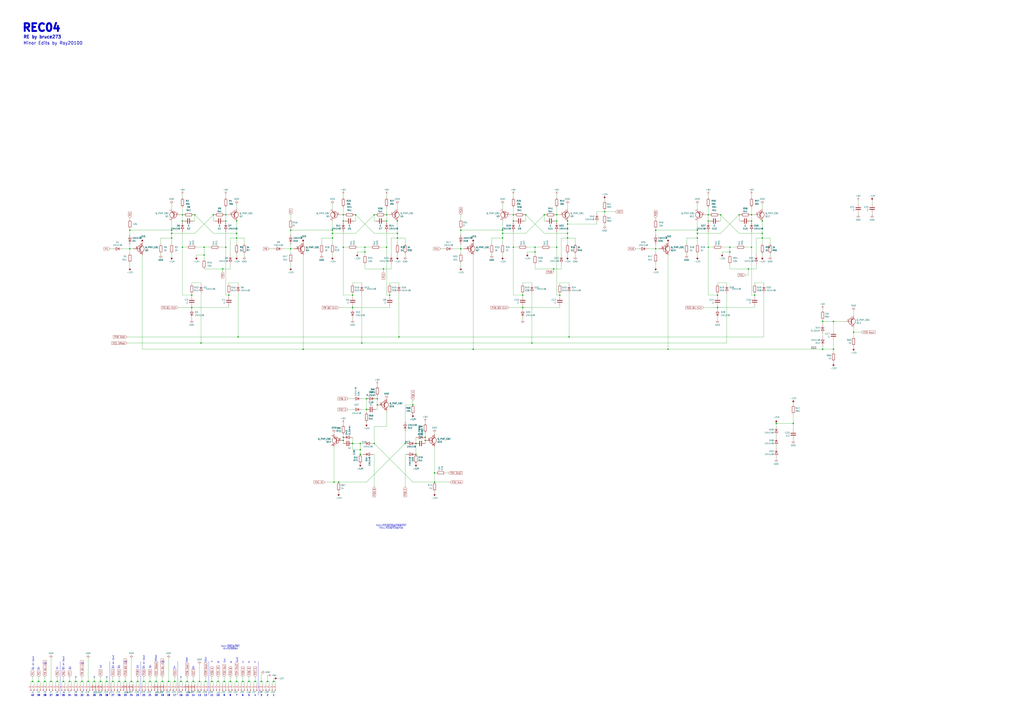
<source format=kicad_sch>
(kicad_sch (version 20250114) (generator "eeschema") (generator_version "9.0")
  (paper "A1")
  (text "GOut" (at 168.91 542.29 90) (effects (font (size 1.27 1.27))))
  (text "14" (at 158.75 571.5 0) (effects (font (size 1.27 1.27) (thickness 0.254) (bold yes))))
  (text "~{Q}2 en Gout" (at 52.07 545.084 90) (effects (font (size 1.27 1.27))))
  (text "GRset" (at 128.016 541.02 90) (effects (font (size 1.27 1.27))))
  (text "Minor Edits by Roy20100" (at 19.05 35.56 0) (effects (font (size 2.54 2.54) (thickness 0.3175)) (justify left)))
  (text "33" (at 62.23 571.5 0) (effects (font (size 1.27 1.27) (thickness 0.254) (bold yes))))
  (text "E" (at 209.55 544.322 0) (effects (font (size 1.27 1.27))))
  (text "~{Q}3 en Gout" (at 92.964 544.068 90) (effects (font (size 1.27 1.27))))
  (text "21" (at 123.19 571.5 0) (effects (font (size 1.27 1.27) (thickness 0.254) (bold yes))))
  (text "12" (at 168.91 571.5 0) (effects (font (size 1.27 1.27) (thickness 0.254) (bold yes))))
  (text "15" (at 153.67 571.5 0) (effects (font (size 1.27 1.27) (thickness 0.254) (bold yes))))
  (text "40" (at 26.67 571.5 0) (effects (font (size 1.27 1.27) (thickness 0.254) (bold yes))))
  (text "RE by bruce273" (at 19.05 30.48 0) (effects (font (size 2.54 2.54) (thickness 0.508) (bold yes)) (justify left)))
  (text "27" (at 92.71 571.5 0) (effects (font (size 1.27 1.27) (thickness 0.254) (bold yes))))
  (text "23" (at 113.03 571.5 0) (effects (font (size 1.27 1.27) (thickness 0.254) (bold yes))))
  (text "19" (at 133.35 571.5 0) (effects (font (size 1.27 1.27) (thickness 0.254) (bold yes))))
  (text "31" (at 72.39 571.5 0) (effects (font (size 1.27 1.27) (thickness 0.254) (bold yes))))
  (text "-1V" (at 133.096 544.068 0) (effects (font (size 1.27 1.27))))
  (text "10" (at 179.07 571.5 0) (effects (font (size 1.27 1.27) (thickness 0.254) (bold yes))))
  (text "16" (at 148.59 571.5 0) (effects (font (size 1.27 1.27) (thickness 0.254) (bold yes))))
  (text "S4" (at 143.256 548.64 90) (effects (font (size 1.27 1.27))))
  (text "S1" (at 46.99 549.148 90) (effects (font (size 1.27 1.27))))
  (text "Out=~{IO&C}&~{D&E}\nIO=~{Out&B}&A" (at 189.23 532.13 0) (effects (font (size 1.27 1.27))))
  (text "~{Q}4" (at 123.444 547.878 90) (effects (font (size 1.27 1.27))))
  (text "25" (at 102.87 571.5 0) (effects (font (size 1.27 1.27) (thickness 0.254) (bold yes))))
  (text "34" (at 57.15 571.5 0) (effects (font (size 1.27 1.27) (thickness 0.254) (bold yes))))
  (text "~{Q}2" (at 57.658 549.148 90) (effects (font (size 1.27 1.27))))
  (text "IO" (at 179.324 544.322 90) (effects (font (size 1.27 1.27))))
  (text "30" (at 77.47 571.5 0) (effects (font (size 1.27 1.27) (thickness 0.254) (bold yes))))
  (text "28" (at 87.63 571.5 0) (effects (font (size 1.27 1.27) (thickness 0.254) (bold yes))))
  (text "P32=~{P31&P35}&~{P36&P37}\nP31=~{P32&P33}&P30" (at 321.31 433.07 0) (effects (font (size 1.27 1.27))))
  (text "S3" (at 113.03 548.132 90) (effects (font (size 1.27 1.27))))
  (text "11" (at 173.99 571.5 0) (effects (font (size 1.27 1.27) (thickness 0.254) (bold yes))))
  (text "32" (at 67.31 571.5 0) (effects (font (size 1.27 1.27) (thickness 0.254) (bold yes))))
  (text "B" (at 189.738 544.322 0) (effects (font (size 1.27 1.27))))
  (text "OutZ" (at 194.818 542.29 90) (effects (font (size 1.27 1.27))))
  (text "35" (at 52.07 571.5 0) (effects (font (size 1.27 1.27) (thickness 0.254) (bold yes))))
  (text "1" (at 224.79 571.5 0) (effects (font (size 1.27 1.27) (thickness 0.254) (bold yes))))
  (text "5" (at 204.47 571.5 0) (effects (font (size 1.27 1.27) (thickness 0.254) (bold yes))))
  (text "-1V" (at 102.616 544.068 0) (effects (font (size 1.27 1.27))))
  (text "-1V" (at 67.056 545.338 0) (effects (font (size 1.27 1.27))))
  (text "~{Q}4 en Gout" (at 118.11 544.068 90) (effects (font (size 1.27 1.27))))
  (text "~{Q}1" (at 31.75 549.402 90) (effects (font (size 1.27 1.27))))
  (text "24" (at 107.95 571.5 0) (effects (font (size 1.27 1.27) (thickness 0.254) (bold yes))))
  (text "17" (at 143.51 571.5 0) (effects (font (size 1.27 1.27) (thickness 0.254) (bold yes))))
  (text "18" (at 138.43 571.5 0) (effects (font (size 1.27 1.27) (thickness 0.254) (bold yes))))
  (text "~{Q}3" (at 97.79 548.132 90) (effects (font (size 1.27 1.27))))
  (text "Out" (at 184.404 543.052 90) (effects (font (size 1.27 1.27))))
  (text "8" (at 189.23 571.5 0) (effects (font (size 1.27 1.27) (thickness 0.254) (bold yes))))
  (text "C" (at 199.644 544.322 0) (effects (font (size 1.27 1.27))))
  (text "GSet" (at 153.416 542.544 90) (effects (font (size 1.27 1.27))))
  (text "20" (at 128.27 571.5 0) (effects (font (size 1.27 1.27) (thickness 0.254) (bold yes))))
  (text "39" (at 31.75 571.5 0) (effects (font (size 1.27 1.27) (thickness 0.254) (bold yes))))
  (text "29" (at 82.55 571.5 0) (effects (font (size 1.27 1.27) (thickness 0.254) (bold yes))))
  (text "6" (at 199.39 571.5 0) (effects (font (size 1.27 1.27) (thickness 0.254) (bold yes))))
  (text "36" (at 46.99 571.5 0) (effects (font (size 1.27 1.27) (thickness 0.254) (bold yes))))
  (text "Q3" (at 158.75 548.894 90) (effects (font (size 1.27 1.27))))
  (text "26" (at 97.79 571.5 0) (effects (font (size 1.27 1.27) (thickness 0.254) (bold yes))))
  (text "A" (at 173.99 543.814 0) (effects (font (size 1.27 1.27))))
  (text "7" (at 194.31 571.5 0) (effects (font (size 1.27 1.27) (thickness 0.254) (bold yes))))
  (text "D" (at 204.47 544.322 0) (effects (font (size 1.27 1.27))))
  (text "22" (at 118.11 571.5 0) (effects (font (size 1.27 1.27) (thickness 0.254) (bold yes))))
  (text "4" (at 209.55 571.5 0) (effects (font (size 1.27 1.27) (thickness 0.254) (bold yes))))
  (text "37" (at 41.91 571.5 0) (effects (font (size 1.27 1.27) (thickness 0.254) (bold yes))))
  (text "38" (at 36.83 571.5 0) (effects (font (size 1.27 1.27) (thickness 0.254) (bold yes))))
  (text "S2" (at 82.804 547.878 90) (effects (font (size 1.27 1.27))))
  (text "13" (at 163.83 571.5 0) (effects (font (size 1.27 1.27) (thickness 0.254) (bold yes))))
  (text "3" (at 214.63 571.5 0) (effects (font (size 1.27 1.27) (thickness 0.254) (bold yes))))
  (text "REC04" (at 17.78 22.86 0) (effects (font (size 6.35 6.35) (thickness 2.54) (bold yes)) (justify left)))
  (text "2" (at 219.71 571.5 0) (effects (font (size 1.27 1.27) (thickness 0.254) (bold yes))))
  (text "9" (at 184.15 571.5 0) (effects (font (size 1.27 1.27) (thickness 0.254) (bold yes))))
  (text "~{Q}1 en Gout" (at 27.178 545.084 90) (effects (font (size 1.27 1.27))))
  (text "-1V" (at 36.576 545.338 0) (effects (font (size 1.27 1.27))))
  (junction (at 289.56 252.73))
  (junction (at 184.15 560.07))
  (junction (at 77.47 560.07))
  (junction (at 436.88 281.94))
  (junction (at 281.94 176.53))
  (junction (at 199.39 560.07))
  (junction (at 307.34 176.53))
  (junction (at 36.83 560.07))
  (junction (at 466.09 195.58))
  (junction (at 281.94 203.2))
  (junction (at 219.71 560.07))
  (junction (at 153.67 560.07))
  (junction (at 140.97 189.23))
  (junction (at 439.42 207.01))
  (junction (at 138.43 560.07))
  (junction (at 626.11 195.58))
  (junction (at 300.99 327.66))
  (junction (at 46.99 560.07))
  (junction (at 281.94 361.95))
  (junction (at 309.88 327.66))
  (junction (at 684.53 264.16))
  (junction (at 421.64 203.2))
  (junction (at 429.26 252.73))
  (junction (at 307.34 364.49))
  (junction (at 133.35 560.07))
  (junction (at 167.64 209.55))
  (junction (at 626.11 191.77))
  (junction (at 467.36 276.86))
  (junction (at 140.97 195.58))
  (junction (at 292.1 176.53))
  (junction (at 72.39 560.07))
  (junction (at 295.91 373.38))
  (junction (at 123.19 560.07))
  (junction (at 295.91 369.57))
  (junction (at 412.75 195.58))
  (junction (at 388.62 287.02))
  (junction (at 327.66 276.86))
  (junction (at 614.68 220.98))
  (junction (at 128.27 560.07))
  (junction (at 454.66 220.98))
  (junction (at 447.04 176.53))
  (junction (at 607.06 176.53))
  (junction (at 431.8 176.53))
  (junction (at 378.46 204.47))
  (junction (at 185.42 181.61))
  (junction (at 273.05 191.77))
  (junction (at 26.67 560.07))
  (junction (at 466.09 191.77))
  (junction (at 248.92 287.02))
  (junction (at 581.66 176.53))
  (junction (at 572.77 191.77))
  (junction (at 326.39 191.77))
  (junction (at 189.23 560.07))
  (junction (at 165.1 281.94))
  (junction (at 62.23 560.07))
  (junction (at 317.5 176.53))
  (junction (at 314.96 220.98))
  (junction (at 457.2 181.61))
  (junction (at 97.79 560.07))
  (junction (at 599.44 203.2))
  (junction (at 326.39 195.58))
  (junction (at 140.97 191.77))
  (junction (at 326.39 181.61))
  (junction (at 143.51 560.07))
  (junction (at 157.48 242.57))
  (junction (at 224.79 560.07))
  (junction (at 339.09 332.74))
  (junction (at 281.94 359.41))
  (junction (at 341.63 373.38))
  (junction (at 278.13 396.24))
  (junction (at 113.03 560.07))
  (junction (at 194.31 191.77))
  (junction (at 149.86 181.61))
  (junction (at 421.64 176.53))
  (junction (at 599.44 207.01))
  (junction (at 148.59 560.07))
  (junction (at 281.94 181.61))
  (junction (at 439.42 203.2))
  (junction (at 617.22 181.61))
  (junction (at 349.25 361.95))
  (junction (at 320.04 242.57))
  (junction (at 701.04 273.05))
  (junction (at 591.82 176.53))
  (junction (at 356.87 388.62))
  (junction (at 617.22 203.2))
  (junction (at 57.15 560.07))
  (junction (at 106.68 204.47))
  (junction (at 52.07 560.07))
  (junction (at 289.56 242.57))
  (junction (at 102.87 560.07))
  (junction (at 457.2 203.2))
  (junction (at 317.5 203.2))
  (junction (at 496.57 173.99))
  (junction (at 175.26 176.53))
  (junction (at 572.77 189.23))
  (junction (at 538.48 189.23))
  (junction (at 209.55 560.07))
  (junction (at 195.58 276.86))
  (junction (at 421.64 181.61))
  (junction (at 238.76 204.47))
  (junction (at 185.42 203.2))
  (junction (at 173.99 560.07))
  (junction (at 160.02 176.53))
  (junction (at 194.31 560.07))
  (junction (at 356.87 396.24))
  (junction (at 626.11 181.61))
  (junction (at 67.31 560.07))
  (junction (at 675.64 287.02))
  (junction (at 581.66 203.2))
  (junction (at 106.68 189.23))
  (junction (at 149.86 176.53))
  (junction (at 619.76 242.57))
  (junction (at 194.31 181.61))
  (junction (at 299.72 203.2))
  (junction (at 163.83 560.07))
  (junction (at 466.09 184.15))
  (junction (at 194.31 195.58))
  (junction (at 589.28 252.73))
  (junction (at 341.63 364.49))
  (junction (at 118.11 560.07))
  (junction (at 273.05 189.23))
  (junction (at 289.56 364.49))
  (junction (at 179.07 560.07))
  (junction (at 309.88 332.74))
  (junction (at 412.75 191.77))
  (junction (at 149.86 203.2))
  (junction (at 429.26 242.57))
  (junction (at 107.95 560.07))
  (junction (at 157.48 252.73))
  (junction (at 87.63 560.07))
  (junction (at 238.76 189.23))
  (junction (at 92.71 560.07))
  (junction (at 332.74 364.49))
  (junction (at 675.64 264.16))
  (junction (at 182.88 220.98))
  (junction (at 317.5 181.61))
  (junction (at 459.74 242.57))
  (junction (at 589.28 242.57))
  (junction (at 378.46 189.23))
  (junction (at 548.64 287.02))
  (junction (at 31.75 560.07))
  (junction (at 204.47 560.07))
  (junction (at 167.64 203.2))
  (junction (at 273.05 195.58))
  (junction (at 295.91 364.49))
  (junction (at 684.53 287.02))
  (junction (at 187.96 242.57))
  (junction (at 349.25 359.41))
  (junction (at 651.51 347.98))
  (junction (at 41.91 560.07))
  (junction (at 82.55 560.07))
  (junction (at 457.2 176.53))
  (junction (at 158.75 560.07))
  (junction (at 637.54 347.98))
  (junction (at 185.42 176.53))
  (junction (at 274.32 396.24))
  (junction (at 466.09 181.61))
  (junction (at 297.18 281.94))
  (junction (at 214.63 560.07))
  (junction (at 412.75 189.23))
  (junction (at 581.66 181.61))
  (junction (at 300.99 336.55))
  (junction (at 299.72 207.01))
  (junction (at 538.48 204.47))
  (junction (at 617.22 176.53))
  (junction (at 572.77 195.58))
  (junction (at 168.91 560.07))
  (no_connect (at 77.47 556.26))
  (no_connect (at 87.63 556.26))
  (no_connect (at 148.59 556.26))
  (no_connect (at 62.23 556.26))
  (wire (pts (xy 467.36 232.41) (xy 467.36 233.68)))
  (wire (pts (xy 332.74 373.38) (xy 334.01 373.38)))
  (polyline (pts (xy 171.45 543.56) (xy 171.45 571.5)))
  (wire (pts (xy 707.39 273.05) (xy 701.04 273.05)))
  (wire (pts (xy 457.2 203.2) (xy 457.2 242.57)))
  (wire (pts (xy 266.7 396.24) (xy 274.32 396.24)))
  (wire (pts (xy 146.05 252.73) (xy 157.48 252.73)))
  (wire (pts (xy 193.04 560.07) (xy 194.31 560.07)))
  (wire (pts (xy 326.39 195.58) (xy 326.39 200.66)))
  (wire (pts (xy 599.44 220.98) (xy 614.68 220.98)))
  (wire (pts (xy 157.48 252.73) (xy 157.48 251.46)))
  (wire (pts (xy 241.3 204.47) (xy 238.76 204.47)))
  (wire (pts (xy 420.37 176.53) (xy 421.64 176.53)))
  (wire (pts (xy 421.64 203.2) (xy 421.64 242.57)))
  (wire (pts (xy 189.23 560.07) (xy 190.5 560.07)))
  (wire (pts (xy 31.75 560.07) (xy 33.02 560.07)))
  (wire (pts (xy 326.39 181.61) (xy 326.39 191.77)))
  (wire (pts (xy 149.86 160.02) (xy 149.86 162.56)))
  (wire (pts (xy 317.5 181.61) (xy 317.5 176.53)))
  (wire (pts (xy 289.56 243.84) (xy 289.56 242.57)))
  (wire (pts (xy 175.26 181.61) (xy 176.53 181.61)))
  (wire (pts (xy 87.63 560.07) (xy 88.9 560.07)))
  (wire (pts (xy 194.31 556.26) (xy 194.31 560.07)))
  (wire (pts (xy 626.11 195.58) (xy 632.46 195.58)))
  (wire (pts (xy 132.08 208.28) (xy 132.08 209.55)))
  (wire (pts (xy 86.36 560.07) (xy 86.36 562.61)))
  (wire (pts (xy 309.88 325.12) (xy 309.88 327.66)))
  (wire (pts (xy 157.48 242.57) (xy 157.48 241.3)))
  (wire (pts (xy 143.51 556.26) (xy 143.51 560.07)))
  (wire (pts (xy 137.16 560.07) (xy 138.43 560.07)))
  (wire (pts (xy 160.02 560.07) (xy 160.02 562.61)))
  (wire (pts (xy 626.11 181.61) (xy 626.11 191.77)))
  (wire (pts (xy 148.59 176.53) (xy 149.86 176.53)))
  (wire (pts (xy 132.08 560.07) (xy 132.08 562.61)))
  (wire (pts (xy 295.91 364.49) (xy 289.56 364.49)))
  (wire (pts (xy 281.94 356.87) (xy 281.94 359.41)))
  (wire (pts (xy 76.2 560.07) (xy 76.2 562.61)))
  (wire (pts (xy 162.56 560.07) (xy 162.56 562.61)))
  (wire (pts (xy 160.02 181.61) (xy 158.75 181.61)))
  (wire (pts (xy 93.98 560.07) (xy 93.98 562.61)))
  (wire (pts (xy 214.63 560.07) (xy 215.9 560.07)))
  (wire (pts (xy 412.75 191.77) (xy 431.8 191.77)))
  (wire (pts (xy 281.94 170.18) (xy 281.94 176.53)))
  (wire (pts (xy 62.23 560.07) (xy 63.5 560.07)))
  (wire (pts (xy 165.1 560.07) (xy 165.1 562.61)))
  (wire (pts (xy 281.94 203.2) (xy 281.94 242.57)))
  (wire (pts (xy 139.7 560.07) (xy 139.7 562.61)))
  (wire (pts (xy 43.18 560.07) (xy 43.18 562.61)))
  (wire (pts (xy 378.46 219.71) (xy 378.46 215.9)))
  (wire (pts (xy 429.26 254) (xy 429.26 252.73)))
  (wire (pts (xy 429.26 262.89) (xy 429.26 261.62)))
  (wire (pts (xy 316.23 181.61) (xy 317.5 181.61)))
  (wire (pts (xy 538.48 189.23) (xy 538.48 193.04)))
  (wire (pts (xy 232.41 204.47) (xy 238.76 204.47)))
  (wire (pts (xy 356.87 367.03) (xy 356.87 388.62)))
  (wire (pts (xy 281.94 181.61) (xy 283.21 181.61)))
  (wire (pts (xy 297.18 281.94) (xy 165.1 281.94)))
  (wire (pts (xy 161.29 209.55) (xy 161.29 210.82)))
  (wire (pts (xy 327.66 241.3) (xy 327.66 276.86)))
  (wire (pts (xy 361.95 204.47) (xy 364.49 204.47)))
  (wire (pts (xy 320.04 232.41) (xy 320.04 233.68)))
  (wire (pts (xy 194.31 560.07) (xy 195.58 560.07)))
  (wire (pts (xy 321.31 217.17) (xy 321.31 220.98)))
  (wire (pts (xy 292.1 181.61) (xy 290.83 181.61)))
  (wire (pts (xy 608.33 176.53) (xy 607.06 176.53)))
  (wire (pts (xy 189.23 217.17) (xy 189.23 220.98)))
  (wire (pts (xy 289.56 232.41) (xy 289.56 233.68)))
  (wire (pts (xy 189.23 195.58) (xy 194.31 195.58)))
  (wire (pts (xy 195.58 232.41) (xy 195.58 233.68)))
  (wire (pts (xy 219.71 560.07) (xy 220.98 560.07)))
  (wire (pts (xy 309.88 332.74) (xy 309.88 327.66)))
  (wire (pts (xy 675.64 266.7) (xy 675.64 264.16)))
  (wire (pts (xy 52.07 560.07) (xy 53.34 560.07)))
  (wire (pts (xy 273.05 189.23) (xy 273.05 191.77)))
  (wire (pts (xy 466.09 184.15) (xy 466.09 191.77)))
  (wire (pts (xy 289.56 254) (xy 289.56 252.73)))
  (wire (pts (xy 25.4 560.07) (xy 26.67 560.07)))
  (wire (pts (xy 281.94 181.61) (xy 281.94 182.88)))
  (wire (pts (xy 149.86 176.53) (xy 149.86 181.61)))
  (wire (pts (xy 157.48 252.73) (xy 187.96 252.73)))
  (wire (pts (xy 106.68 187.96) (xy 106.68 189.23)))
  (wire (pts (xy 581.66 181.61) (xy 582.93 181.61)))
  (wire (pts (xy 599.44 203.2) (xy 604.52 203.2)))
  (wire (pts (xy 490.22 173.99) (xy 490.22 175.26)))
  (wire (pts (xy 429.26 232.41) (xy 429.26 233.68)))
  (wire (pts (xy 466.09 181.61) (xy 466.09 184.15)))
  (wire (pts (xy 617.22 170.18) (xy 617.22 176.53)))
  (wire (pts (xy 36.83 556.26) (xy 36.83 560.07)))
  (wire (pts (xy 281.94 203.2) (xy 285.75 203.2)))
  (wire (pts (xy 200.66 210.82) (xy 200.66 208.28)))
  (wire (pts (xy 187.96 560.07) (xy 187.96 562.61)))
  (wire (pts (xy 119.38 560.07) (xy 119.38 562.61)))
  (wire (pts (xy 100.33 204.47) (xy 106.68 204.47)))
  (wire (pts (xy 66.04 560.07) (xy 66.04 562.61)))
  (wire (pts (xy 548.64 287.02) (xy 675.64 287.02)))
  (wire (pts (xy 298.45 364.49) (xy 295.91 364.49)))
  (wire (pts (xy 457.2 242.57) (xy 459.74 242.57)))
  (wire (pts (xy 238.76 200.66) (xy 238.76 204.47)))
  (wire (pts (xy 176.53 176.53) (xy 175.26 176.53)))
  (wire (pts (xy 436.88 241.3) (xy 436.88 281.94)))
  (wire (pts (xy 172.72 560.07) (xy 173.99 560.07)))
  (wire (pts (xy 160.02 176.53) (xy 175.26 191.77)))
  (wire (pts (xy 589.28 252.73) (xy 589.28 251.46)))
  (wire (pts (xy 187.96 251.46) (xy 187.96 252.73)))
  (wire (pts (xy 57.15 556.26) (xy 57.15 560.07)))
  (wire (pts (xy 90.17 204.47) (xy 92.71 204.47)))
  (wire (pts (xy 617.22 190.5) (xy 617.22 203.2)))
  (wire (pts (xy 403.86 195.58) (xy 412.75 195.58)))
  (wire (pts (xy 177.8 560.07) (xy 177.8 562.61)))
  (wire (pts (xy 378.46 208.28) (xy 378.46 204.47)))
  (wire (pts (xy 572.77 167.64) (xy 572.77 171.45)))
  (wire (pts (xy 299.72 207.01) (xy 299.72 209.55)))
  (wire (pts (xy 299.72 220.98) (xy 314.96 220.98)))
  (wire (pts (xy 199.39 556.26) (xy 199.39 560.07)))
  (wire (pts (xy 78.74 560.07) (xy 78.74 562.61)))
  (wire (pts (xy 431.8 176.53) (xy 431.8 181.61)))
  (wire (pts (xy 273.05 181.61) (xy 273.05 189.23)))
  (wire (pts (xy 101.6 560.07) (xy 101.6 562.61)))
  (wire (pts (xy 71.12 560.07) (xy 71.12 562.61)))
  (wire (pts (xy 289.56 252.73) (xy 320.04 252.73)))
  (wire (pts (xy 496.57 176.53) (xy 496.57 173.99)))
  (wire (pts (xy 349.25 346.71) (xy 349.25 347.98)))
  (wire (pts (xy 185.42 181.61) (xy 185.42 182.88)))
  (wire (pts (xy 651.51 331.47) (xy 651.51 332.74)))
  (wire (pts (xy 50.8 560.07) (xy 52.07 560.07)))
  (wire (pts (xy 293.37 207.01) (xy 293.37 208.28)))
  (wire (pts (xy 175.26 560.07) (xy 175.26 562.61)))
  (wire (pts (xy 317.5 337.82) (xy 317.5 350.52)))
  (wire (pts (xy 651.51 353.06) (xy 651.51 347.98)))
  (wire (pts (xy 538.48 179.07) (xy 538.48 180.34)))
  (wire (pts (xy 317.5 176.53) (xy 318.77 176.53)))
  (wire (pts (xy 33.02 560.07) (xy 33.02 562.61)))
  (wire (pts (xy 496.57 163.83) (xy 496.57 165.1)))
  (wire (pts (xy 339.09 396.24) (xy 356.87 396.24)))
  (wire (pts (xy 73.66 560.07) (xy 73.66 562.61)))
  (wire (pts (xy 675.64 254) (xy 675.64 255.27)))
  (wire (pts (xy 412.75 167.64) (xy 412.75 171.45)))
  (wire (pts (xy 466.09 210.82) (xy 466.09 208.28)))
  (wire (pts (xy 572.77 195.58) (xy 572.77 200.66)))
  (wire (pts (xy 248.92 209.55) (xy 248.92 287.02)))
  (wire (pts (xy 113.03 556.26) (xy 113.03 560.07)))
  (wire (pts (xy 607.06 181.61) (xy 608.33 181.61)))
  (wire (pts (xy 140.97 181.61) (xy 140.97 189.23)))
  (wire (pts (xy 67.31 556.26) (xy 67.31 560.07)))
  (wire (pts (xy 41.91 560.07) (xy 43.18 560.07)))
  (wire (pts (xy 461.01 195.58) (xy 466.09 195.58)))
  (wire (pts (xy 162.56 560.07) (xy 163.83 560.07)))
  (polyline (pts (xy 49.53 543.56) (xy 49.53 571.5)))
  (wire (pts (xy 541.02 204.47) (xy 538.48 204.47)))
  (wire (pts (xy 538.48 208.28) (xy 538.48 204.47)))
  (wire (pts (xy 180.34 560.07) (xy 180.34 562.61)))
  (wire (pts (xy 144.78 560.07) (xy 144.78 562.61)))
  (wire (pts (xy 116.84 560.07) (xy 116.84 562.61)))
  (wire (pts (xy 57.15 560.07) (xy 58.42 560.07)))
  (wire (pts (xy 320.04 242.57) (xy 320.04 243.84)))
  (wire (pts (xy 307.34 350.52) (xy 317.5 350.52)))
  (wire (pts (xy 675.64 262.89) (xy 675.64 264.16)))
  (wire (pts (xy 429.26 242.57) (xy 429.26 241.3)))
  (wire (pts (xy 187.96 241.3) (xy 187.96 242.57)))
  (wire (pts (xy 619.76 251.46) (xy 619.76 252.73)))
  (wire (pts (xy 454.66 220.98) (xy 461.01 220.98)))
  (wire (pts (xy 466.09 180.34) (xy 466.09 181.61)))
  (wire (pts (xy 593.09 203.2) (xy 599.44 203.2)))
  (wire (pts (xy 86.36 560.07) (xy 87.63 560.07)))
  (wire (pts (xy 138.43 560.07) (xy 139.7 560.07)))
  (wire (pts (xy 300.99 339.09) (xy 300.99 336.55)))
  (wire (pts (xy 274.32 367.03) (xy 274.32 396.24)))
  (wire (pts (xy 637.54 359.41) (xy 637.54 358.14)))
  (wire (pts (xy 454.66 223.52) (xy 454.66 220.98)))
  (wire (pts (xy 92.71 556.26) (xy 92.71 560.07)))
  (wire (pts (xy 35.56 560.07) (xy 36.83 560.07)))
  (wire (pts (xy 199.39 560.07) (xy 200.66 560.07)))
  (wire (pts (xy 457.2 181.61) (xy 457.2 176.53)))
  (wire (pts (xy 182.88 560.07) (xy 184.15 560.07)))
  (wire (pts (xy 133.35 560.07) (xy 134.62 560.07)))
  (wire (pts (xy 356.87 396.24) (xy 369.57 396.24)))
  (wire (pts (xy 372.11 204.47) (xy 378.46 204.47)))
  (wire (pts (xy 421.64 176.53) (xy 421.64 181.61)))
  (wire (pts (xy 332.74 373.38) (xy 332.74 400.05)))
  (wire (pts (xy 716.28 176.53) (xy 716.28 175.26)))
  (wire (pts (xy 593.09 207.01) (xy 599.44 207.01)))
  (wire (pts (xy 67.31 560.07) (xy 68.58 560.07)))
  (wire (pts (xy 280.67 176.53) (xy 281.94 176.53)))
  (wire (pts (xy 116.84 560.07) (xy 118.11 560.07)))
  (wire (pts (xy 167.64 220.98) (xy 182.88 220.98)))
  (wire (pts (xy 111.76 560.07) (xy 113.03 560.07)))
  (wire (pts (xy 596.9 232.41) (xy 596.9 233.68)))
  (wire (pts (xy 572.77 189.23) (xy 572.77 191.77)))
  (wire (pts (xy 128.27 556.26) (xy 128.27 560.07)))
  (wire (pts (xy 461.01 195.58) (xy 461.01 209.55)))
  (wire (pts (xy 581.66 160.02) (xy 581.66 162.56)))
  (wire (pts (xy 307.34 181.61) (xy 308.61 181.61)))
  (wire (pts (xy 589.28 262.89) (xy 589.28 261.62)))
  (wire (pts (xy 617.22 176.53) (xy 618.49 176.53)))
  (wire (pts (xy 309.88 336.55) (xy 309.88 332.74)))
  (wire (pts (xy 581.66 170.18) (xy 581.66 176.53)))
  (wire (pts (xy 332.74 195.58) (xy 332.74 200.66)))
  (wire (pts (xy 684.53 279.4) (xy 684.53 287.02)))
  (wire (pts (xy 289.56 252.73) (xy 289.56 251.46)))
  (wire (pts (xy 274.32 396.24) (xy 278.13 396.24)))
  (wire (pts (xy 76.2 560.07) (xy 77.47 560.07)))
  (wire (pts (xy 332.74 354.33) (xy 332.74 364.49)))
  (wire (pts (xy 589.28 232.41) (xy 589.28 233.68)))
  (wire (pts (xy 224.79 560.07) (xy 226.06 560.07)))
  (wire (pts (xy 107.95 560.07) (xy 109.22 560.07)))
  (wire (pts (xy 106.68 189.23) (xy 140.97 189.23)))
  (wire (pts (xy 341.63 373.38) (xy 341.63 364.49)))
  (wire (pts (xy 496.57 173.99) (xy 496.57 172.72)))
  (wire (pts (xy 675.64 276.86) (xy 675.64 274.32)))
  (wire (pts (xy 459.74 241.3) (xy 459.74 242.57)))
  (wire (pts (xy 326.39 180.34) (xy 326.39 181.61)))
  (wire (pts (xy 532.13 204.47) (xy 538.48 204.47)))
  (wire (pts (xy 300.99 327.66) (xy 300.99 336.55)))
  (wire (pts (xy 581.66 190.5) (xy 581.66 203.2)))
  (wire (pts (xy 194.31 167.64) (xy 194.31 171.45)))
  (wire (pts (xy 149.86 203.2) (xy 153.67 203.2)))
  (wire (pts (xy 238.76 176.53) (xy 238.76 180.34)))
  (wire (pts (xy 412.75 191.77) (xy 412.75 195.58)))
  (wire (pts (xy 289.56 232.41) (xy 297.18 232.41)))
  (wire (pts (xy 577.85 252.73) (xy 589.28 252.73)))
  (wire (pts (xy 316.23 176.53) (xy 317.5 176.53)))
  (wire (pts (xy 637.54 347.98) (xy 651.51 347.98)))
  (wire (pts (xy 619.76 242.57) (xy 619.76 243.84)))
  (wire (pts (xy 289.56 242.57) (xy 289.56 241.3)))
  (wire (pts (xy 124.46 560.07) (xy 124.46 562.61)))
  (wire (pts (xy 341.63 359.41) (xy 341.63 364.49)))
  (wire (pts (xy 299.72 217.17) (xy 299.72 220.98)))
  (wire (pts (xy 193.04 560.07) (xy 193.04 562.61)))
  (wire (pts (xy 213.36 560.07) (xy 213.36 562.61)))
  (wire (pts (xy 306.07 364.49) (xy 307.34 364.49)))
  (wire (pts (xy 185.42 176.53) (xy 186.69 176.53)))
  (wire (pts (xy 218.44 560.07) (xy 219.71 560.07)))
  (wire (pts (xy 180.34 203.2) (xy 185.42 203.2)))
  (wire (pts (xy 195.58 276.86) (xy 327.66 276.86)))
  (wire (pts (xy 327.66 276.86) (xy 467.36 276.86)))
  (wire (pts (xy 185.42 560.07) (xy 185.42 562.61)))
  (wire (pts (xy 264.16 200.66) (xy 264.16 195.58)))
  (wire (pts (xy 368.3 388.62) (xy 365.76 388.62)))
  (wire (pts (xy 50.8 560.07) (xy 50.8 562.61)))
  (wire (pts (xy 439.42 217.17) (xy 439.42 220.98)))
  (wire (pts (xy 378.46 200.66) (xy 378.46 204.47)))
  (wire (pts (xy 40.64 560.07) (xy 41.91 560.07)))
  (wire (pts (xy 281.94 361.95) (xy 281.94 364.49)))
  (wire (pts (xy 300.99 347.98) (xy 300.99 346.71)))
  (wire (pts (xy 140.97 195.58) (xy 140.97 200.66)))
  (wire (pts (xy 421.64 203.2) (xy 425.45 203.2)))
  (wire (pts (xy 496.57 185.42) (xy 496.57 184.15)))
  (wire (pts (xy 208.28 560.07) (xy 208.28 562.61)))
  (wire (pts (xy 163.83 560.07) (xy 165.1 560.07)))
  (wire (pts (xy 309.88 327.66) (xy 308.61 327.66)))
  (wire (pts (xy 273.05 210.82) (xy 273.05 208.28)))
  (wire (pts (xy 326.39 191.77) (xy 326.39 195.58)))
  (wire (pts (xy 563.88 208.28) (xy 563.88 209.55)))
  (wire (pts (xy 161.29 209.55) (xy 167.64 209.55)))
  (wire (pts (xy 632.46 195.58) (xy 632.46 200.66)))
  (wire (pts (xy 412.75 195.58) (xy 412.75 200.66)))
  (wire (pts (xy 142.24 560.07) (xy 142.24 562.61)))
  (wire (pts (xy 472.44 195.58) (xy 472.44 200.66)))
  (wire (pts (xy 209.55 560.07) (xy 210.82 560.07)))
  (wire (pts (xy 132.08 195.58) (xy 140.97 195.58)))
  (wire (pts (xy 589.28 254) (xy 589.28 252.73)))
  (wire (pts (xy 684.53 287.02) (xy 684.53 289.56)))
  (wire (pts (xy 83.82 560.07) (xy 83.82 562.61)))
  (wire (pts (xy 381 204.47) (xy 378.46 204.47)))
  (wire (pts (xy 189.23 556.26) (xy 189.23 560.07)))
  (wire (pts (xy 77.47 560.07) (xy 78.74 560.07)))
  (wire (pts (xy 111.76 560.07) (xy 111.76 562.61)))
  (wire (pts (xy 621.03 195.58) (xy 621.03 209.55)))
  (wire (pts (xy 378.46 189.23) (xy 412.75 189.23)))
  (wire (pts (xy 160.02 191.77) (xy 175.26 176.53)))
  (wire (pts (xy 320.04 251.46) (xy 320.04 252.73)))
  (wire (pts (xy 314.96 220.98) (xy 321.31 220.98)))
  (wire (pts (xy 421.64 160.02) (xy 421.64 162.56)))
  (wire (pts (xy 219.71 554.99) (xy 219.71 560.07)))
  (wire (pts (xy 177.8 560.07) (xy 179.07 560.07)))
  (wire (pts (xy 332.74 364.49) (xy 334.01 364.49)))
  (wire (pts (xy 457.2 190.5) (xy 457.2 203.2)))
  (wire (pts (xy 589.28 243.84) (xy 589.28 242.57)))
  (wire (pts (xy 617.22 203.2) (xy 617.22 242.57)))
  (wire (pts (xy 107.95 541.02) (xy 107.95 560.07)))
  (wire (pts (xy 327.66 232.41) (xy 327.66 233.68)))
  (wire (pts (xy 152.4 560.07) (xy 152.4 562.61)))
  (wire (pts (xy 30.48 560.07) (xy 30.48 562.61)))
  (wire (pts (xy 378.46 176.53) (xy 378.46 180.34)))
  (wire (pts (xy 194.31 191.77) (xy 194.31 195.58)))
  (wire (pts (xy 431.8 181.61) (xy 430.53 181.61)))
  (wire (pts (xy 194.31 181.61) (xy 194.31 191.77)))
  (wire (pts (xy 182.88 223.52) (xy 182.88 220.98)))
  (wire (pts (xy 184.15 560.07) (xy 185.42 560.07)))
  (wire (pts (xy 637.54 368.3) (xy 637.54 367.03)))
  (wire (pts (xy 106.68 179.07) (xy 106.68 180.34)))
  (wire (pts (xy 172.72 560.07) (xy 172.72 562.61)))
  (wire (pts (xy 684.53 298.45) (xy 684.53 297.18)))
  (wire (pts (xy 459.74 251.46) (xy 459.74 252.73)))
  (wire (pts (xy 675.64 287.02) (xy 675.64 284.48)))
  (wire (pts (xy 412.75 210.82) (xy 412.75 208.28)))
  (wire (pts (xy 157.48 560.07) (xy 157.48 562.61)))
  (wire (pts (xy 447.04 191.77) (xy 466.09 191.77)))
  (wire (pts (xy 455.93 181.61) (xy 457.2 181.61)))
  (wire (pts (xy 615.95 181.61) (xy 617.22 181.61)))
  (wire (pts (xy 716.28 165.1) (xy 716.28 167.64)))
  (wire (pts (xy 187.96 242.57) (xy 187.96 243.84)))
  (wire (pts (xy 307.34 191.77) (xy 326.39 191.77)))
  (wire (pts (xy 104.14 560.07) (xy 104.14 562.61)))
  (wire (pts (xy 281.94 160.02) (xy 281.94 162.56)))
  (wire (pts (xy 297.18 232.41) (xy 297.18 233.68)))
  (wire (pts (xy 505.46 173.99) (xy 496.57 173.99)))
  (wire (pts (xy 332.74 364.49) (xy 300.99 396.24)))
  (wire (pts (xy 203.2 560.07) (xy 203.2 562.61)))
  (wire (pts (xy 563.88 195.58) (xy 572.77 195.58)))
  (wire (pts (xy 538.48 219.71) (xy 538.48 215.9)))
  (wire (pts (xy 215.9 560.07) (xy 215.9 562.61)))
  (wire (pts (xy 114.3 560.07) (xy 114.3 562.61)))
  (wire (pts (xy 104.14 276.86) (xy 195.58 276.86)))
  (wire (pts (xy 581.66 176.53) (xy 582.93 176.53)))
  (wire (pts (xy 356.87 388.62) (xy 358.14 388.62)))
  (wire (pts (xy 106.68 189.23) (xy 106.68 193.04)))
  (wire (pts (xy 127 560.07) (xy 128.27 560.07)))
  (wire (pts (xy 38.1 560.07) (xy 38.1 562.61)))
  (wire (pts (xy 238.76 219.71) (xy 238.76 215.9)))
  (wire (pts (xy 194.31 195.58) (xy 194.31 200.66)))
  (wire (pts (xy 143.51 560.07) (xy 144.78 560.07)))
  (wire (pts (xy 617.22 242.57) (xy 619.76 242.57)))
  (wire (pts (xy 292.1 176.53) (xy 292.1 181.61)))
  (wire (pts (xy 326.39 167.64) (xy 326.39 171.45)))
  (wire (pts (xy 289.56 336.55) (xy 285.75 336.55)))
  (wire (pts (xy 167.64 203.2) (xy 167.64 209.55)))
  (wire (pts (xy 109.22 204.47) (xy 106.68 204.47)))
  (wire (pts (xy 356.87 388.62) (xy 356.87 396.24)))
  (wire (pts (xy 147.32 560.07) (xy 148.59 560.07)))
  (wire (pts (xy 490.22 182.88) (xy 490.22 184.15)))
  (wire (pts (xy 71.12 560.07) (xy 72.39 560.07)))
  (wire (pts (xy 436.88 281.94) (xy 297.18 281.94)))
  (wire (pts (xy 30.48 560.07) (xy 31.75 560.07)))
  (wire (pts (xy 185.42 160.02) (xy 185.42 162.56)))
  (wire (pts (xy 378.46 189.23) (xy 378.46 193.04)))
  (wire (pts (xy 388.62 287.02) (xy 548.64 287.02)))
  (wire (pts (xy 675.64 287.02) (xy 684.53 287.02)))
  (wire (pts (xy 403.86 208.28) (xy 403.86 209.55)))
  (wire (pts (xy 281.94 359.41) (xy 281.94 361.95)))
  (wire (pts (xy 204.47 556.26) (xy 204.47 560.07)))
  (wire (pts (xy 612.14 203.2) (xy 617.22 203.2)))
  (wire (pts (xy 140.97 191.77) (xy 160.02 191.77)))
  (wire (pts (xy 210.82 560.07) (xy 210.82 562.61)))
  (wire (pts (xy 198.12 560.07) (xy 199.39 560.07)))
  (wire (pts (xy 429.26 252.73) (xy 429.26 251.46)))
  (wire (pts (xy 430.53 176.53) (xy 431.8 176.53)))
  (wire (pts (xy 572.77 181.61) (xy 572.77 189.23)))
  (wire (pts (xy 309.88 336.55) (xy 308.61 336.55)))
  (polyline (pts (xy 115.57 543.56) (xy 115.57 571.5)))
  (wire (pts (xy 138.43 541.02) (xy 138.43 560.07)))
  (wire (pts (xy 548.64 209.55) (xy 548.64 287.02)))
  (wire (pts (xy 403.86 200.66) (xy 403.86 195.58)))
  (wire (pts (xy 200.66 195.58) (xy 200.66 200.66)))
  (wire (pts (xy 701.04 269.24) (xy 701.04 273.05)))
  (wire (pts (xy 140.97 210.82) (xy 140.97 208.28)))
  (wire (pts (xy 26.67 560.07) (xy 27.94 560.07)))
  (wire (pts (xy 675.64 264.16) (xy 684.53 264.16)))
  (wire (pts (xy 297.18 327.66) (xy 300.99 327.66)))
  (wire (pts (xy 109.22 560.07) (xy 109.22 562.61)))
  (wire (pts (xy 264.16 208.28) (xy 264.16 209.55)))
  (wire (pts (xy 455.93 176.53) (xy 457.2 176.53)))
  (wire (pts (xy 281.94 242.57) (xy 289.56 242.57)))
  (wire (pts (xy 421.64 190.5) (xy 421.64 203.2)))
  (wire (pts (xy 447.04 181.61) (xy 448.31 181.61)))
  (wire (pts (xy 153.67 556.26) (xy 153.67 560.07)))
  (wire (pts (xy 563.88 200.66) (xy 563.88 195.58)))
  (wire (pts (xy 572.77 210.82) (xy 572.77 208.28)))
  (wire (pts (xy 417.83 252.73) (xy 429.26 252.73)))
  (wire (pts (xy 457.2 181.61) (xy 457.2 182.88)))
  (polyline (pts (xy 212.09 543.56) (xy 212.09 571.5)))
  (wire (pts (xy 185.42 181.61) (xy 185.42 176.53)))
  (wire (pts (xy 97.79 560.07) (xy 99.06 560.07)))
  (wire (pts (xy 429.26 243.84) (xy 429.26 242.57)))
  (wire (pts (xy 238.76 187.96) (xy 238.76 189.23)))
  (wire (pts (xy 58.42 560.07) (xy 58.42 562.61)))
  (wire (pts (xy 308.61 176.53) (xy 307.34 176.53)))
  (wire (pts (xy 581.66 242.57) (xy 589.28 242.57)))
  (wire (pts (xy 596.9 281.94) (xy 436.88 281.94)))
  (wire (pts (xy 273.05 191.77) (xy 273.05 195.58)))
  (wire (pts (xy 589.28 252.73) (xy 619.76 252.73)))
  (wire (pts (xy 195.58 276.86) (xy 195.58 241.3)))
  (wire (pts (xy 238.76 208.28) (xy 238.76 204.47)))
  (wire (pts (xy 106.68 200.66) (xy 106.68 204.47)))
  (wire (pts (xy 452.12 203.2) (xy 457.2 203.2)))
  (wire (pts (xy 538.48 200.66) (xy 538.48 204.47)))
  (wire (pts (xy 189.23 195.58) (xy 189.23 209.55)))
  (wire (pts (xy 621.03 195.58) (xy 626.11 195.58)))
  (wire (pts (xy 185.42 242.57) (xy 187.96 242.57)))
  (wire (pts (xy 627.38 232.41) (xy 627.38 233.68)))
  (wire (pts (xy 466.09 195.58) (xy 466.09 200.66)))
  (wire (pts (xy 45.72 560.07) (xy 46.99 560.07)))
  (wire (pts (xy 203.2 560.07) (xy 204.47 560.07)))
  (wire (pts (xy 317.5 203.2) (xy 317.5 242.57)))
  (wire (pts (xy 626.11 180.34) (xy 626.11 181.61)))
  (wire (pts (xy 320.04 232.41) (xy 327.66 232.41)))
  (wire (pts (xy 599.44 203.2) (xy 599.44 207.01)))
  (wire (pts (xy 213.36 560.07) (xy 214.63 560.07)))
  (wire (pts (xy 349.25 361.95) (xy 349.25 364.49)))
  (wire (pts (xy 173.99 556.26) (xy 173.99 560.07)))
  (wire (pts (xy 248.92 287.02) (xy 388.62 287.02)))
  (wire (pts (xy 149.86 181.61) (xy 149.86 182.88)))
  (wire (pts (xy 149.86 170.18) (xy 149.86 176.53)))
  (wire (pts (xy 326.39 210.82) (xy 326.39 208.28)))
  (wire (pts (xy 651.51 340.36) (xy 651.51 347.98)))
  (wire (pts (xy 617.22 181.61) (xy 617.22 182.88)))
  (wire (pts (xy 96.52 560.07) (xy 97.79 560.07)))
  (wire (pts (xy 619.76 232.41) (xy 627.38 232.41)))
  (wire (pts (xy 140.97 167.64) (xy 140.97 171.45)))
  (wire (pts (xy 457.2 160.02) (xy 457.2 162.56)))
  (wire (pts (xy 52.07 556.26) (xy 52.07 560.07)))
  (wire (pts (xy 175.26 191.77) (xy 194.31 191.77)))
  (wire (pts (xy 220.98 204.47) (xy 224.79 204.47)))
  (wire (pts (xy 149.86 176.53) (xy 151.13 176.53)))
  (wire (pts (xy 167.64 560.07) (xy 167.64 562.61)))
  (wire (pts (xy 626.11 195.58) (xy 626.11 200.66)))
  (wire (pts (xy 173.99 560.07) (xy 175.26 560.07)))
  (wire (pts (xy 314.96 223.52) (xy 314.96 220.98)))
  (wire (pts (xy 356.87 405.13) (xy 356.87 403.86)))
  (wire (pts (xy 292.1 176.53) (xy 307.34 191.77)))
  (wire (pts (xy 637.54 347.98) (xy 637.54 350.52)))
  (wire (pts (xy 163.83 546.1) (xy 163.83 560.07)))
  (wire (pts (xy 684.53 264.16) (xy 684.53 271.78)))
  (wire (pts (xy 433.07 203.2) (xy 439.42 203.2)))
  (wire (pts (xy 238.76 189.23) (xy 273.05 189.23)))
  (wire (pts (xy 590.55 176.53) (xy 591.82 176.53)))
  (wire (pts (xy 307.34 364.49) (xy 339.09 396.24)))
  (wire (pts (xy 168.91 560.07) (xy 170.18 560.07)))
  (wire (pts (xy 194.31 180.34) (xy 194.31 181.61)))
  (wire (pts (xy 158.75 556.26) (xy 158.75 560.07)))
  (wire (pts (xy 596.9 241.3) (xy 596.9 281.94)))
  (wire (pts (xy 612.14 226.06) (xy 614.68 226.06)))
  (wire (pts (xy 116.84 209.55) (xy 116.84 287.02)))
  (wire (pts (xy 309.88 316.23) (xy 309.88 317.5)))
  (wire (pts (xy 457.2 176.53) (xy 458.47 176.53)))
  (wire (pts (xy 332.74 332.74) (xy 332.74 346.71)))
  (wire (pts (xy 46.99 556.26) (xy 46.99 560.07)))
  (wire (pts (xy 388.62 209.55) (xy 388.62 287.02)))
  (wire (pts (xy 208.28 560.07) (xy 209.55 560.07)))
  (wire (pts (xy 170.18 560.07) (xy 170.18 562.61)))
  (wire (pts (xy 281.94 190.5) (xy 281.94 203.2)))
  (wire (pts (xy 581.66 203.2) (xy 581.66 242.57)))
  (wire (pts (xy 149.86 181.61) (xy 151.13 181.61)))
  (wire (pts (xy 223.52 560.07) (xy 223.52 562.61)))
  (wire (pts (xy 182.88 560.07) (xy 182.88 562.61)))
  (wire (pts (xy 91.44 560.07) (xy 92.71 560.07)))
  (wire (pts (xy 148.59 560.07) (xy 149.86 560.07)))
  (wire (pts (xy 184.15 181.61) (xy 185.42 181.61)))
  (wire (pts (xy 35.56 560.07) (xy 35.56 562.61)))
  (wire (pts (xy 106.68 560.07) (xy 107.95 560.07)))
  (wire (pts (xy 320.04 241.3) (xy 320.04 242.57)))
  (wire (pts (xy 81.28 560.07) (xy 81.28 562.61)))
  (wire (pts (xy 626.11 210.82) (xy 626.11 208.28)))
  (wire (pts (xy 627.38 241.3) (xy 627.38 276.86)))
  (wire (pts (xy 701.04 273.05) (xy 701.04 276.86)))
  (wire (pts (xy 273.05 195.58) (xy 273.05 200.66)))
  (wire (pts (xy 198.12 560.07) (xy 198.12 562.61)))
  (wire (pts (xy 614.68 220.98) (xy 614.68 226.06)))
  (wire (pts (xy 102.87 560.07) (xy 104.14 560.07)))
  (wire (pts (xy 295.91 369.57) (xy 295.91 373.38)))
  (wire (pts (xy 91.44 560.07) (xy 91.44 562.61)))
  (wire (pts (xy 218.44 560.07) (xy 218.44 562.61)))
  (wire (pts (xy 429.26 252.73) (xy 459.74 252.73)))
  (wire (pts (xy 194.31 210.82) (xy 194.31 208.28)))
  (wire (pts (xy 317.5 181.61) (xy 317.5 182.88)))
  (wire (pts (xy 66.04 560.07) (xy 67.31 560.07)))
  (wire (pts (xy 223.52 560.07) (xy 224.79 560.07)))
  (wire (pts (xy 187.96 232.41) (xy 187.96 233.68)))
  (wire (pts (xy 41.91 541.02) (xy 41.91 560.07)))
  (wire (pts (xy 626.11 191.77) (xy 626.11 195.58)))
  (wire (pts (xy 278.13 252.73) (xy 289.56 252.73)))
  (wire (pts (xy 297.18 241.3) (xy 297.18 281.94)))
  (wire (pts (xy 299.72 203.2) (xy 304.8 203.2)))
  (wire (pts (xy 195.58 560.07) (xy 195.58 562.61)))
  (wire (pts (xy 459.74 232.41) (xy 467.36 232.41)))
  (wire (pts (xy 153.67 560.07) (xy 154.94 560.07)))
  (wire (pts (xy 289.56 359.41) (xy 289.56 364.49)))
  (wire (pts (xy 581.66 203.2) (xy 585.47 203.2)))
  (wire (pts (xy 214.63 552.45) (xy 214.63 560.07)))
  (wire (pts (xy 184.15 556.26) (xy 184.15 560.07)))
  (wire (pts (xy 190.5 560.07) (xy 190.5 562.61)))
  (wire (pts (xy 187.96 560.07) (xy 189.23 560.07)))
  (wire (pts (xy 704.85 165.1) (xy 704.85 167.64)))
  (wire (pts (xy 168.91 556.26) (xy 168.91 560.07)))
  (wire (pts (xy 140.97 191.77) (xy 140.97 195.58)))
  (wire (pts (xy 60.96 560.07) (xy 62.23 560.07)))
  (wire (pts (xy 447.04 181.61) (xy 447.04 176.53)))
  (wire (pts (xy 46.99 560.07) (xy 48.26 560.07)))
  (wire (pts (xy 580.39 176.53) (xy 581.66 176.53)))
  (wire (pts (xy 448.31 176.53) (xy 447.04 176.53)))
  (wire (pts (xy 317.5 160.02) (xy 317.5 162.56)))
  (polyline (pts (xy 90.17 543.56) (xy 90.17 571.5)))
  (wire (pts (xy 349.25 359.41) (xy 349.25 361.95)))
  (wire (pts (xy 121.92 560.07) (xy 123.19 560.07)))
  (wire (pts (xy 490.22 173.99) (xy 496.57 173.99)))
  (wire (pts (xy 704.85 175.26) (xy 704.85 176.53)))
  (wire (pts (xy 140.97 189.23) (xy 140.97 191.77)))
  (wire (pts (xy 615.95 176.53) (xy 617.22 176.53)))
  (wire (pts (xy 106.68 560.07) (xy 106.68 562.61)))
  (wire (pts (xy 293.37 207.01) (xy 299.72 207.01)))
  (wire (pts (xy 321.31 195.58) (xy 321.31 209.55)))
  (wire (pts (xy 433.07 207.01) (xy 439.42 207.01)))
  (wire (pts (xy 278.13 396.24) (xy 300.99 396.24)))
  (wire (pts (xy 179.07 560.07) (xy 180.34 560.07)))
  (wire (pts (xy 204.47 560.07) (xy 205.74 560.07)))
  (wire (pts (xy 72.39 560.07) (xy 73.66 560.07)))
  (wire (pts (xy 317.5 170.18) (xy 317.5 176.53)))
  (wire (pts (xy 167.64 560.07) (xy 168.91 560.07)))
  (wire (pts (xy 55.88 560.07) (xy 55.88 562.61)))
  (wire (pts (xy 684.53 264.16) (xy 693.42 264.16)))
  (wire (pts (xy 292.1 191.77) (xy 307.34 176.53)))
  (wire (pts (xy 165.1 232.41) (xy 165.1 233.68)))
  (wire (pts (xy 149.86 560.07) (xy 149.86 562.61)))
  (wire (pts (xy 87.63 556.26) (xy 87.63 560.07)))
  (wire (pts (xy 132.08 560.07) (xy 133.35 560.07)))
  (wire (pts (xy 466.09 191.77) (xy 466.09 195.58)))
  (wire (pts (xy 123.19 556.26) (xy 123.19 560.07)))
  (wire (pts (xy 439.42 220.98) (xy 454.66 220.98)))
  (wire (pts (xy 599.44 217.17) (xy 599.44 220.98)))
  (wire (pts (xy 614.68 220.98) (xy 621.03 220.98)))
  (wire (pts (xy 25.4 560.07) (xy 25.4 562.61)))
  (wire (pts (xy 332.74 332.74) (xy 339.09 332.74)))
  (wire (pts (xy 226.06 560.07) (xy 226.06 562.61)))
  (wire (pts (xy 617.22 181.61) (xy 617.22 176.53)))
  (wire (pts (xy 651.51 361.95) (xy 651.51 360.68)))
  (wire (pts (xy 77.47 556.26) (xy 77.47 560.07)))
  (wire (pts (xy 116.84 287.02) (xy 248.92 287.02)))
  (wire (pts (xy 289.56 261.62) (xy 289.56 262.89)))
  (wire (pts (xy 429.26 232.41) (xy 436.88 232.41)))
  (wire (pts (xy 137.16 560.07) (xy 137.16 562.61)))
  (wire (pts (xy 31.75 556.26) (xy 31.75 560.07)))
  (wire (pts (xy 27.94 560.07) (xy 27.94 562.61)))
  (wire (pts (xy 332.74 210.82) (xy 332.74 208.28)))
  (wire (pts (xy 148.59 556.26) (xy 148.59 560.07)))
  (wire (pts (xy 134.62 560.07) (xy 134.62 562.61)))
  (wire (pts (xy 459.74 242.57) (xy 459.74 243.84)))
  (wire (pts (xy 179.07 556.26) (xy 179.07 560.07)))
  (wire (pts (xy 92.71 560.07) (xy 93.98 560.07)))
  (wire (pts (xy 165.1 281.94) (xy 165.1 241.3)))
  (wire (pts (xy 36.83 560.07) (xy 38.1 560.07)))
  (wire (pts (xy 617.22 160.02) (xy 617.22 162.56)))
  (wire (pts (xy 293.37 203.2) (xy 299.72 203.2)))
  (wire (pts (xy 99.06 560.07) (xy 99.06 562.61)))
  (wire (pts (xy 118.11 556.26) (xy 118.11 560.07)))
  (wire (pts (xy 538.48 187.96) (xy 538.48 189.23)))
  (wire (pts (xy 101.6 560.07) (xy 102.87 560.07)))
  (wire (pts (xy 521.97 204.47) (xy 524.51 204.47)))
  (wire (pts (xy 607.06 191.77) (xy 626.11 191.77)))
  (wire (pts (xy 466.09 167.64) (xy 466.09 171.45)))
  (wire (pts (xy 48.26 560.07) (xy 48.26 562.61)))
  (wire (pts (xy 591.82 191.77) (xy 607.06 176.53)))
  (wire (pts (xy 63.5 560.07) (xy 63.5 562.61)))
  (wire (pts (xy 297.18 336.55) (xy 300.99 336.55)))
  (wire (pts (xy 421.64 181.61) (xy 421.64 182.88)))
  (wire (pts (xy 295.91 364.49) (xy 295.91 369.57)))
  (wire (pts (xy 459.74 232.41) (xy 459.74 233.68)))
  (wire (pts (xy 572.77 191.77) (xy 591.82 191.77)))
  (wire (pts (xy 295.91 369.57) (xy 289.56 369.57)))
  (wire (pts (xy 290.83 176.53) (xy 292.1 176.53)))
  (wire (pts (xy 378.46 187.96) (xy 378.46 189.23)))
  (wire (pts (xy 472.44 210.82) (xy 472.44 208.28)))
  (wire (pts (xy 421.64 181.61) (xy 422.91 181.61)))
  (wire (pts (xy 339.09 328.93) (xy 339.09 332.74)))
  (wire (pts (xy 317.5 190.5) (xy 317.5 203.2)))
  (wire (pts (xy 167.64 203.2) (xy 172.72 203.2)))
  (wire (pts (xy 157.48 254) (xy 157.48 252.73)))
  (wire (pts (xy 185.42 170.18) (xy 185.42 176.53)))
  (wire (pts (xy 185.42 203.2) (xy 185.42 242.57)))
  (wire (pts (xy 200.66 560.07) (xy 200.66 562.61)))
  (wire (pts (xy 273.05 167.64) (xy 273.05 171.45)))
  (wire (pts (xy 307.34 364.49) (xy 307.34 350.52)))
  (wire (pts (xy 273.05 191.77) (xy 292.1 191.77)))
  (wire (pts (xy 274.32 356.87) (xy 274.32 355.6)))
  (wire (pts (xy 157.48 243.84) (xy 157.48 242.57)))
  (wire (pts (xy 113.03 560.07) (xy 114.3 560.07)))
  (wire (pts (xy 149.86 190.5) (xy 149.86 203.2)))
  (wire (pts (xy 224.79 557.53) (xy 224.79 560.07)))
  (wire (pts (xy 132.08 200.66) (xy 132.08 195.58)))
  (wire (pts (xy 158.75 176.53) (xy 160.02 176.53)))
  (wire (pts (xy 81.28 560.07) (xy 82.55 560.07)))
  (wire (pts (xy 149.86 203.2) (xy 149.86 242.57)))
  (wire (pts (xy 147.32 560.07) (xy 147.32 562.61)))
  (wire (pts (xy 289.56 327.66) (xy 285.75 327.66)))
  (wire (pts (xy 589.28 242.57) (xy 589.28 241.3)))
  (wire (pts (xy 619.76 241.3) (xy 619.76 242.57)))
  (wire (pts (xy 26.67 556.26) (xy 26.67 560.07)))
  (wire (pts (xy 45.72 560.07) (xy 45.72 562.61)))
  (wire (pts (xy 421.64 170.18) (xy 421.64 176.53)))
  (wire (pts (xy 97.79 556.26) (xy 97.79 560.07)))
  (wire (pts (xy 412.75 181.61) (xy 412.75 189.23)))
  (wire (pts (xy 142.24 560.07) (xy 143.51 560.07)))
  (wire (pts (xy 289.56 369.57) (xy 289.56 364.49)))
  (wire (pts (xy 102.87 556.26) (xy 102.87 560.07)))
  (wire (pts (xy 157.48 232.41) (xy 157.48 233.68)))
  (wire (pts (xy 589.28 232.41) (xy 596.9 232.41)))
  (wire (pts (xy 466.09 184.15) (xy 490.22 184.15)))
  (wire (pts (xy 433.07 207.01) (xy 433.07 208.28)))
  (wire (pts (xy 591.82 176.53) (xy 607.06 191.77)))
  (wire (pts (xy 194.31 195.58) (xy 200.66 195.58)))
  (wire (pts (xy 581.66 176.53) (xy 581.66 181.61)))
  (wire (pts (xy 184.15 176.53) (xy 185.42 176.53)))
  (wire (pts (xy 326.39 195.58) (xy 332.74 195.58)))
  (wire (pts (xy 118.11 560.07) (xy 119.38 560.07)))
  (wire (pts (xy 299.72 203.2) (xy 299.72 207.01)))
  (wire (pts (xy 593.09 207.01) (xy 593.09 208.28)))
  (wire (pts (xy 88.9 560.07) (xy 88.9 562.61)))
  (wire (pts (xy 637.54 377.19) (xy 637.54 375.92)))
  (wire (pts (xy 121.92 560.07) (xy 121.92 562.61)))
  (wire (pts (xy 457.2 170.18) (xy 457.2 176.53)))
  (wire (pts (xy 106.68 219.71) (xy 106.68 215.9)))
  (wire (pts (xy 466.09 195.58) (xy 472.44 195.58)))
  (wire (pts (xy 295.91 373.38) (xy 298.45 373.38)))
  (wire (pts (xy 581.66 181.61) (xy 581.66 182.88)))
  (wire (pts (xy 538.48 189.23) (xy 572.77 189.23)))
  (wire (pts (xy 281.94 176.53) (xy 283.21 176.53)))
  (wire (pts (xy 106.68 208.28) (xy 106.68 204.47)))
  (wire (pts (xy 467.36 276.86) (xy 627.38 276.86)))
  (wire (pts (xy 412.75 189.23) (xy 412.75 191.77)))
  (wire (pts (xy 431.8 176.53) (xy 447.04 191.77)))
  (wire (pts (xy 307.34 373.38) (xy 306.07 373.38)))
  (wire (pts (xy 128.27 560.07) (xy 129.54 560.07)))
  (wire (pts (xy 317.5 242.57) (xy 320.04 242.57)))
  (wire (pts (xy 96.52 560.07) (xy 96.52 562.61)))
  (wire (pts (xy 157.48 232.41) (xy 165.1 232.41)))
  (wire (pts (xy 62.23 556.26) (xy 62.23 560.07)))
  (wire (pts (xy 40.64 560.07) (xy 40.64 562.61)))
  (wire (pts (xy 182.88 220.98) (xy 189.23 220.98)))
  (wire (pts (xy 104.14 281.94) (xy 165.1 281.94)))
  (wire (pts (xy 133.35 556.26) (xy 133.35 560.07)))
  (wire (pts (xy 632.46 210.82) (xy 632.46 208.28)))
  (wire (pts (xy 467.36 241.3) (xy 467.36 276.86)))
  (wire (pts (xy 312.42 203.2) (xy 317.5 203.2)))
  (wire (pts (xy 187.96 232.41) (xy 195.58 232.41)))
  (wire (pts (xy 161.29 203.2) (xy 167.64 203.2)))
  (wire (pts (xy 127 560.07) (xy 127 562.61)))
  (wire (pts (xy 439.42 203.2) (xy 444.5 203.2)))
  (wire (pts (xy 129.54 560.07) (xy 129.54 562.61)))
  (wire (pts (xy 349.25 355.6) (xy 349.25 359.41)))
  (wire (pts (xy 264.16 195.58) (xy 273.05 195.58)))
  (wire (pts (xy 160.02 176.53) (xy 160.02 181.61)))
  (wire (pts (xy 123.19 560.07) (xy 124.46 560.07)))
  (wire (pts (xy 436.88 232.41) (xy 436.88 233.68)))
  (wire (pts (xy 205.74 560.07) (xy 205.74 562.61)))
  (wire (pts (xy 82.55 556.26) (xy 82.55 560.07)))
  (wire (pts (xy 53.34 560.07) (xy 53.34 562.61)))
  (wire (pts (xy 209.55 556.26) (xy 209.55 560.07)))
  (wire (pts (xy 60.96 560.07) (xy 60.96 562.61)))
  (wire (pts (xy 607.06 181.61) (xy 607.06 176.53)))
  (wire (pts (xy 626.11 167.64) (xy 626.11 171.45)))
  (wire (pts (xy 238.76 189.23) (xy 238.76 193.04)))
  (wire (pts (xy 68.58 560.07) (xy 68.58 562.61)))
  (wire (pts (xy 307.34 373.38) (xy 307.34 400.05)))
  (wire (pts (xy 619.76 232.41) (xy 619.76 233.68)))
  (wire (pts (xy 356.87 356.87) (xy 356.87 355.6)))
  (wire (pts (xy 307.34 181.61) (xy 307.34 176.53)))
  (wire (pts (xy 185.42 190.5) (xy 185.42 203.2)))
  (wire (pts (xy 152.4 560.07) (xy 153.67 560.07)))
  (polyline (pts (xy 146.05 543.56) (xy 146.05 571.5)))
  (wire (pts (xy 701.04 255.27) (xy 701.04 259.08)))
  (wire (pts (xy 278.13 405.13) (xy 278.13 403.86)))
  (wire (pts (xy 158.75 560.07) (xy 160.02 560.07)))
  (wire (pts (xy 72.39 541.02) (xy 72.39 560.07)))
  (wire (pts (xy 572.77 191.77) (xy 572.77 195.58)))
  (wire (pts (xy 421.64 242.57) (xy 429.26 242.57)))
  (wire (pts (xy 281.94 176.53) (xy 281.94 181.61)))
  (wire (pts (xy 591.82 176.53) (xy 591.82 181.61)))
  (wire (pts (xy 621.03 217.17) (xy 621.03 220.98)))
  (wire (pts (xy 321.31 195.58) (xy 326.39 195.58)))
  (wire (pts (xy 421.64 176.53) (xy 422.91 176.53)))
  (wire (pts (xy 461.01 217.17) (xy 461.01 220.98)))
  (wire (pts (xy 149.86 242.57) (xy 157.48 242.57)))
  (wire (pts (xy 82.55 560.07) (xy 83.82 560.07)))
  (wire (pts (xy 599.44 207.01) (xy 599.44 209.55)))
  (wire (pts (xy 220.98 560.07) (xy 220.98 562.61)))
  (wire (pts (xy 431.8 191.77) (xy 447.04 176.53)))
  (wire (pts (xy 175.26 181.61) (xy 175.26 176.53)))
  (wire (pts (xy 281.94 347.98) (xy 281.94 349.25)))
  (wire (pts (xy 439.42 207.01) (xy 439.42 209.55)))
  (wire (pts (xy 154.94 560.07) (xy 154.94 562.61)))
  (wire (pts (xy 167.64 209.55) (xy 167.64 213.36)))
  (wire (pts (xy 55.88 560.07) (xy 57.15 560.07)))
  (wire (pts (xy 439.42 203.2) (xy 439.42 207.01)))
  (wire (pts (xy 591.82 181.61) (xy 590.55 181.61)))
  (wire (pts (xy 157.48 262.89) (xy 157.48 261.62)))
  (wire (pts (xy 157.48 560.07) (xy 158.75 560.07)))
  (wire (pts (xy 701.04 285.75) (xy 701.04 284.48)))
  (label "~{Gout}" (at 670.56 287.02 180))
  (global_label "P22 Q4-CLK" (shape input) (at 133.35 556.26 90) (property "Intersheetrefs" "${INTERSHEET_REFS}" (effects (hide yes))))
  (global_label "P29 Gout" (shape input) (at 707.39 273.05 0) (property "Intersheetrefs" "${INTERSHEET_REFS}" (effects (hide yes))))
  (global_label "P24" (shape input) (at 143.51 556.26 90) (property "Intersheetrefs" "${INTERSHEET_REFS}" (effects (hide yes))))
  (global_label "P32 Out" (shape input) (at 369.57 396.24 0) (property "Intersheetrefs" "${INTERSHEET_REFS}" (effects (hide yes))))
  (global_label "P33 B" (shape input) (at 307.34 400.05 270) (property "Intersheetrefs" "${INTERSHEET_REFS}" (effects (hide yes))))
  (global_label "P21 GRset" (shape input) (at 128.27 556.26 90) (property "Intersheetrefs" "${INTERSHEET_REFS}" (effects (hide yes))))
  (global_label "P31 IO" (shape input) (at 179.07 556.26 90) (property "Intersheetrefs" "${INTERSHEET_REFS}" (effects (hide yes))))
  (global_label "P27" (shape input) (at 505.46 173.99 0) (property "Intersheetrefs" "${INTERSHEET_REFS}" (effects (hide yes))))
  (global_label "P19" (shape input) (at 521.97 204.47 180) (property "Intersheetrefs" "${INTERSHEET_REFS}" (effects (hide yes))))
  (global_label "P3 Q1-CLK" (shape input) (at 146.05 252.73 180) (property "Intersheetrefs" "${INTERSHEET_REFS}" (effects (hide yes))))
  (global_label "P14" (shape input) (at 92.71 556.26 90) (property "Intersheetrefs" "${INTERSHEET_REFS}" (effects (hide yes))))
  (global_label "P32 Out" (shape input) (at 184.15 556.26 90) (property "Intersheetrefs" "${INTERSHEET_REFS}" (effects (hide yes))))
  (global_label "P36 D" (shape input) (at 285.75 327.66 180) (property "Intersheetrefs" "${INTERSHEET_REFS}" (effects (hide yes))))
  (global_label "P37 E" (shape input) (at 285.75 336.55 180) (property "Intersheetrefs" "${INTERSHEET_REFS}" (effects (hide yes))))
  (global_label "P20" (shape input) (at 538.48 179.07 90) (property "Intersheetrefs" "${INTERSHEET_REFS}" (effects (hide yes))))
  (global_label "P12" (shape input) (at 82.55 556.26 90) (property "Intersheetrefs" "${INTERSHEET_REFS}" (effects (hide yes))))
  (global_label "P15" (shape input) (at 378.46 176.53 90) (property "Intersheetrefs" "${INTERSHEET_REFS}" (effects (hide yes))))
  (global_label "P9 Q2-CLK" (shape input) (at 67.31 556.26 90) (property "Intersheetrefs" "${INTERSHEET_REFS}" (effects (hide yes))))
  (global_label "P15" (shape input) (at 97.79 556.26 90) (property "Intersheetrefs" "${INTERSHEET_REFS}" (effects (hide yes))))
  (global_label "P5" (shape input) (at 182.88 223.52 270) (property "Intersheetrefs" "${INTERSHEET_REFS}" (effects (hide yes))))
  (global_label "P2" (shape input) (at 31.75 556.26 90) (property "Intersheetrefs" "${INTERSHEET_REFS}" (effects (hide yes))))
  (global_label "P1" (shape input) (at 26.67 556.26 90) (property "Intersheetrefs" "${INTERSHEET_REFS}" (effects (hide yes))))
  (global_label "P26 Gset" (shape input) (at 153.67 556.26 90) (property "Intersheetrefs" "${INTERSHEET_REFS}" (effects (hide yes))))
  (global_label "P16 Q3-CLK" (shape input) (at 102.87 556.26 90) (property "Intersheetrefs" "${INTERSHEET_REFS}" (effects (hide yes))))
  (global_label "P30 A" (shape input) (at 339.09 328.93 90) (property "Intersheetrefs" "${INTERSHEET_REFS}" (effects (hide yes))))
  (global_label "P21 GRset" (shape input) (at 104.14 281.94 180) (property "Intersheetrefs" "${INTERSHEET_REFS}" (effects (hide yes))))
  (global_label "P6" (shape input) (at 52.07 556.26 90) (property "Intersheetrefs" "${INTERSHEET_REFS}" (effects (hide yes))))
  (global_label "P34 OutZ" (shape input) (at 368.3 388.62 0) (property "Intersheetrefs" "${INTERSHEET_REFS}" (effects (hide yes))))
  (global_label "P36 D" (shape input) (at 204.47 556.26 90) (property "Intersheetrefs" "${INTERSHEET_REFS}" (effects (hide yes))))
  (global_label "P31 IO" (shape input) (at 266.7 396.24 180) (property "Intersheetrefs" "${INTERSHEET_REFS}" (effects (hide yes))))
  (global_label "P29 Gout" (shape input) (at 168.91 556.26 90) (property "Intersheetrefs" "${INTERSHEET_REFS}" (effects (hide yes))))
  (global_label "P34 OutZ" (shape input) (at 194.31 556.26 90) (property "Intersheetrefs" "${INTERSHEET_REFS}" (effects (hide yes))))
  (global_label "P16 Q3-CLK" (shape input) (at 417.83 252.73 180) (property "Intersheetrefs" "${INTERSHEET_REFS}" (effects (hide yes))))
  (global_label "P27" (shape input) (at 158.75 556.26 90) (property "Intersheetrefs" "${INTERSHEET_REFS}" (effects (hide yes))))
  (global_label "P37 E" (shape input) (at 209.55 556.26 90) (property "Intersheetrefs" "${INTERSHEET_REFS}" (effects (hide yes))))
  (global_label "P14" (shape input) (at 361.95 204.47 180) (property "Intersheetrefs" "${INTERSHEET_REFS}" (effects (hide yes))))
  (global_label "P6" (shape input) (at 220.98 204.47 180) (property "Intersheetrefs" "${INTERSHEET_REFS}" (effects (hide yes))))
  (global_label "P22 Q4-CLK" (shape input) (at 577.85 252.73 180) (property "Intersheetrefs" "${INTERSHEET_REFS}" (effects (hide yes))))
  (global_label "P18" (shape input) (at 454.66 223.52 180) (property "Intersheetrefs" "${INTERSHEET_REFS}" (effects (hide yes))))
  (global_label "P33 B" (shape input) (at 189.23 556.26 90) (property "Intersheetrefs" "${INTERSHEET_REFS}" (effects (hide yes))))
  (global_label "P3 Q1-CLK" (shape input) (at 36.83 556.26 90) (property "Intersheetrefs" "${INTERSHEET_REFS}" (effects (hide yes))))
  (global_label "P9 Q2-CLK" (shape input) (at 278.13 252.73 180) (property "Intersheetrefs" "${INTERSHEET_REFS}" (effects (hide yes))))
  (global_label "P2" (shape input) (at 106.68 179.07 90) (property "Intersheetrefs" "${INTERSHEET_REFS}" (effects (hide yes))))
  (global_label "P19" (shape input) (at 118.11 556.26 90) (property "Intersheetrefs" "${INTERSHEET_REFS}" (effects (hide yes))))
  (global_label "P12" (shape input) (at 314.96 223.52 270) (property "Intersheetrefs" "${INTERSHEET_REFS}" (effects (hide yes))))
  (global_label "P30 A" (shape input) (at 173.99 556.26 90) (property "Intersheetrefs" "${INTERSHEET_REFS}" (effects (hide yes))))
  (global_label "P24" (shape input) (at 612.14 226.06 180) (property "Intersheetrefs" "${INTERSHEET_REFS}" (effects (hide yes))))
  (global_label "P1" (shape input) (at 90.17 204.47 180) (property "Intersheetrefs" "${INTERSHEET_REFS}" (effects (hide yes))))
  (global_label "P26 Gset" (shape input) (at 104.14 276.86 180) (property "Intersheetrefs" "${INTERSHEET_REFS}" (effects (hide yes))))
  (global_label "P35 C" (shape input) (at 199.39 556.26 90) (property "Intersheetrefs" "${INTERSHEET_REFS}" (effects (hide yes))))
  (global_label "P20" (shape input) (at 123.19 556.26 90) (property "Intersheetrefs" "${INTERSHEET_REFS}" (effects (hide yes))))
  (global_label "P7" (shape input) (at 57.15 556.26 90) (property "Intersheetrefs" "${INTERSHEET_REFS}" (effects (hide yes))))
  (global_label "P18" (shape input) (at 113.03 556.26 90) (property "Intersheetrefs" "${INTERSHEET_REFS}" (effects (hide yes))))
  (global_label "P5" (shape input) (at 46.99 556.26 90) (property "Intersheetrefs" "${INTERSHEET_REFS}" (effects (hide yes))))
  (global_label "P7" (shape input) (at 238.76 176.53 90) (property "Intersheetrefs" "${INTERSHEET_REFS}" (effects (hide yes))))
  (global_label "P35 C" (shape input) (at 332.74 400.05 270) (property "Intersheetrefs" "${INTERSHEET_REFS}" (effects (hide yes))))
  (symbol (lib_id "Device:R") (at 426.72 176.53 90) (unit 1)
    (property "Reference" "R36" (at 426.72 170.18 90))
    (property "Value" "5k1" (at 426.72 172.72 90))
    (property "Footprint" "custom:R_Axial_DIN0207_L6.3mm_D2.5mm_P12.7 mm_Horizontal" (effects (hide yes)))
    (property "Description" "Resistor" (effects (hide yes)))
  )
  (symbol (lib_id "Device:Q_PNP_EBC") (at 623.57 176.53 0) (mirror x) (unit 1)
    (property "Reference" "Q12" (at 628.4214 177.7422 0) (effects (justify left)))
    (property "Value" "Q_PNP_EBC" (at 628.4214 175.3179 0) (effects (justify left)))
    (property "Footprint" "Package_TO_SOT_THT:TO-5-3" (effects (hide yes)))
    (property "Description" "PNP transistor, emitter/base/collector" (effects (hide yes)))
  )
  (symbol (lib_id "Device:Q_PNP_EBC") (at 143.51 176.53 180) (unit 1)
    (property "Reference" "Q1" (at 138.6586 177.7422 0) (effects (justify left)))
    (property "Value" "Q_PNP_EBC" (at 138.6586 175.3179 0) (effects (justify left)))
    (property "Footprint" "Package_TO_SOT_THT:TO-5-3" (effects (hide yes)))
    (property "Description" "PNP transistor, emitter/base/collector" (effects (hide yes)))
  )
  (symbol (lib_id "Device:R") (at 452.12 176.53 90) (unit 1)
    (property "Reference" "R41" (at 452.12 171.3695 90))
    (property "Value" "5k1" (at 452.12 173.7938 90))
    (property "Footprint" "custom:R_Axial_DIN0207_L6.3mm_D2.5mm_P12.7 mm_Horizontal" (effects (hide yes)))
    (property "Description" "Resistor" (effects (hide yes)))
  )
  (symbol (lib_id "Device:R") (at 238.76 184.15 0) (unit 1)
    (property "Reference" "R16" (at 240.538 182.9378 0) (effects (justify left)))
    (property "Value" "R" (at 240.538 185.3621 0) (effects (justify left)))
    (property "Footprint" "custom:R_Axial_DIN0207_L6.3mm_D2.5mm_P12.7 mm_Horizontal" (effects (hide yes)))
    (property "Description" "Resistor" (effects (hide yes)))
  )
  (symbol (lib_id "Device:C") (at 320.04 247.65 0) (mirror x) (unit 1)
    (property "Reference" "C8" (at 317.1191 246.4378 0) (effects (justify right)))
    (property "Value" "C" (at 317.1191 248.8621 0) (effects (justify right)))
    (property "Footprint" "Capacitor_THT:C_Rect_L7.0mm_W2.0mm_P5.00mm" (effects (hide yes)))
    (property "Description" "Unpolarized capacitor" (effects (hide yes)))
  )
  (symbol (lib_id "Device:Q_PNP_EBC") (at 246.38 204.47 0) (mirror x) (unit 1)
    (property "Reference" "Q4" (at 251.2314 205.6822 0) (effects (justify left)))
    (property "Value" "Q_PNP_EBC" (at 251.2314 203.2579 0) (effects (justify left)))
    (property "Footprint" "Package_TO_SOT_THT:TO-5-3" (effects (hide yes)))
    (property "Description" "PNP transistor, emitter/base/collector" (effects (hide yes)))
  )
  (symbol (lib_id "Connector:Conn_01x02_Pin") (at 177.8 567.69 90) (unit 1)
    (property "Reference" "J31" (at 177.546 569.214 90) (effects (justify right)))
    (property "Value" "Conn_01x02_Pin" (effects (hide yes)))
    (property "Footprint" "TestPoint:TestPoint_2Pads_Pitch5.08mm_Drill1.3mm" (effects (hide yes)))
    (property "Description" "Generic connector, single row, 01x02, script generated" (effects (hide yes)))
  )
  (symbol (lib_id "power:GND") (at 157.48 262.89 0) (unit 1)
    (property "Reference" "#PWR043" (effects (hide yes)))
    (property "Value" "GND" (at 157.48 267.0231 0))
    (property "Description" "Power symbol creates a global label with name \"GND\" , ground" (effects (hide yes)))
  )
  (symbol (lib_id "Diode:1N4148") (at 457.2 186.69 270) (unit 1)
    (property "Reference" "D22" (at 459.232 185.4778 90) (effects (justify left)))
    (property "Value" "1N4148" (at 459.232 187.9021 90) (effects (justify left)))
    (property "Footprint" "Diode_THT:D_A-405_P12.70mm_Horizontal" (effects (hide yes)))
    (property "Datasheet" "https://assets.nexperia.com/documents/data-sheet/1N4148_1N4448.pdf" (effects (hide yes)))
    (property "Description" "100V 0.15A standard switching diode, DO-35" (effects (hide yes)))
    (property "Sim.Device" "D" (effects (hide yes)))
    (property "Sim.Pins" "1=K 2=A" (effects (hide yes)))
  )
  (symbol (lib_id "Device:Q_PNP_EBC") (at 323.85 176.53 0) (mirror x) (unit 1)
    (property "Reference" "Q6" (at 328.7014 177.7422 0) (effects (justify left)))
    (property "Value" "Q_PNP_EBC" (at 328.7014 175.3179 0) (effects (justify left)))
    (property "Footprint" "Package_TO_SOT_THT:TO-5-3" (effects (hide yes)))
    (property "Description" "PNP transistor, emitter/base/collector" (effects (hide yes)))
  )
  (symbol (lib_id "Device:C") (at 289.56 247.65 0) (mirror x) (unit 1)
    (property "Reference" "C6" (at 286.6391 246.4378 0) (effects (justify right)))
    (property "Value" "C" (at 286.6391 248.8621 0) (effects (justify right)))
    (property "Footprint" "Capacitor_THT:C_Rect_L7.0mm_W2.0mm_P5.00mm" (effects (hide yes)))
    (property "Description" "Unpolarized capacitor" (effects (hide yes)))
  )
  (symbol (lib_id "Diode:1N4148") (at 538.48 196.85 270) (mirror x) (unit 1)
    (property "Reference" "D26" (at 540.512 198.0622 90) (effects (justify left)))
    (property "Value" "1N4148" (at 540.512 195.6379 90) (effects (justify left)))
    (property "Footprint" "Diode_THT:D_A-405_P12.70mm_Horizontal" (effects (hide yes)))
    (property "Datasheet" "https://assets.nexperia.com/documents/data-sheet/1N4148_1N4448.pdf" (effects (hide yes)))
    (property "Description" "100V 0.15A standard switching diode, DO-35" (effects (hide yes)))
    (property "Sim.Device" "D" (effects (hide yes)))
    (property "Sim.Pins" "1=K 2=A" (effects (hide yes)))
  )
  (symbol (lib_id "power:-12V") (at 496.57 163.83 0) (unit 1)
    (property "Reference" "#PWR059" (effects (hide yes)))
    (property "Value" "-12V" (at 496.57 159.6969 0))
    (property "Description" "Power symbol creates a global label with name \"-12V\"" (effects (hide yes)))
  )
  (symbol (lib_id "Connector:Conn_01x02_Pin") (at 91.44 567.69 90) (unit 1)
    (property "Reference" "J14" (at 93.726 568.706 90) (effects (justify left)))
    (property "Value" "Conn_01x02_Pin" (effects (hide yes)))
    (property "Footprint" "TestPoint:TestPoint_2Pads_Pitch5.08mm_Drill1.3mm" (effects (hide yes)))
    (property "Description" "Generic connector, single row, 01x02, script generated" (effects (hide yes)))
  )
  (symbol (lib_id "power:-12V") (at 326.39 210.82 180) (unit 1)
    (property "Reference" "#PWR019" (effects (hide yes)))
    (property "Value" "-12V" (at 326.39 214.9531 0))
    (property "Description" "Power symbol creates a global label with name \"-12V\"" (effects (hide yes)))
  )
  (symbol (lib_id "Device:R") (at 496.57 168.91 0) (mirror x) (unit 1)
    (property "Reference" "R62" (at 498.348 170.1222 0) (effects (justify left)))
    (property "Value" "5k1" (at 498.348 167.6979 0) (effects (justify left)))
    (property "Footprint" "custom:R_Axial_DIN0207_L6.3mm_D2.5mm_P12.7 mm_Horizontal" (effects (hide yes)))
    (property "Description" "Resistor" (effects (hide yes)))
  )
  (symbol (lib_id "power:-12V") (at 300.99 347.98 0) (mirror x) (unit 1)
    (property "Reference" "#PWR077" (effects (hide yes)))
    (property "Value" "-12V" (at 300.99 352.1131 0))
    (property "Description" "Power symbol creates a global label with name \"-12V\"" (effects (hide yes)))
  )
  (symbol (lib_id "Diode:1N4148") (at 637.54 363.22 90) (mirror x) (unit 1)
    (property "Reference" "D38" (at 635.508 362.0078 90) (effects (justify left)))
    (property "Value" "1N4148" (at 635.508 364.4321 90) (effects (justify left)))
    (property "Footprint" "Diode_THT:D_A-405_P12.70mm_Horizontal" (effects (hide yes)))
    (property "Datasheet" "https://assets.nexperia.com/documents/data-sheet/1N4148_1N4448.pdf" (effects (hide yes)))
    (property "Description" "100V 0.15A standard switching diode, DO-35" (effects (hide yes)))
    (property "Sim.Device" "D" (effects (hide yes)))
    (property "Sim.Pins" "1=K 2=A" (effects (hide yes)))
  )
  (symbol (lib_id "Device:R") (at 412.75 204.47 180) (unit 1)
    (property "Reference" "R34" (at 415.29 203.1999 0) (effects (justify right)))
    (property "Value" "2k" (at 415.29 205.7399 0) (effects (justify right)))
    (property "Footprint" "custom:R_Axial_DIN0207_L6.3mm_D2.5mm_P12.7 mm_Horizontal" (effects (hide yes)))
    (property "Description" "Resistor" (effects (hide yes)))
  )
  (symbol (lib_id "Device:R") (at 167.64 217.17 0) (unit 1)
    (property "Reference" "R15" (at 170.18 215.8999 0) (effects (justify left)))
    (property "Value" "10k" (at 170.18 218.4399 0) (effects (justify left)))
    (property "Footprint" "custom:R_Axial_DIN0207_L6.3mm_D2.5mm_P12.7 mm_Horizontal" (effects (hide yes)))
    (property "Description" "Resistor" (effects (hide yes)))
  )
  (symbol (lib_id "power:+6V") (at 457.2 160.02 0) (unit 1)
    (property "Reference" "#PWR026" (effects (hide yes)))
    (property "Value" "+6V" (at 457.2 155.8869 0))
    (property "Description" "Power symbol creates a global label with name \"+6V\"" (effects (hide yes)))
  )
  (symbol (lib_id "Device:R") (at 154.94 176.53 90) (unit 1)
    (property "Reference" "R8" (at 154.94 170.18 90))
    (property "Value" "5k1" (at 154.94 172.72 90))
    (property "Footprint" "custom:R_Axial_DIN0207_L6.3mm_D2.5mm_P12.7 mm_Horizontal" (effects (hide yes)))
    (property "Description" "Resistor" (effects (hide yes)))
  )
  (symbol (lib_id "Device:R") (at 589.28 237.49 0) (mirror x) (unit 1)
    (property "Reference" "R53" (at 591.058 238.7022 0) (effects (justify left)))
    (property "Value" "510" (at 591.058 236.2779 0) (effects (justify left)))
    (property "Footprint" "custom:R_Axial_DIN0207_L6.3mm_D2.5mm_P12.7 mm_Horizontal" (effects (hide yes)))
    (property "Description" "Resistor" (effects (hide yes)))
  )
  (symbol (lib_id "Connector:Conn_01x02_Pin") (at 137.16 567.69 90) (unit 1)
    (property "Reference" "J23" (at 139.446 568.706 90) (effects (justify left)))
    (property "Value" "Conn_01x02_Pin" (effects (hide yes)))
    (property "Footprint" "TestPoint:TestPoint_2Pads_Pitch5.08mm_Drill1.3mm" (effects (hide yes)))
    (property "Description" "Generic connector, single row, 01x02, script generated" (effects (hide yes)))
  )
  (symbol (lib_id "Connector:Conn_01x02_Pin") (at 45.72 567.69 90) (unit 1)
    (property "Reference" "J5" (at 48.006 568.706 90) (effects (justify left)))
    (property "Value" "Conn_01x02_Pin" (effects (hide yes)))
    (property "Footprint" "TestPoint:TestPoint_2Pads_Pitch5.08mm_Drill1.3mm" (effects (hide yes)))
    (property "Description" "Generic connector, single row, 01x02, script generated" (effects (hide yes)))
  )
  (symbol (lib_id "Diode:1N4148") (at 637.54 372.11 90) (mirror x) (unit 1)
    (property "Reference" "D33" (at 635.508 370.8978 90) (effects (justify left)))
    (property "Value" "1N4148" (at 635.508 373.3221 90) (effects (justify left)))
    (property "Footprint" "Diode_THT:D_A-405_P12.70mm_Horizontal" (effects (hide yes)))
    (property "Datasheet" "https://assets.nexperia.com/documents/data-sheet/1N4148_1N4448.pdf" (effects (hide yes)))
    (property "Description" "100V 0.15A standard switching diode, DO-35" (effects (hide yes)))
    (property "Sim.Device" "D" (effects (hide yes)))
    (property "Sim.Pins" "1=K 2=A" (effects (hide yes)))
  )
  (symbol (lib_id "Diode:1N4148") (at 581.66 186.69 90) (mirror x) (unit 1)
    (property "Reference" "D27" (at 579.628 185.4778 90) (effects (justify left)))
    (property "Value" "1N4148" (at 579.628 187.9021 90) (effects (justify left)))
    (property "Footprint" "Diode_THT:D_A-405_P12.70mm_Horizontal" (effects (hide yes)))
    (property "Datasheet" "https://assets.nexperia.com/documents/data-sheet/1N4148_1N4448.pdf" (effects (hide yes)))
    (property "Description" "100V 0.15A standard switching diode, DO-35" (effects (hide yes)))
    (property "Sim.Device" "D" (effects (hide yes)))
    (property "Sim.Pins" "1=K 2=A" (effects (hide yes)))
  )
  (symbol (lib_id "power:+6V") (at 281.94 347.98 0) (mirror y) (unit 1)
    (property "Reference" "#PWR074" (effects (hide yes)))
    (property "Value" "+6V" (at 281.94 343.8469 0))
    (property "Description" "Power symbol creates a global label with name \"+6V\"" (effects (hide yes)))
  )
  (symbol (lib_id "Device:R") (at 308.61 203.2 270) (mirror x) (unit 1)
    (property "Reference" "R25" (at 309.8222 201.422 0) (effects (justify left)))
    (property "Value" "5k1" (at 307.3979 201.422 0) (effects (justify left)))
    (property "Footprint" "custom:R_Axial_DIN0207_L6.3mm_D2.5mm_P12.7 mm_Horizontal" (effects (hide yes)))
    (property "Description" "Resistor" (effects (hide yes)))
  )
  (symbol (lib_id "power:-12V") (at 224.79 557.53 270) (unit 1)
    (property "Reference" "#PWR039" (effects (hide yes)))
    (property "Value" "-12V" (at 227.965 557.53 90) (effects (justify left)))
    (property "Description" "Power symbol creates a global label with name \"-12V\"" (effects (hide yes)))
  )
  (symbol (lib_id "Diode:1N4148") (at 368.3 204.47 180) (unit 1)
    (property "Reference" "D17" (at 368.3 199.0555 0))
    (property "Value" "1N4148" (at 368.3 201.4798 0))
    (property "Footprint" "Diode_THT:D_A-405_P12.70mm_Horizontal" (effects (hide yes)))
    (property "Datasheet" "https://assets.nexperia.com/documents/data-sheet/1N4148_1N4448.pdf" (effects (hide yes)))
    (property "Description" "100V 0.15A standard switching diode, DO-35" (effects (hide yes)))
    (property "Sim.Device" "D" (effects (hide yes)))
    (property "Sim.Pins" "1=K 2=A" (effects (hide yes)))
  )
  (symbol (lib_id "Diode:1N4148") (at 302.26 373.38 0) (mirror x) (unit 1)
    (property "Reference" "D34" (at 301.0478 375.412 90) (effects (justify left)))
    (property "Value" "1N4148" (at 303.4721 375.412 90) (effects (justify left)))
    (property "Footprint" "Diode_THT:D_A-405_P12.70mm_Horizontal" (effects (hide yes)))
    (property "Datasheet" "https://assets.nexperia.com/documents/data-sheet/1N4148_1N4448.pdf" (effects (hide yes)))
    (property "Description" "100V 0.15A standard switching diode, DO-35" (effects (hide yes)))
    (property "Sim.Device" "D" (effects (hide yes)))
    (property "Sim.Pins" "1=K 2=A" (effects (hide yes)))
  )
  (symbol (lib_id "power:GND") (at 626.11 167.64 180) (unit 1)
    (property "Reference" "#PWR036" (effects (hide yes)))
    (property "Value" "GND" (at 626.11 163.5069 0))
    (property "Description" "Power symbol creates a global label with name \"GND\" , ground" (effects (hide yes)))
  )
  (symbol (lib_id "power:GND") (at 72.39 541.02 180) (unit 1)
    (property "Reference" "#PWR064" (effects (hide yes)))
    (property "Value" "GND" (at 72.39 536.8869 0))
    (property "Description" "Power symbol creates a global label with name \"GND\" , ground" (effects (hide yes)))
  )
  (symbol (lib_id "Connector:Conn_01x02_Pin") (at 132.08 567.69 90) (unit 1)
    (property "Reference" "J22" (at 134.366 568.706 90) (effects (justify left)))
    (property "Value" "Conn_01x02_Pin" (effects (hide yes)))
    (property "Footprint" "TestPoint:TestPoint_2Pads_Pitch5.08mm_Drill1.3mm" (effects (hide yes)))
    (property "Description" "Generic connector, single row, 01x02, script generated" (effects (hide yes)))
  )
  (symbol (lib_id "Device:C") (at 187.96 247.65 0) (mirror x) (unit 1)
    (property "Reference" "C4" (at 185.0391 246.4378 0) (effects (justify right)))
    (property "Value" "C" (at 185.0391 248.8621 0) (effects (justify right)))
    (property "Footprint" "Capacitor_THT:C_Rect_L7.0mm_W2.0mm_P5.00mm" (effects (hide yes)))
    (property "Description" "Unpolarized capacitor" (effects (hide yes)))
  )
  (symbol (lib_id "Device:C") (at 345.44 364.49 270) (mirror x) (unit 1)
    (property "Reference" "C20" (at 345.44 356.87 90))
    (property "Value" "C" (at 345.44 359.41 90))
    (property "Footprint" "Capacitor_THT:C_Rect_L7.0mm_W2.0mm_P5.00mm" (effects (hide yes)))
    (property "Description" "Unpolarized capacitor" (effects (hide yes)))
  )
  (symbol (lib_id "power:-12V") (at 238.76 219.71 0) (mirror x) (unit 1)
    (property "Reference" "#PWR012" (effects (hide yes)))
    (property "Value" "-12V" (at 238.76 223.8431 0))
    (property "Description" "Power symbol creates a global label with name \"-12V\"" (effects (hide yes)))
  )
  (symbol (lib_id "power:GND") (at 466.09 167.64 180) (unit 1)
    (property "Reference" "#PWR027" (effects (hide yes)))
    (property "Value" "GND" (at 466.09 163.5069 0))
    (property "Description" "Power symbol creates a global label with name \"GND\" , ground" (effects (hide yes)))
  )
  (symbol (lib_id "Diode:1N4148") (at 436.88 237.49 270) (unit 1)
    (property "Reference" "D21" (at 438.912 236.2778 90) (effects (justify left)))
    (property "Value" "1N4148" (at 440.944 237.49 90) (effects (justify left)))
    (property "Footprint" "Diode_THT:D_A-405_P12.70mm_Horizontal" (effects (hide yes)))
    (property "Datasheet" "https://assets.nexperia.com/documents/data-sheet/1N4148_1N4448.pdf" (effects (hide yes)))
    (property "Description" "100V 0.15A standard switching diode, DO-35" (effects (hide yes)))
    (property "Sim.Device" "D" (effects (hide yes)))
    (property "Sim.Pins" "1=K 2=A" (effects (hide yes)))
  )
  (symbol (lib_id "Connector:Conn_01x02_Pin") (at 187.96 567.69 90) (unit 1)
    (property "Reference" "J33" (at 190.246 568.706 90) (effects (justify left)))
    (property "Value" "Conn_01x02_Pin" (effects (hide yes)))
    (property "Footprint" "TestPoint:TestPoint_2Pads_Pitch5.08mm_Drill1.3mm" (effects (hide yes)))
    (property "Description" "Generic connector, single row, 01x02, script generated" (effects (hide yes)))
  )
  (symbol (lib_id "Device:C") (at 426.72 181.61 90) (mirror x) (unit 1)
    (property "Reference" "C9" (at 426.72 187.9135 90))
    (property "Value" "C" (at 426.72 185.4892 90))
    (property "Footprint" "Capacitor_THT:C_Rect_L7.0mm_W2.0mm_P5.00mm" (effects (hide yes)))
    (property "Description" "Unpolarized capacitor" (effects (hide yes)))
  )
  (symbol (lib_id "Connector:Conn_01x02_Pin") (at 25.4 567.69 90) (unit 1)
    (property "Reference" "J1" (at 25.654 568.96 90) (effects (justify right)))
    (property "Value" "Conn_01x02_Pin" (effects (hide yes)))
    (property "Footprint" "TestPoint:TestPoint_2Pads_Pitch5.08mm_Drill1.3mm" (effects (hide yes)))
    (property "Description" "Generic connector, single row, 01x02, script generated" (effects (hide yes)))
  )
  (symbol (lib_id "Device:C") (at 716.28 171.45 0) (mirror x) (unit 1)
    (property "Reference" "C22" (at 713.359 170.2378 0) (effects (justify right)))
    (property "Value" "C" (at 713.359 172.6621 0) (effects (justify right)))
    (property "Footprint" "Capacitor_THT:C_Axial_L5.1mm_D3.1mm_P12.50mm_Horizontal" (effects (hide yes)))
    (property "Description" "Unpolarized capacitor" (effects (hide yes)))
  )
  (symbol (lib_id "power:+6V") (at 317.5 160.02 0) (unit 1)
    (property "Reference" "#PWR017" (effects (hide yes)))
    (property "Value" "+6V" (at 317.5 155.8869 0))
    (property "Description" "Power symbol creates a global label with name \"+6V\"" (effects (hide yes)))
  )
  (symbol (lib_id "power:-12V") (at 538.48 219.71 0) (mirror x) (unit 1)
    (property "Reference" "#PWR030" (effects (hide yes)))
    (property "Value" "-12V" (at 538.48 223.8431 0))
    (property "Description" "Power symbol creates a global label with name \"-12V\"" (effects (hide yes)))
  )
  (symbol (lib_id "power:GND") (at 496.57 185.42 0) (unit 1)
    (property "Reference" "#PWR053" (effects (hide yes)))
    (property "Value" "GND" (at 496.57 189.5531 0))
    (property "Description" "Power symbol creates a global label with name \"GND\" , ground" (effects (hide yes)))
  )
  (symbol (lib_id "Device:R") (at 320.04 237.49 0) (mirror x) (unit 1)
    (property "Reference" "R28" (at 321.818 238.7022 0) (effects (justify left)))
    (property "Value" "510" (at 321.818 236.2779 0) (effects (justify left)))
    (property "Footprint" "custom:R_Axial_DIN0207_L6.3mm_D2.5mm_P12.7 mm_Horizontal" (effects (hide yes)))
    (property "Description" "Resistor" (effects (hide yes)))
  )
  (symbol (lib_id "power:-12V") (at 278.13 405.13 0) (mirror x) (unit 1)
    (property "Reference" "#PWR069" (effects (hide yes)))
    (property "Value" "-12V" (at 278.13 409.2631 0))
    (property "Description" "Power symbol creates a global label with name \"-12V\"" (effects (hide yes)))
  )
  (symbol (lib_id "power:GND") (at 107.95 541.02 180) (unit 1)
    (property "Reference" "#PWR065" (effects (hide yes)))
    (property "Value" "GND" (at 107.95 536.8869 0))
    (property "Description" "Power symbol creates a global label with name \"GND\" , ground" (effects (hide yes)))
  )
  (symbol (lib_id "Connector:Conn_01x02_Pin") (at 208.28 567.69 90) (unit 1)
    (property "Reference" "J37" (at 210.566 568.706 90) (effects (justify left)))
    (property "Value" "Conn_01x02_Pin" (effects (hide yes)))
    (property "Footprint" "TestPoint:TestPoint_2Pads_Pitch5.08mm_Drill1.3mm" (effects (hide yes)))
    (property "Description" "Generic connector, single row, 01x02, script generated" (effects (hide yes)))
  )
  (symbol (lib_id "power:+6V") (at 617.22 160.02 0) (unit 1)
    (property "Reference" "#PWR035" (effects (hide yes)))
    (property "Value" "+6V" (at 617.22 155.8869 0))
    (property "Description" "Power symbol creates a global label with name \"+6V\"" (effects (hide yes)))
  )
  (symbol (lib_id "Device:R") (at 187.96 237.49 0) (mirror x) (unit 1)
    (property "Reference" "R13" (at 189.738 238.7022 0) (effects (justify left)))
    (property "Value" "510" (at 189.738 236.2779 0) (effects (justify left)))
    (property "Footprint" "custom:R_Axial_DIN0207_L6.3mm_D2.5mm_P12.7 mm_Horizontal" (effects (hide yes)))
    (property "Description" "Resistor" (effects (hide yes)))
  )
  (symbol (lib_id "Device:R") (at 589.28 203.2 270) (mirror x) (unit 1)
    (property "Reference" "R52" (at 590.4922 201.422 0) (effects (justify left)))
    (property "Value" "5k1" (at 588.0679 201.422 0) (effects (justify left)))
    (property "Footprint" "custom:R_Axial_DIN0207_L6.3mm_D2.5mm_P12.7 mm_Horizontal" (effects (hide yes)))
    (property "Description" "Resistor" (effects (hide yes)))
  )
  (symbol (lib_id "power:+6V") (at 219.71 554.99 270) (unit 1)
    (property "Reference" "#PWR01" (effects (hide yes)))
    (property "Value" "+6V" (at 222.885 554.99 90) (effects (justify left)))
    (property "Description" "Power symbol creates a global label with name \"+6V\"" (effects (hide yes)))
  )
  (symbol (lib_id "Connector:Conn_01x02_Pin") (at 111.76 567.69 90) (unit 1)
    (property "Reference" "J18" (at 114.046 568.706 90) (effects (justify left)))
    (property "Value" "Conn_01x02_Pin" (effects (hide yes)))
    (property "Footprint" "TestPoint:TestPoint_2Pads_Pitch5.08mm_Drill1.3mm" (effects (hide yes)))
    (property "Description" "Generic connector, single row, 01x02, script generated" (effects (hide yes)))
  )
  (symbol (lib_id "Diode:1N4148") (at 327.66 237.49 270) (unit 1)
    (property "Reference" "D16" (at 329.692 236.2778 90) (effects (justify left)))
    (property "Value" "1N4148" (at 329.692 238.7021 90) (effects (justify left)))
    (property "Footprint" "Diode_THT:D_A-405_P12.70mm_Horizontal" (effects (hide yes)))
    (property "Datasheet" "https://assets.nexperia.com/documents/data-sheet/1N4148_1N4448.pdf" (effects (hide yes)))
    (property "Description" "100V 0.15A standard switching diode, DO-35" (effects (hide yes)))
    (property "Sim.Device" "D" (effects (hide yes)))
    (property "Sim.Pins" "1=K 2=A" (effects (hide yes)))
  )
  (symbol (lib_id "Device:R") (at 619.76 237.49 0) (mirror x) (unit 1)
    (property "Reference" "R58" (at 621.538 238.7022 0) (effects (justify left)))
    (property "Value" "510" (at 621.538 236.2779 0) (effects (justify left)))
    (property "Footprint" "custom:R_Axial_DIN0207_L6.3mm_D2.5mm_P12.7 mm_Horizontal" (effects (hide yes)))
    (property "Description" "Resistor" (effects (hide yes)))
  )
  (symbol (lib_id "power:GND") (at 214.63 552.45 90) (unit 1)
    (property "Reference" "#PWR03" (effects (hide yes)))
    (property "Value" "GND" (at 217.805 552.45 90) (effects (justify right)))
    (property "Description" "Power symbol creates a global label with name \"GND\" , ground" (effects (hide yes)))
  )
  (symbol (lib_id "power:+6V") (at 581.66 160.02 0) (unit 1)
    (property "Reference" "#PWR034" (effects (hide yes)))
    (property "Value" "+6V" (at 581.66 155.8869 0))
    (property "Description" "Power symbol creates a global label with name \"+6V\"" (effects (hide yes)))
  )
  (symbol (lib_id "Device:R") (at 300.99 342.9 0) (unit 1)
    (property "Reference" "R69" (at 302.768 341.6878 0) (effects (justify left)))
    (property "Value" "5k1" (at 302.768 344.1121 0) (effects (justify left)))
    (property "Footprint" "custom:R_Axial_DIN0207_L6.3mm_D2.5mm_P12.7 mm_Horizontal" (effects (hide yes)))
    (property "Description" "Resistor" (effects (hide yes)))
  )
  (symbol (lib_id "power:+6V") (at 675.64 254 0) (unit 1)
    (property "Reference" "#PWR062" (effects (hide yes)))
    (property "Value" "+6V" (at 675.64 249.8669 0))
    (property "Description" "Power symbol creates a global label with name \"+6V\"" (effects (hide yes)))
  )
  (symbol (lib_id "Device:R") (at 599.44 213.36 0) (unit 1)
    (property "Reference" "R54" (at 601.98 212.0899 0) (effects (justify left)))
    (property "Value" "10k" (at 601.98 214.6299 0) (effects (justify left)))
    (property "Footprint" "custom:R_Axial_DIN0207_L6.3mm_D2.5mm_P12.7 mm_Horizontal" (effects (hide yes)))
    (property "Description" "Resistor" (effects (hide yes)))
  )
  (symbol (lib_id "power:GND") (at 273.05 167.64 180) (unit 1)
    (property "Reference" "#PWR014" (effects (hide yes)))
    (property "Value" "GND" (at 273.05 163.5069 0))
    (property "Description" "Power symbol creates a global label with name \"GND\" , ground" (effects (hide yes)))
  )
  (symbol (lib_id "power:-12V") (at 716.28 165.1 0) (unit 1)
    (property "Reference" "#PWR056" (effects (hide yes)))
    (property "Value" "-12V" (at 716.28 160.9669 0))
    (property "Description" "Power symbol creates a global label with name \"-12V\"" (effects (hide yes)))
  )
  (symbol (lib_id "Device:R") (at 281.94 353.06 180) (unit 1)
    (property "Reference" "R72" (at 280.162 354.2722 0) (effects (justify left)))
    (property "Value" "39K" (at 280.162 351.8479 0) (effects (justify left)))
    (property "Footprint" "Resistor_THT:R_Axial_DIN0207_L6.3mm_D2.5mm_P10.16mm_Horizontal" (effects (hide yes)))
    (property "Description" "Resistor" (effects (hide yes)))
  )
  (symbol (lib_id "power:-12V") (at 339.09 340.36 180) (unit 1)
    (property "Reference" "#PWR070" (effects (hide yes)))
    (property "Value" "-12V" (at 339.09 344.4931 0))
    (property "Description" "Power symbol creates a global label with name \"-12V\"" (effects (hide yes)))
  )
  (symbol (lib_id "Diode:1N4148") (at 378.46 196.85 270) (mirror x) (unit 1)
    (property "Reference" "D18" (at 380.492 198.0622 90) (effects (justify left)))
    (property "Value" "1N4148" (at 380.492 195.6379 90) (effects (justify left)))
    (property "Footprint" "Diode_THT:D_A-405_P12.70mm_Horizontal" (effects (hide yes)))
    (property "Datasheet" "https://assets.nexperia.com/documents/data-sheet/1N4148_1N4448.pdf" (effects (hide yes)))
    (property "Description" "100V 0.15A standard switching diode, DO-35" (effects (hide yes)))
    (property "Sim.Device" "D" (effects (hide yes)))
    (property "Sim.Pins" "1=K 2=A" (effects (hide yes)))
  )
  (symbol (lib_id "Connector:Conn_01x02_Pin") (at 30.48 567.69 90) (unit 1)
    (property "Reference" "J2" (at 32.766 568.706 90) (effects (justify left)))
    (property "Value" "Conn_01x02_Pin" (effects (hide yes)))
    (property "Footprint" "TestPoint:TestPoint_2Pads_Pitch5.08mm_Drill1.3mm" (effects (hide yes)))
    (property "Description" "Generic connector, single row, 01x02, script generated" (effects (hide yes)))
  )
  (symbol (lib_id "Connector:Conn_01x02_Pin") (at 218.44 567.69 90) (unit 1)
    (property "Reference" "J39" (at 220.726 568.706 90) (effects (justify left)))
    (property "Value" "Conn_01x02_Pin" (effects (hide yes)))
    (property "Footprint" "TestPoint:TestPoint_2Pads_Pitch5.08mm_Drill1.3mm" (effects (hide yes)))
    (property "Description" "Generic connector, single row, 01x02, script generated" (effects (hide yes)))
  )
  (symbol (lib_id "Connector:Conn_01x02_Pin") (at 172.72 567.69 90) (unit 1)
    (property "Reference" "J30" (at 175.006 568.706 90) (effects (justify left)))
    (property "Value" "Conn_01x02_Pin" (effects (hide yes)))
    (property "Footprint" "TestPoint:TestPoint_2Pads_Pitch5.08mm_Drill1.3mm" (effects (hide yes)))
    (property "Description" "Generic connector, single row, 01x02, script generated" (effects (hide yes)))
  )
  (symbol (lib_id "Device:R") (at 287.02 176.53 90) (unit 1)
    (property "Reference" "R21" (at 287.02 170.18 90))
    (property "Value" "5k1" (at 287.02 172.72 90))
    (property "Footprint" "custom:R_Axial_DIN0207_L6.3mm_D2.5mm_P12.7 mm_Horizontal" (effects (hide yes)))
    (property "Description" "Resistor" (effects (hide yes)))
  )
  (symbol (lib_id "Device:R") (at 157.48 237.49 0) (mirror x) (unit 1)
    (property "Reference" "R12" (at 159.258 238.7022 0) (effects (justify left)))
    (property "Value" "510" (at 159.258 236.22 0) (effects (justify left)))
    (property "Footprint" "custom:R_Axial_DIN0207_L6.3mm_D2.5mm_P12.7 mm_Horizontal" (effects (hide yes)))
    (property "Description" "Resistor" (effects (hide yes)))
  )
  (symbol (lib_id "Device:Q_PNP_EBC") (at 463.55 176.53 0) (mirror x) (unit 1)
    (property "Reference" "Q9" (at 468.4014 177.7422 0) (effects (justify left)))
    (property "Value" "Q_PNP_EBC" (at 468.4014 175.3179 0) (effects (justify left)))
    (property "Footprint" "Package_TO_SOT_THT:TO-5-3" (effects (hide yes)))
    (property "Description" "PNP transistor, emitter/base/collector" (effects (hide yes)))
  )
  (symbol (lib_id "power:-12V") (at 273.05 210.82 180) (unit 1)
    (property "Reference" "#PWR015" (effects (hide yes)))
    (property "Value" "-12V" (at 273.05 214.9531 0))
    (property "Description" "Power symbol creates a global label with name \"-12V\"" (effects (hide yes)))
  )
  (symbol (lib_id "Device:R") (at 581.66 166.37 0) (unit 1)
    (property "Reference" "R50" (at 584.2 165.0999 0) (effects (justify left)))
    (property "Value" "39k" (at 584.2 167.6399 0) (effects (justify left)))
    (property "Footprint" "custom:R_Axial_DIN0207_L6.3mm_D2.5mm_P12.7 mm_Horizontal" (effects (hide yes)))
    (property "Description" "Resistor" (effects (hide yes)))
  )
  (symbol (lib_id "power:GND") (at 632.46 210.82 0) (unit 1)
    (property "Reference" "#PWR038" (effects (hide yes)))
    (property "Value" "GND" (at 632.46 214.9531 0))
    (property "Description" "Power symbol creates a global label with name \"GND\" , ground" (effects (hide yes)))
  )
  (symbol (lib_id "power:GND") (at 716.28 176.53 0) (unit 1)
    (property "Reference" "#PWR055" (effects (hide yes)))
    (property "Value" "GND" (at 716.28 180.6631 0))
    (property "Description" "Power symbol creates a global label with name \"GND\" , ground" (effects (hide yes)))
  )
  (symbol (lib_id "Device:R") (at 180.34 176.53 90) (unit 1)
    (property "Reference" "R9" (at 180.34 171.3695 90))
    (property "Value" "5k1" (at 180.34 173.7938 90))
    (property "Footprint" "custom:R_Axial_DIN0207_L6.3mm_D2.5mm_P12.7 mm_Horizontal" (effects (hide yes)))
    (property "Description" "Resistor" (effects (hide yes)))
  )
  (symbol (lib_id "power:-12V") (at 293.37 208.28 180) (unit 1)
    (property "Reference" "#PWR050" (effects (hide yes)))
    (property "Value" "-12V" (at 293.37 212.4131 0))
    (property "Description" "Power symbol creates a global label with name \"-12V\"" (effects (hide yes)))
  )
  (symbol (lib_id "Connector:Conn_01x02_Pin") (at 76.2 567.69 90) (unit 1)
    (property "Reference" "J11" (at 76.454 568.96 90) (effects (justify right)))
    (property "Value" "Conn_01x02_Pin" (effects (hide yes)))
    (property "Footprint" "TestPoint:TestPoint_2Pads_Pitch5.08mm_Drill1.3mm" (effects (hide yes)))
    (property "Description" "Generic connector, single row, 01x02, script generated" (effects (hide yes)))
  )
  (symbol (lib_id "Device:D_Zener") (at 675.64 270.51 90) (mirror x) (unit 1)
    (property "Reference" "D44" (at 673.608 269.2978 90) (effects (justify left)))
    (property "Value" "D_Zener" (at 673.608 271.7221 90) (effects (justify left)))
    (property "Footprint" "Diode_THT:D_A-405_P12.70mm_Horizontal" (effects (hide yes)))
    (property "Description" "Zener diode" (effects (hide yes)))
  )
  (symbol (lib_id "power:GND") (at 651.51 361.95 0) (unit 1)
    (property "Reference" "#PWR068" (effects (hide yes)))
    (property "Value" "GND" (at 651.51 366.0831 0))
    (property "Description" "Power symbol creates a global label with name \"GND\" , ground" (effects (hide yes)))
  )
  (symbol (lib_id "Device:R") (at 466.09 204.47 180) (unit 1)
    (property "Reference" "R44" (at 468.63 203.1999 0) (effects (justify right)))
    (property "Value" "2k" (at 468.63 205.7399 0) (effects (justify right)))
    (property "Footprint" "custom:R_Axial_DIN0207_L6.3mm_D2.5mm_P12.7 mm_Horizontal" (effects (hide yes)))
    (property "Description" "Resistor" (effects (hide yes)))
  )
  (symbol (lib_id "Connector:Conn_01x02_Pin") (at 40.64 567.69 90) (unit 1)
    (property "Reference" "J4" (at 42.926 568.706 90) (effects (justify left)))
    (property "Value" "Conn_01x02_Pin" (effects (hide yes)))
    (property "Footprint" "TestPoint:TestPoint_2Pads_Pitch5.08mm_Drill1.3mm" (effects (hide yes)))
    (property "Description" "Generic connector, single row, 01x02, script generated" (effects (hide yes)))
  )
  (symbol (lib_id "Device:R") (at 608.33 203.2 270) (mirror x) (unit 1)
    (property "Reference" "R55" (at 609.5422 201.422 0) (effects (justify left)))
    (property "Value" "5k1" (at 607.1179 201.422 0) (effects (justify left)))
    (property "Footprint" "custom:R_Axial_DIN0207_L6.3mm_D2.5mm_P12.7 mm_Horizontal" (effects (hide yes)))
    (property "Description" "Resistor" (effects (hide yes)))
  )
  (symbol (lib_id "Diode:1N4148") (at 461.01 213.36 90) (mirror x) (unit 1)
    (property "Reference" "D23" (at 458.978 212.1478 90) (effects (justify left)))
    (property "Value" "1N4148" (at 458.978 214.5721 90) (effects (justify left)))
    (property "Footprint" "Diode_THT:D_A-405_P12.70mm_Horizontal" (effects (hide yes)))
    (property "Datasheet" "https://assets.nexperia.com/documents/data-sheet/1N4148_1N4448.pdf" (effects (hide yes)))
    (property "Description" "100V 0.15A standard switching diode, DO-35" (effects (hide yes)))
    (property "Sim.Device" "D" (effects (hide yes)))
    (property "Sim.Pins" "1=K 2=A" (effects (hide yes)))
  )
  (symbol (lib_id "Diode:1N4148") (at 321.31 213.36 90) (mirror x) (unit 1)
    (property "Reference" "D15" (at 319.278 212.1478 90) (effects (justify left)))
    (property "Value" "1N4148" (at 319.278 214.5721 90) (effects (justify left)))
    (property "Footprint" "Diode_THT:D_A-405_P12.70mm_Horizontal" (effects (hide yes)))
    (property "Datasheet" "https://assets.nexperia.com/documents/data-sheet/1N4148_1N4448.pdf" (effects (hide yes)))
    (property "Description" "100V 0.15A standard switching diode, DO-35" (effects (hide yes)))
    (property "Sim.Device" "D" (effects (hide yes)))
    (property "Sim.Pins" "1=K 2=A" (effects (hide yes)))
  )
  (symbol (lib_id "Device:D_Zener") (at 285.75 359.41 0) (unit 1)
    (property "Reference" "D43" (at 284.5378 357.378 90) (effects (justify left)))
    (property "Value" "D_Zener" (at 286.9621 357.378 90) (effects (justify left)))
    (property "Footprint" "Diode_THT:D_A-405_P12.70mm_Horizontal" (effects (hide yes)))
    (property "Description" "Zener diode" (effects (hide yes)))
  )
  (symbol (lib_id "power:-12V") (at 412.75 210.82 180) (unit 1)
    (property "Reference" "#PWR024" (effects (hide yes)))
    (property "Value" "-12V" (at 412.75 214.9531 0))
    (property "Description" "Power symbol creates a global label with name \"-12V\"" (effects (hide yes)))
  )
  (symbol (lib_id "Connector:Conn_01x02_Pin") (at 203.2 567.69 90) (unit 1)
    (property "Reference" "J36" (at 202.438 568.96 90) (effects (justify right)))
    (property "Value" "Conn_01x02_Pin" (effects (hide yes)))
    (property "Footprint" "TestPoint:TestPoint_2Pads_Pitch5.08mm_Drill1.3mm" (effects (hide yes)))
    (property "Description" "Generic connector, single row, 01x02, script generated" (effects (hide yes)))
  )
  (symbol (lib_id "Diode:1N4148") (at 289.56 257.81 90) (unit 1)
    (property "Reference" "D12" (at 292.1 256.5399 90) (effects (justify right)))
    (property "Value" "1N4148" (at 292.1 259.0799 90) (effects (justify right)))
    (property "Footprint" "Diode_THT:D_A-405_P12.70mm_Horizontal" (effects (hide yes)))
    (property "Datasheet" "https://assets.nexperia.com/documents/data-sheet/1N4148_1N4448.pdf" (effects (hide yes)))
    (property "Description" "100V 0.15A standard switching diode, DO-35" (effects (hide yes)))
    (property "Sim.Device" "D" (effects (hide yes)))
    (property "Sim.Pins" "1=K 2=A" (effects (hide yes)))
  )
  (symbol (lib_id "power:GND") (at 138.43 541.02 180) (unit 1)
    (property "Reference" "#PWR066" (effects (hide yes)))
    (property "Value" "GND" (at 138.43 536.8869 0))
    (property "Description" "Power symbol creates a global label with name \"GND\" , ground" (effects (hide yes)))
  )
  (symbol (lib_id "Device:Q_PNP_EBC") (at 191.77 176.53 0) (mirror x) (unit 1)
    (property "Reference" "Q2" (at 196.6214 177.7422 0) (effects (justify left)))
    (property "Value" "Q_PNP_EBC" (at 196.6214 175.3179 0) (effects (justify left)))
    (property "Footprint" "Package_TO_SOT_THT:TO-5-3" (effects (hide yes)))
    (property "Description" "PNP transistor, emitter/base/collector" (effects (hide yes)))
  )
  (symbol (lib_id "Connector:Conn_01x02_Pin") (at 142.24 567.69 90) (unit 1)
    (property "Reference" "J24" (at 144.526 568.706 90) (effects (justify left)))
    (property "Value" "Conn_01x02_Pin" (effects (hide yes)))
    (property "Footprint" "TestPoint:TestPoint_2Pads_Pitch5.08mm_Drill1.3mm" (effects (hide yes)))
    (property "Description" "Generic connector, single row, 01x02, script generated" (effects (hide yes)))
  )
  (symbol (lib_id "power:GND") (at 332.74 210.82 0) (unit 1)
    (property "Reference" "#PWR020" (effects (hide yes)))
    (property "Value" "GND" (at 332.74 214.9531 0))
    (property "Description" "Power symbol creates a global label with name \"GND\" , ground" (effects (hide yes)))
  )
  (symbol (lib_id "power:-12V") (at 572.77 210.82 180) (unit 1)
    (property "Reference" "#PWR033" (effects (hide yes)))
    (property "Value" "-12V" (at 572.77 214.9531 0))
    (property "Description" "Power symbol creates a global label with name \"-12V\"" (effects (hide yes)))
  )
  (symbol (lib_id "power:GND") (at 356.87 355.6 180) (unit 1)
    (property "Reference" "#PWR046" (effects (hide yes)))
    (property "Value" "GND" (at 356.87 351.4669 0))
    (property "Description" "Power symbol creates a global label with name \"GND\" , ground" (effects (hide yes)))
  )
  (symbol (lib_id "Device:C") (at 312.42 181.61 90) (mirror x) (unit 1)
    (property "Reference" "C7" (at 312.42 187.9135 90))
    (property "Value" "C" (at 312.42 185.4892 90))
    (property "Footprint" "Capacitor_THT:C_Rect_L7.0mm_W2.0mm_P5.00mm" (effects (hide yes)))
    (property "Description" "Unpolarized capacitor" (effects (hide yes)))
  )
  (symbol (lib_id "Device:R") (at 429.26 237.49 0) (mirror x) (unit 1)
    (property "Reference" "R38" (at 431.038 238.7022 0) (effects (justify left)))
    (property "Value" "510" (at 431.038 236.2779 0) (effects (justify left)))
    (property "Footprint" "custom:R_Axial_DIN0207_L6.3mm_D2.5mm_P12.7 mm_Horizontal" (effects (hide yes)))
    (property "Description" "Resistor" (effects (hide yes)))
  )
  (symbol (lib_id "power:GND") (at 264.16 209.55 0) (unit 1)
    (property "Reference" "#PWR013" (effects (hide yes)))
    (property "Value" "GND" (at 264.16 213.6831 0))
    (property "Description" "Power symbol creates a global label with name \"GND\" , ground" (effects (hide yes)))
  )
  (symbol (lib_id "Device:C") (at 704.85 171.45 0) (mirror x) (unit 1)
    (property "Reference" "C21" (at 701.929 170.2378 0) (effects (justify right)))
    (property "Value" "C" (at 701.929 172.6621 0) (effects (justify right)))
    (property "Footprint" "Capacitor_THT:C_Axial_L12.0mm_D6.5mm_P15.00mm_Horizontal" (effects (hide yes)))
    (property "Description" "Unpolarized capacitor" (effects (hide yes)))
  )
  (symbol (lib_id "Connector:Conn_01x02_Pin") (at 223.52 567.69 90) (unit 1)
    (property "Reference" "J40" (at 225.806 568.706 90) (effects (justify left)))
    (property "Value" "Conn_01x02_Pin" (effects (hide yes)))
    (property "Footprint" "TestPoint:TestPoint_2Pads_Pitch5.08mm_Drill1.3mm" (effects (hide yes)))
    (property "Description" "Generic connector, single row, 01x02, script generated" (effects (hide yes)))
  )
  (symbol (lib_id "power:GND") (at 163.83 546.1 180) (unit 1)
    (property "Reference" "#PWR067" (effects (hide yes)))
    (property "Value" "GND" (at 163.83 541.9669 0))
    (property "Description" "Power symbol creates a global label with name \"GND\" , ground" (effects (hide yes)))
  )
  (symbol (lib_id "Diode:1N4148") (at 302.26 364.49 0) (mirror x) (unit 1)
    (property "Reference" "D46" (at 297.18 363.22 0) (effects (justify left)))
    (property "Value" "1N4148" (at 298.45 367.03 0) (effects (justify left)))
    (property "Footprint" "Diode_THT:D_A-405_P12.70mm_Horizontal" (effects (hide yes)))
    (property "Datasheet" "https://assets.nexperia.com/documents/data-sheet/1N4148_1N4448.pdf" (effects (hide yes)))
    (property "Description" "100V 0.15A standard switching diode, DO-35" (effects (hide yes)))
    (property "Sim.Device" "D" (effects (hide yes)))
    (property "Sim.Pins" "1=K 2=A" (effects (hide yes)))
  )
  (symbol (lib_id "Device:R") (at 538.48 184.15 0) (unit 1)
    (property "Reference" "R46" (at 541.02 182.8799 0) (effects (justify left)))
    (property "Value" "10k" (at 541.02 185.4199 0) (effects (justify left)))
    (property "Footprint" "custom:R_Axial_DIN0207_L6.3mm_D2.5mm_P12.7 mm_Horizontal" (effects (hide yes)))
    (property "Description" "Resistor" (effects (hide yes)))
  )
  (symbol (lib_id "Device:R") (at 289.56 203.2 270) (mirror x) (unit 1)
    (property "Reference" "R22" (at 290.7722 201.422 0) (effects (justify left)))
    (property "Value" "5k1" (at 288.3479 201.422 0) (effects (justify left)))
    (property "Footprint" "custom:R_Axial_DIN0207_L6.3mm_D2.5mm_P12.7 mm_Horizontal" (effects (hide yes)))
    (property "Description" "Resistor" (effects (hide yes)))
  )
  (symbol (lib_id "Device:R") (at 472.44 204.47 0) (mirror y) (unit 1)
    (property "Reference" "R45" (at 474.218 205.6822 0) (effects (justify right)))
    (property "Value" "3k" (at 474.218 203.2579 0) (effects (justify right)))
    (property "Footprint" "custom:R_Axial_DIN0207_L6.3mm_D2.5mm_P12.7 mm_Horizontal" (effects (hide yes)))
    (property "Description" "Resistor" (effects (hide yes)))
  )
  (symbol (lib_id "power:-12V") (at 593.09 208.28 180) (unit 1)
    (property "Reference" "#PWR048" (effects (hide yes)))
    (property "Value" "-12V" (at 593.09 212.4131 0))
    (property "Description" "Power symbol creates a global label with name \"-12V\"" (effects (hide yes)))
  )
  (symbol (lib_id "Device:C") (at 304.8 336.55 270) (unit 1)
    (property "Reference" "C19" (at 304.8 330.708 90))
    (property "Value" "C" (at 304.8 332.6708 90))
    (property "Footprint" "Capacitor_THT:C_Rect_L7.0mm_W2.0mm_P5.00mm" (effects (hide yes)))
    (property "Description" "Unpolarized capacitor" (effects (hide yes)))
  )
  (symbol (lib_id "power:GND") (at 637.54 377.19 0) (unit 1)
    (property "Reference" "#PWR052" (effects (hide yes)))
    (property "Value" "GND" (at 637.54 381.3231 0))
    (property "Description" "Power symbol creates a global label with name \"GND\" , ground" (effects (hide yes)))
  )
  (symbol (lib_id "power:GND") (at 403.86 209.55 0) (unit 1)
    (property "Reference" "#PWR022" (effects (hide yes)))
    (property "Value" "GND" (at 403.86 213.6831 0))
    (property "Description" "Power symbol creates a global label with name \"GND\" , ground" (effects (hide yes)))
  )
  (symbol (lib_id "power:-12V") (at 106.68 219.71 0) (mirror x) (unit 1)
    (property "Reference" "#PWR02" (effects (hide yes)))
    (property "Value" "-12V" (at 106.68 223.8431 0))
    (property "Description" "Power symbol creates a global label with name \"-12V\"" (effects (hide yes)))
  )
  (symbol (lib_id "power:GND") (at 194.31 167.64 180) (unit 1)
    (property "Reference" "#PWR010" (effects (hide yes)))
    (property "Value" "GND" (at 194.31 163.5069 0))
    (property "Description" "Power symbol creates a global label with name \"GND\" , ground" (effects (hide yes)))
  )
  (symbol (lib_id "Connector:Conn_01x02_Pin") (at 96.52 567.69 90) (unit 1)
    (property "Reference" "J15" (at 98.806 568.706 90) (effects (justify left)))
    (property "Value" "Conn_01x02_Pin" (effects (hide yes)))
    (property "Footprint" "TestPoint:TestPoint_2Pads_Pitch5.08mm_Drill1.3mm" (effects (hide yes)))
    (property "Description" "Generic connector, single row, 01x02, script generated" (effects (hide yes)))
  )
  (symbol (lib_id "Device:R") (at 339.09 336.55 0) (mirror y) (unit 1)
    (property "Reference" "R68" (at 337.312 335.3378 0) (effects (justify left)))
    (property "Value" "10k" (at 337.312 337.7621 0) (effects (justify left)))
    (property "Footprint" "Resistor_THT:R_Axial_DIN0207_L6.3mm_D2.5mm_P10.16mm_Horizontal" (effects (hide yes)))
    (property "Description" "Resistor" (effects (hide yes)))
  )
  (symbol (lib_id "Diode:1N4148") (at 317.5 186.69 270) (unit 1)
    (property "Reference" "D14" (at 319.532 185.4778 90) (effects (justify left)))
    (property "Value" "1N4148" (at 319.532 187.9021 90) (effects (justify left)))
    (property "Footprint" "Diode_THT:D_A-405_P12.70mm_Horizontal" (effects (hide yes)))
    (property "Datasheet" "https://assets.nexperia.com/documents/data-sheet/1N4148_1N4448.pdf" (effects (hide yes)))
    (property "Description" "100V 0.15A standard switching diode, DO-35" (effects (hide yes)))
    (property "Sim.Device" "D" (effects (hide yes)))
    (property "Sim.Pins" "1=K 2=A" (effects (hide yes)))
  )
  (symbol (lib_id "Device:R") (at 295.91 377.19 180) (unit 1)
    (property "Reference" "R71" (at 294.132 378.4022 0) (effects (justify left)))
    (property "Value" "5k1" (at 294.132 375.9779 0) (effects (justify left)))
    (property "Footprint" "Resistor_THT:R_Axial_DIN0207_L6.3mm_D2.5mm_P10.16mm_Horizontal" (effects (hide yes)))
    (property "Description" "Resistor" (effects (hide yes)))
  )
  (symbol (lib_id "Connector:Conn_01x02_Pin") (at 182.88 567.69 90) (unit 1)
    (property "Reference" "J32" (at 185.166 568.706 90) (effects (justify left)))
    (property "Value" "Conn_01x02_Pin" (effects (hide yes)))
    (property "Footprint" "TestPoint:TestPoint_2Pads_Pitch5.08mm_Drill1.3mm" (effects (hide yes)))
    (property "Description" "Generic connector, single row, 01x02, script generated" (effects (hide yes)))
  )
  (symbol (lib_id "power:GND") (at 289.56 262.89 0) (unit 1)
    (property "Reference" "#PWR042" (effects (hide yes)))
    (property "Value" "GND" (at 289.56 267.0231 0))
    (property "Description" "Power symbol creates a global label with name \"GND\" , ground" (effects (hide yes)))
  )
  (symbol (lib_id "power:GND") (at 701.04 255.27 180) (unit 1)
    (property "Reference" "#PWR044" (effects (hide yes)))
    (property "Value" "GND" (at 701.04 251.1369 0))
    (property "Description" "Power symbol creates a global label with name \"GND\" , ground" (effects (hide yes)))
  )
  (symbol (lib_id "power:+6V") (at 281.94 160.02 0) (unit 1)
    (property "Reference" "#PWR016" (effects (hide yes)))
    (property "Value" "+6V" (at 281.94 155.8869 0))
    (property "Description" "Power symbol creates a global label with name \"+6V\"" (effects (hide yes)))
  )
  (symbol (lib_id "Device:C") (at 180.34 181.61 90) (mirror x) (unit 1)
    (property "Reference" "C1" (at 180.34 187.9135 90))
    (property "Value" "C" (at 180.34 185.4892 90))
    (property "Footprint" "Capacitor_THT:C_Rect_L7.0mm_W2.0mm_P5.00mm" (effects (hide yes)))
    (property "Description" "Unpolarized capacitor" (effects (hide yes)))
  )
  (symbol (lib_id "power:GND") (at 429.26 262.89 0) (unit 1)
    (property "Reference" "#PWR041" (effects (hide yes)))
    (property "Value" "GND" (effects (hide yes)))
    (property "Description" "Power symbol creates a global label with name \"GND\" , ground" (effects (hide yes)))
  )
  (symbol (lib_id "Device:R") (at 149.86 166.37 0) (unit 1)
    (property "Reference" "R3" (at 152.4 165.0999 0) (effects (justify left)))
    (property "Value" "39k" (at 152.4 167.6399 0) (effects (justify left)))
    (property "Footprint" "custom:R_Axial_DIN0207_L6.3mm_D2.5mm_P12.7 mm_Horizontal" (effects (hide yes)))
    (property "Description" "Resistor" (effects (hide yes)))
  )
  (symbol (lib_id "power:GND") (at 589.28 262.89 0) (unit 1)
    (property "Reference" "#PWR040" (effects (hide yes)))
    (property "Value" "GND" (at 589.28 267.0231 0))
    (property "Description" "Power symbol creates a global label with name \"GND\" , ground" (effects (hide yes)))
  )
  (symbol (lib_id "Diode:1N4148") (at 467.36 237.49 270) (unit 1)
    (property "Reference" "D24" (at 469.392 236.2778 90) (effects (justify left)))
    (property "Value" "1N4148" (at 469.392 238.7021 90) (effects (justify left)))
    (property "Footprint" "Diode_THT:D_A-405_P12.70mm_Horizontal" (effects (hide yes)))
    (property "Datasheet" "https://assets.nexperia.com/documents/data-sheet/1N4148_1N4448.pdf" (effects (hide yes)))
    (property "Description" "100V 0.15A standard switching diode, DO-35" (effects (hide yes)))
    (property "Sim.Device" "D" (effects (hide yes)))
    (property "Sim.Pins" "1=K 2=A" (effects (hide yes)))
  )
  (symbol (lib_id "Connector:Conn_01x02_Pin") (at 81.28 567.69 90) (unit 1)
    (property "Reference" "J12" (at 83.566 568.706 90) (effects (justify left)))
    (property "Value" "Conn_01x02_Pin" (effects (hide yes)))
    (property "Footprint" "TestPoint:TestPoint_2Pads_Pitch5.08mm_Drill1.3mm" (effects (hide yes)))
    (property "Description" "Generic connector, single row, 01x02, script generated" (effects (hide yes)))
  )
  (symbol (lib_id "Device:R") (at 684.53 293.37 0) (mirror y) (unit 1)
    (property "Reference" "R66" (at 682.752 292.1578 0) (effects (justify left)))
    (property "Value" "1k" (at 682.752 294.5821 0) (effects (justify left)))
    (property "Footprint" "custom:R_Axial_DIN0207_L6.3mm_D2.5mm_P12.7 mm_Horizontal" (effects (hide yes)))
    (property "Description" "Resistor" (effects (hide yes)))
  )
  (symbol (lib_id "Device:R") (at 586.74 176.53 90) (unit 1)
    (property "Reference" "R51" (at 586.74 170.18 90))
    (property "Value" "5k1" (at 586.74 172.72 90))
    (property "Footprint" "custom:R_Axial_DIN0207_L6.3mm_D2.5mm_P12.7 mm_Horizontal" (effects (hide yes)))
    (property "Description" "Resistor" (effects (hide yes)))
  )
  (symbol (lib_id "power:GND") (at 472.44 210.82 0) (unit 1)
    (property "Reference" "#PWR029" (effects (hide yes)))
    (property "Value" "GND" (at 472.44 214.9531 0))
    (property "Description" "Power symbol creates a global label with name \"GND\" , ground" (effects (hide yes)))
  )
  (symbol (lib_id "power:-12V") (at 684.53 298.45 180) (unit 1)
    (property "Reference" "#PWR061" (effects (hide yes)))
    (property "Value" "-12V" (at 684.53 302.5831 0))
    (property "Description" "Power symbol creates a global label with name \"-12V\"" (effects (hide yes)))
  )
  (symbol (lib_id "Device:C") (at 684.53 275.59 0) (mirror x) (unit 1)
    (property "Reference" "C17" (at 681.609 274.3778 0) (effects (justify right)))
    (property "Value" "C" (at 681.609 276.8021 0) (effects (justify right)))
    (property "Footprint" "Capacitor_THT:C_Rect_L7.0mm_W2.0mm_P5.00mm" (effects (hide yes)))
    (property "Description" "Unpolarized capacitor" (effects (hide yes)))
  )
  (symbol (lib_id "Connector:Conn_01x02_Pin") (at 198.12 567.69 90) (unit 1)
    (property "Reference" "J35" (at 200.406 568.706 90) (effects (justify left)))
    (property "Value" "Conn_01x02_Pin" (effects (hide yes)))
    (property "Footprint" "TestPoint:TestPoint_2Pads_Pitch5.08mm_Drill1.3mm" (effects (hide yes)))
    (property "Description" "Generic connector, single row, 01x02, script generated" (effects (hide yes)))
  )
  (symbol (lib_id "Device:R") (at 281.94 166.37 0) (unit 1)
    (property "Reference" "R20" (at 284.48 165.0999 0) (effects (justify left)))
    (property "Value" "39k" (at 284.48 167.6399 0) (effects (justify left)))
    (property "Footprint" "custom:R_Axial_DIN0207_L6.3mm_D2.5mm_P12.7 mm_Horizontal" (effects (hide yes)))
    (property "Description" "Resistor" (effects (hide yes)))
  )
  (symbol (lib_id "Connector:Conn_01x02_Pin") (at 193.04 567.69 90) (unit 1)
    (property "Reference" "J34" (at 195.326 568.706 90) (effects (justify left)))
    (property "Value" "Conn_01x02_Pin" (effects (hide yes)))
    (property "Footprint" "TestPoint:TestPoint_2Pads_Pitch5.08mm_Drill1.3mm" (effects (hide yes)))
    (property "Description" "Generic connector, single row, 01x02, script generated" (effects (hide yes)))
  )
  (symbol (lib_id "Device:R") (at 312.42 176.53 90) (unit 1)
    (property "Reference" "R26" (at 312.42 171.3695 90))
    (property "Value" "5k1" (at 312.42 173.7938 90))
    (property "Footprint" "custom:R_Axial_DIN0207_L6.3mm_D2.5mm_P12.7 mm_Horizontal" (effects (hide yes)))
    (property "Description" "Resistor" (effects (hide yes)))
  )
  (symbol (lib_id "Device:R") (at 457.2 166.37 0) (unit 1)
    (property "Reference" "R42" (at 459.74 165.0999 0) (effects (justify left)))
    (property "Value" "39k" (at 459.74 167.6399 0) (effects (justify left)))
    (property "Footprint" "custom:R_Axial_DIN0207_L6.3mm_D2.5mm_P12.7 mm_Horizontal" (effects (hide yes)))
    (property "Description" "Resistor" (effects (hide yes)))
  )
  (symbol (lib_id "Diode:1N4148") (at 337.82 373.38 180) (unit 1)
    (property "Reference" "D35" (at 339.0322 375.412 90) (effects (justify left)))
    (property "Value" "1N4148" (at 336.6079 375.412 90) (effects (justify left)))
    (property "Footprint" "Diode_THT:D_A-405_P12.70mm_Horizontal" (effects (hide yes)))
    (property "Datasheet" "https://assets.nexperia.com/documents/data-sheet/1N4148_1N4448.pdf" (effects (hide yes)))
    (property "Description" "100V 0.15A standard switching diode, DO-35" (effects (hide yes)))
    (property "Sim.Device" "D" (effects (hide yes)))
    (property "Sim.Pins" "1=K 2=A" (effects (hide yes)))
  )
  (symbol (lib_id "Diode:1N4148") (at 238.76 196.85 270) (mirror x) (unit 1)
    (property "Reference" "D10" (at 240.792 198.0622 90) (effects (justify left)))
    (property "Value" "1N4148" (at 240.792 195.6379 90) (effects (justify left)))
    (property "Footprint" "Diode_THT:D_A-405_P12.70mm_Horizontal" (effects (hide yes)))
    (property "Datasheet" "https://assets.nexperia.com/documents/data-sheet/1N4148_1N4448.pdf" (effects (hide yes)))
    (property "Description" "100V 0.15A standard switching diode, DO-35" (effects (hide yes)))
    (property "Sim.Device" "D" (effects (hide yes)))
    (property "Sim.Pins" "1=K 2=A" (effects (hide yes)))
  )
  (symbol (lib_id "Device:C") (at 619.76 247.65 0) (mirror x) (unit 1)
    (property "Reference" "C16" (at 616.8391 246.4378 0) (effects (justify right)))
    (property "Value" "C" (at 616.8391 248.8621 0) (effects (justify right)))
    (property "Footprint" "Capacitor_THT:C_Rect_L7.0mm_W2.0mm_P5.00mm" (effects (hide yes)))
    (property "Description" "Unpolarized capacitor" (effects (hide yes)))
  )
  (symbol (lib_id "Device:C") (at 459.74 247.65 0) (mirror x) (unit 1)
    (property "Reference" "C12" (at 456.8191 246.4378 0) (effects (justify right)))
    (property "Value" "C" (at 456.8191 248.8621 0) (effects (justify right)))
    (property "Footprint" "Capacitor_THT:C_Rect_L7.0mm_W2.0mm_P5.00mm" (effects (hide yes)))
    (property "Description" "Unpolarized capacitor" (effects (hide yes)))
  )
  (symbol (lib_id "Device:R") (at 157.48 203.2 270) (mirror x) (unit 1)
    (property "Reference" "R10" (at 158.6922 201.422 0) (effects (justify left)))
    (property "Value" "5k1" (at 156.2679 201.422 0) (effects (justify left)))
    (property "Footprint" "custom:R_Axial_DIN0207_L6.3mm_D2.5mm_P12.7 mm_Horizontal" (effects (hide yes)))
    (property "Description" "Resistor" (effects (hide yes)))
  )
  (symbol (lib_id "Device:R") (at 617.22 166.37 0) (unit 1)
    (property "Reference" "R57" (at 619.76 165.0999 0) (effects (justify left)))
    (property "Value" "39k" (at 619.76 167.6399 0) (effects (justify left)))
    (property "Footprint" "custom:R_Axial_DIN0207_L6.3mm_D2.5mm_P12.7 mm_Horizontal" (effects (hide yes)))
    (property "Description" "Resistor" (effects (hide yes)))
  )
  (symbol (lib_id "Diode:1N4148") (at 596.9 237.49 270) (unit 1)
    (property "Reference" "D29" (at 598.932 236.2778 90) (effects (justify left)))
    (property "Value" "1N4148" (at 600.964 237.49 90) (effects (justify left)))
    (property "Footprint" "Diode_THT:D_A-405_P12.70mm_Horizontal" (effects (hide yes)))
    (property "Datasheet" "https://assets.nexperia.com/documents/data-sheet/1N4148_1N4448.pdf" (effects (hide yes)))
    (property "Description" "100V 0.15A standard switching diode, DO-35" (effects (hide yes)))
    (property "Sim.Device" "D" (effects (hide yes)))
    (property "Sim.Pins" "1=K 2=A" (effects (hide yes)))
  )
  (symbol (lib_id "Diode:1N4148") (at 297.18 237.49 270) (unit 1)
    (property "Reference" "D13" (at 299.212 236.2778 90) (effects (justify left)))
    (property "Value" "1N4148" (at 301.244 237.49 90) (effects (justify left)))
    (property "Footprint" "Diode_THT:D_A-405_P12.70mm_Horizontal" (effects (hide yes)))
    (property "Datasheet" "https://assets.nexperia.com/documents/data-sheet/1N4148_1N4448.pdf" (effects (hide yes)))
    (property "Description" "100V 0.15A standard switching diode, DO-35" (effects (hide yes)))
    (property "Sim.Device" "D" (effects (hide yes)))
    (property "Sim.Pins" "1=K 2=A" (effects (hide yes)))
  )
  (symbol (lib_id "Device:C") (at 287.02 181.61 90) (mirror x) (unit 1)
    (property "Reference" "C5" (at 287.02 187.9135 90))
    (property "Value" "C" (at 287.02 185.4892 90))
    (property "Footprint" "Capacitor_THT:C_Rect_L7.0mm_W2.0mm_P5.00mm" (effects (hide yes)))
    (property "Description" "Unpolarized capacitor" (effects (hide yes)))
  )
  (symbol (lib_id "power:+6V") (at 149.86 160.02 0) (unit 1)
    (property "Reference" "#PWR06" (effects (hide yes)))
    (property "Value" "+6V" (at 149.86 155.8869 0))
    (property "Description" "Power symbol creates a global label with name \"+6V\"" (effects (hide yes)))
  )
  (symbol (lib_id "power:GND") (at 412.75 167.64 180) (unit 1)
    (property "Reference" "#PWR023" (effects (hide yes)))
    (property "Value" "GND" (at 412.75 163.5069 0))
    (property "Description" "Power symbol creates a global label with name \"GND\" , ground" (effects (hide yes)))
  )
  (symbol (lib_id "Diode:1N4148") (at 96.52 204.47 180) (unit 1)
    (property "Reference" "D1" (at 96.52 199.0555 0))
    (property "Value" "1N4148" (at 96.52 201.4798 0))
    (property "Footprint" "Diode_THT:D_A-405_P12.70mm_Horizontal" (effects (hide yes)))
    (property "Datasheet" "https://assets.nexperia.com/documents/data-sheet/1N4148_1N4448.pdf" (effects (hide yes)))
    (property "Description" "100V 0.15A standard switching diode, DO-35" (effects (hide yes)))
    (property "Sim.Device" "D" (effects (hide yes)))
    (property "Sim.Pins" "1=K 2=A" (effects (hide yes)))
  )
  (symbol (lib_id "Connector:Conn_01x02_Pin") (at 162.56 567.69 90) (unit 1)
    (property "Reference" "J28" (at 164.846 568.706 90) (effects (justify left)))
    (property "Value" "Conn_01x02_Pin" (effects (hide yes)))
    (property "Footprint" "TestPoint:TestPoint_2Pads_Pitch5.08mm_Drill1.3mm" (effects (hide yes)))
    (property "Description" "Generic connector, single row, 01x02, script generated" (effects (hide yes)))
  )
  (symbol (lib_id "Device:R") (at 378.46 184.15 0) (unit 1)
    (property "Reference" "R31" (at 380.238 182.9378 0) (effects (justify left)))
    (property "Value" "R" (at 380.238 185.3621 0) (effects (justify left)))
    (property "Footprint" "custom:R_Axial_DIN0207_L6.3mm_D2.5mm_P12.7 mm_Horizontal" (effects (hide yes)))
    (property "Description" "Resistor" (effects (hide yes)))
  )
  (symbol (lib_id "Diode:1N4148") (at 421.64 186.69 90) (mirror x) (unit 1)
    (property "Reference" "D19" (at 419.608 185.4778 90) (effects (justify left)))
    (property "Value" "1N4148" (at 419.608 187.9021 90) (effects (justify left)))
    (property "Footprint" "Diode_THT:D_A-405_P12.70mm_Horizontal" (effects (hide yes)))
    (property "Datasheet" "https://assets.nexperia.com/documents/data-sheet/1N4148_1N4448.pdf" (effects (hide yes)))
    (property "Description" "100V 0.15A standard switching diode, DO-35" (effects (hide yes)))
    (property "Sim.Device" "D" (effects (hide yes)))
    (property "Sim.Pins" "1=K 2=A" (effects (hide yes)))
  )
  (symbol (lib_id "Device:Q_PNP_EBC") (at 275.59 176.53 180) (unit 1)
    (property "Reference" "Q5" (at 270.7386 177.7422 0) (effects (justify left)))
    (property "Value" "Q_PNP_EBC" (at 270.7386 175.3179 0) (effects (justify left)))
    (property "Footprint" "Package_TO_SOT_THT:TO-5-3" (effects (hide yes)))
    (property "Description" "PNP transistor, emitter/base/collector" (effects (hide yes)))
  )
  (symbol (lib_id "power:GND") (at 704.85 176.53 0) (unit 1)
    (property "Reference" "#PWR054" (effects (hide yes)))
    (property "Value" "GND" (at 704.85 180.6631 0))
    (property "Description" "Power symbol creates a global label with name \"GND\" , ground" (effects (hide yes)))
  )
  (symbol (lib_id "Connector:Conn_01x02_Pin") (at 147.32 567.69 90) (unit 1)
    (property "Reference" "J25" (at 149.606 568.706 90) (effects (justify left)))
    (property "Value" "Conn_01x02_Pin" (effects (hide yes)))
    (property "Footprint" "TestPoint:TestPoint_2Pads_Pitch5.08mm_Drill1.3mm" (effects (hide yes)))
    (property "Description" "Generic connector, single row, 01x02, script generated" (effects (hide yes)))
  )
  (symbol (lib_id "Diode:1N4148") (at 185.42 186.69 270) (unit 1)
    (property "Reference" "D7" (at 187.452 185.4778 90) (effects (justify left)))
    (property "Value" "1N4148" (at 187.452 187.9021 90) (effects (justify left)))
    (property "Footprint" "Diode_THT:D_A-405_P12.70mm_Horizontal" (effects (hide yes)))
    (property "Datasheet" "https://assets.nexperia.com/documents/data-sheet/1N4148_1N4448.pdf" (effects (hide yes)))
    (property "Description" "100V 0.15A standard switching diode, DO-35" (effects (hide yes)))
    (property "Sim.Device" "D" (effects (hide yes)))
    (property "Sim.Pins" "1=K 2=A" (effects (hide yes)))
  )
  (symbol (lib_id "Device:Q_PNP_EBC") (at 314.96 332.74 0) (mirror x) (unit 1)
    (property "Reference" "Q16" (at 319.8114 333.9522 0) (effects (justify left)))
    (property "Value" "Q_PNP_EBC" (at 319.8114 331.5279 0) (effects (justify left)))
    (property "Footprint" "Package_TO_SOT_THT:TO-5-3" (effects (hide yes)))
    (property "Description" "PNP transistor, emitter/base/collector" (effects (hide yes)))
  )
  (symbol (lib_id "power:-12V") (at 433.07 208.28 180) (unit 1)
    (property "Reference" "#PWR051" (effects (hide yes)))
    (property "Value" "-12V" (at 433.07 212.4131 0))
    (property "Description" "Power symbol creates a global label with name \"-12V\"" (effects (hide yes)))
  )
  (symbol (lib_id "Connector:Conn_01x02_Pin") (at 71.12 567.69 90) (unit 1)
    (property "Reference" "J10" (at 73.406 568.706 90) (effects (justify left)))
    (property "Value" "Conn_01x02_Pin" (effects (hide yes)))
    (property "Footprint" "TestPoint:TestPoint_2Pads_Pitch5.08mm_Drill1.3mm" (effects (hide yes)))
    (property "Description" "Generic connector, single row, 01x02, script generated" (effects (hide yes)))
  )
  (symbol (lib_id "Connector:Conn_01x02_Pin") (at 213.36 567.69 90) (unit 1)
    (property "Reference" "J38" (at 215.646 568.706 90) (effects (justify left)))
    (property "Value" "Conn_01x02_Pin" (effects (hide yes)))
    (property "Footprint" "TestPoint:TestPoint_2Pads_Pitch5.08mm_Drill1.3mm" (effects (hide yes)))
    (property "Description" "Generic connector, single row, 01x02, script generated" (effects (hide yes)))
  )
  (symbol (lib_id "Device:C") (at 285.75 364.49 270) (mirror x) (unit 1)
    (property "Reference" "C18" (at 290.8878 369.951 0) (effects (justify right)))
    (property "Value" "C" (at 286.9621 367.411 0) (effects (justify right)))
    (property "Footprint" "Capacitor_THT:C_Rect_L7.0mm_W2.0mm_P5.00mm" (effects (hide yes)))
    (property "Description" "Unpolarized capacitor" (effects (hide yes)))
  )
  (symbol (lib_id "Device:Q_PNP_EBC") (at 575.31 176.53 180) (unit 1)
    (property "Reference" "Q11" (at 570.4586 177.7422 0) (effects (justify left)))
    (property "Value" "Q_PNP_EBC" (at 570.4586 175.3179 0) (effects (justify left)))
    (property "Footprint" "Package_TO_SOT_THT:TO-5-3" (effects (hide yes)))
    (property "Description" "PNP transistor, emitter/base/collector" (effects (hide yes)))
  )
  (symbol (lib_id "Diode:1N4148") (at 490.22 179.07 90) (mirror x) (unit 1)
    (property "Reference" "D40" (at 488.188 177.8578 90) (effects (justify left)))
    (property "Value" "1N4148" (at 488.188 180.2821 90) (effects (justify left)))
    (property "Footprint" "Diode_THT:D_A-405_P12.70mm_Horizontal" (effects (hide yes)))
    (property "Datasheet" "https://assets.nexperia.com/documents/data-sheet/1N4148_1N4448.pdf" (effects (hide yes)))
    (property "Description" "100V 0.15A standard switching diode, DO-35" (effects (hide yes)))
    (property "Sim.Device" "D" (effects (hide yes)))
    (property "Sim.Pins" "1=K 2=A" (effects (hide yes)))
  )
  (symbol (lib_id "Device:R") (at 429.26 203.2 270) (mirror x) (unit 1)
    (property "Reference" "R37" (at 430.4722 201.422 0) (effects (justify left)))
    (property "Value" "5k1" (at 428.0479 201.422 0) (effects (justify left)))
    (property "Footprint" "custom:R_Axial_DIN0207_L6.3mm_D2.5mm_P12.7 mm_Horizontal" (effects (hide yes)))
    (property "Description" "Resistor" (effects (hide yes)))
  )
  (symbol (lib_id "Device:R") (at 106.68 184.15 0) (unit 1)
    (property "Reference" "R14" (effects (hide yes)))
    (property "Value" "10k" (at 109.22 184.1499 0) (effects (justify left)))
    (property "Footprint" "custom:R_Axial_DIN0207_L6.3mm_D2.5mm_P12.7 mm_Horizontal" (effects (hide yes)))
    (property "Description" "Resistor" (effects (hide yes)))
  )
  (symbol (lib_id "power:-12V") (at 356.87 405.13 180) (unit 1)
    (property "Reference" "#PWR073" (effects (hide yes)))
    (property "Value" "-12V" (at 356.87 409.2631 0))
    (property "Description" "Power symbol creates a global label with name \"-12V\"" (effects (hide yes)))
  )
  (symbol (lib_id "Device:R") (at 200.66 204.47 0) (mirror y) (unit 1)
    (property "Reference" "R7" (at 202.438 205.6822 0) (effects (justify right)))
    (property "Value" "3k" (at 202.438 203.2579 0) (effects (justify right)))
    (property "Footprint" "custom:R_Axial_DIN0207_L6.3mm_D2.5mm_P12.7 mm_Horizontal" (effects (hide yes)))
    (property "Description" "Resistor" (effects (hide yes)))
  )
  (symbol (lib_id "Device:R") (at 341.63 377.19 0) (unit 1)
    (property "Reference" "R70" (at 343.408 375.9778 0) (effects (justify left)))
    (property "Value" "5k1" (at 343.408 378.4021 0) (effects (justify left)))
    (property "Footprint" "custom:R_Axial_DIN0207_L6.3mm_D2.5mm_P12.7 mm_Horizontal" (effects (hide yes)))
    (property "Description" "Resistor" (effects (hide yes)))
  )
  (symbol (lib_id "Connector:Conn_01x02_Pin") (at 35.56 567.69 90) (unit 1)
    (property "Reference" "J3" (at 37.846 568.706 90) (effects (justify left)))
    (property "Value" "Conn_01x02_Pin" (effects (hide yes)))
    (property "Footprint" "TestPoint:TestPoint_2Pads_Pitch5.08mm_Drill1.3mm" (effects (hide yes)))
    (property "Description" "Generic connector, single row, 01x02, script generated" (effects (hide yes)))
  )
  (symbol (lib_id "Device:R") (at 421.64 166.37 0) (unit 1)
    (property "Reference" "R35" (at 424.18 165.0999 0) (effects (justify left)))
    (property "Value" "39k" (at 424.18 167.6399 0) (effects (justify left)))
    (property "Footprint" "custom:R_Axial_DIN0207_L6.3mm_D2.5mm_P12.7 mm_Horizontal" (effects (hide yes)))
    (property "Description" "Resistor" (effects (hide yes)))
  )
  (symbol (lib_id "Device:R") (at 289.56 237.49 0) (mirror x) (unit 1)
    (property "Reference" "R23" (at 291.338 238.7022 0) (effects (justify left)))
    (property "Value" "510" (at 291.338 236.2779 0) (effects (justify left)))
    (property "Footprint" "custom:R_Axial_DIN0207_L6.3mm_D2.5mm_P12.7 mm_Horizontal" (effects (hide yes)))
    (property "Description" "Resistor" (effects (hide yes)))
  )
  (symbol (lib_id "Device:C") (at 154.94 181.61 90) (mirror x) (unit 1)
    (property "Reference" "C2" (at 154.94 187.9135 90))
    (property "Value" "C" (at 154.94 185.4892 90))
    (property "Footprint" "Capacitor_THT:C_Rect_L7.0mm_W2.0mm_P5.00mm" (effects (hide yes)))
    (property "Description" "Unpolarized capacitor" (effects (hide yes)))
  )
  (symbol (lib_id "power:-2V5") (at 388.62 199.39 0) (unit 1)
    (property "Reference" "#PWR080" (effects (hide yes)))
    (property "Value" "-2V5" (at 388.62 194.31 0))
    (property "Description" "Power symbol creates a global label with name \"-2V5\"" (effects (hide yes)))
  )
  (symbol (lib_id "power:-12V") (at 701.04 285.75 180) (unit 1)
    (property "Reference" "#PWR060" (effects (hide yes)))
    (property "Value" "-12V" (at 701.04 289.8831 0))
    (property "Description" "Power symbol creates a global label with name \"-12V\"" (effects (hide yes)))
  )
  (symbol (lib_id "Diode:1N4148") (at 337.82 364.49 0) (mirror y) (unit 1)
    (property "Reference" "D47" (at 336.55 363.22 0) (effects (justify left)))
    (property "Value" "1N4148" (at 341.63 367.03 0) (effects (justify left)))
    (property "Footprint" "Diode_THT:D_A-405_P12.70mm_Horizontal" (effects (hide yes)))
    (property "Datasheet" "https://assets.nexperia.com/documents/data-sheet/1N4148_1N4448.pdf" (effects (hide yes)))
    (property "Description" "100V 0.15A standard switching diode, DO-35" (effects (hide yes)))
    (property "Sim.Device" "D" (effects (hide yes)))
    (property "Sim.Pins" "1=K 2=A" (effects (hide yes)))
  )
  (symbol (lib_id "Device:R") (at 317.5 166.37 0) (unit 1)
    (property "Reference" "R27" (at 320.04 165.0999 0) (effects (justify left)))
    (property "Value" "39k" (at 320.04 167.6399 0) (effects (justify left)))
    (property "Footprint" "custom:R_Axial_DIN0207_L6.3mm_D2.5mm_P12.7 mm_Horizontal" (effects (hide yes)))
    (property "Description" "Resistor" (effects (hide yes)))
  )
  (symbol (lib_id "Device:R") (at 299.72 213.36 0) (unit 1)
    (property "Reference" "R24" (at 302.26 212.0899 0) (effects (justify left)))
    (property "Value" "10k" (at 302.26 214.6299 0) (effects (justify left)))
    (property "Footprint" "custom:R_Axial_DIN0207_L6.3mm_D2.5mm_P12.7 mm_Horizontal" (effects (hide yes)))
    (property "Description" "Resistor" (effects (hide yes)))
  )
  (symbol (lib_id "power:GND") (at 200.66 210.82 0) (unit 1)
    (property "Reference" "#PWR011" (effects (hide yes)))
    (property "Value" "GND" (at 200.66 214.9531 0))
    (property "Description" "Power symbol creates a global label with name \"GND\" , ground" (effects (hide yes)))
  )
  (symbol (lib_id "Device:C") (at 651.51 356.87 0) (unit 1)
    (property "Reference" "C23" (at 648.589 355.6578 0) (effects (justify right)))
    (property "Value" "2.2" (at 648.589 358.0821 0) (effects (justify right)))
    (property "Footprint" "Capacitor_THT:C_Axial_L5.1mm_D3.1mm_P12.50mm_Horizontal" (effects (hide yes)))
    (property "Description" "Unpolarized capacitor" (effects (hide yes)))
  )
  (symbol (lib_id "Connector:Conn_01x02_Pin") (at 50.8 567.69 90) (unit 1)
    (property "Reference" "J6" (at 51.054 568.96 90) (effects (justify right)))
    (property "Value" "Conn_01x02_Pin" (effects (hide yes)))
    (property "Footprint" "TestPoint:TestPoint_2Pads_Pitch5.08mm_Drill1.3mm" (effects (hide yes)))
    (property "Description" "Generic connector, single row, 01x02, script generated" (effects (hide yes)))
  )
  (symbol (lib_id "Device:C") (at 586.74 181.61 90) (mirror x) (unit 1)
    (property "Reference" "C13" (at 586.74 187.9135 90))
    (property "Value" "C" (at 586.74 185.4892 90))
    (property "Footprint" "Capacitor_THT:C_Rect_L7.0mm_W2.0mm_P5.00mm" (effects (hide yes)))
    (property "Description" "Unpolarized capacitor" (effects (hide yes)))
  )
  (symbol (lib_id "Device:D_Zener") (at 304.8 327.66 0) (mirror y) (unit 1)
    (property "Reference" "D45" (at 304.8 322.2455 0))
    (property "Value" "D_Zener" (at 304.8 324.6698 0))
    (property "Footprint" "Diode_THT:D_A-405_P12.70mm_Horizontal" (effects (hide yes)))
    (property "Description" "Zener diode" (effects (hide yes)))
  )
  (symbol (lib_id "Connector:Conn_01x02_Pin") (at 66.04 567.69 90) (unit 1)
    (property "Reference" "J9" (at 68.326 568.706 90) (effects (justify left)))
    (property "Value" "Conn_01x02_Pin" (effects (hide yes)))
    (property "Footprint" "TestPoint:TestPoint_2Pads_Pitch5.08mm_Drill1.3mm" (effects (hide yes)))
    (property "Description" "Generic connector, single row, 01x02, script generated" (effects (hide yes)))
  )
  (symbol (lib_id "Diode:1N4148") (at 528.32 204.47 180) (unit 1)
    (property "Reference" "D25" (at 528.32 199.0555 0))
    (property "Value" "1N4148" (at 528.32 201.4798 0))
    (property "Footprint" "Diode_THT:D_A-405_P12.70mm_Horizontal" (effects (hide yes)))
    (property "Datasheet" "https://assets.nexperia.com/documents/data-sheet/1N4148_1N4448.pdf" (effects (hide yes)))
    (property "Description" "100V 0.15A standard switching diode, DO-35" (effects (hide yes)))
    (property "Sim.Device" "D" (effects (hide yes)))
    (property "Sim.Pins" "1=K 2=A" (effects (hide yes)))
  )
  (symbol (lib_id "Diode:1N4148") (at 621.03 213.36 90) (mirror x) (unit 1)
    (property "Reference" "D31" (at 618.998 212.1478 90) (effects (justify left)))
    (property "Value" "1N4148" (at 618.998 214.5721 90) (effects (justify left)))
    (property "Footprint" "Diode_THT:D_A-405_P12.70mm_Horizontal" (effects (hide yes)))
    (property "Datasheet" "https://assets.nexperia.com/documents/data-sheet/1N4148_1N4448.pdf" (effects (hide yes)))
    (property "Description" "100V 0.15A standard switching diode, DO-35" (effects (hide yes)))
    (property "Sim.Device" "D" (effects (hide yes)))
    (property "Sim.Pins" "1=K 2=A" (effects (hide yes)))
  )
  (symbol (lib_id "Device:R") (at 572.77 204.47 180) (unit 1)
    (property "Reference" "R49" (at 575.31 203.1999 0) (effects (justify right)))
    (property "Value" "2k" (at 575.31 205.7399 0) (effects (justify right)))
    (property "Footprint" "custom:R_Axial_DIN0207_L6.3mm_D2.5mm_P12.7 mm_Horizontal" (effects (hide yes)))
    (property "Description" "Resistor" (effects (hide yes)))
  )
  (symbol (lib_id "Diode:1N4148") (at 637.54 354.33 90) (mirror x) (unit 1)
    (property "Reference" "D39" (at 635.508 353.1178 90) (effects (justify left)))
    (property "Value" "1N4148" (at 635.508 355.5421 90) (effects (justify left)))
    (property "Footprint" "Diode_THT:D_A-405_P12.70mm_Horizontal" (effects (hide yes)))
    (property "Datasheet" "https://assets.nexperia.com/documents/data-sheet/1N4148_1N4448.pdf" (effects (hide yes)))
    (property "Description" "100V 0.15A standard switching diode, DO-35" (effects (hide yes)))
    (property "Sim.Device" "D" (effects (hide yes)))
    (property "Sim.Pins" "1=K 2=A" (effects (hide yes)))
  )
  (symbol (lib_id "Device:R") (at 448.31 203.2 270) (mirror x) (unit 1)
    (property "Reference" "R40" (at 449.5222 201.422 0) (effects (justify left)))
    (property "Value" "5k1" (at 447.0979 201.422 0) (effects (justify left)))
    (property "Footprint" "custom:R_Axial_DIN0207_L6.3mm_D2.5mm_P12.7 mm_Horizontal" (effects (hide yes)))
    (property "Description" "Resistor" (effects (hide yes)))
  )
  (symbol (lib_id "Device:R") (at 332.74 204.47 0) (mirror y) (unit 1)
    (property "Reference" "R30" (at 334.518 205.6822 0) (effects (justify right)))
    (property "Value" "3k" (at 334.518 203.2579 0) (effects (justify right)))
    (property "Footprint" "custom:R_Axial_DIN0207_L6.3mm_D2.5mm_P12.7 mm_Horizontal" (effects (hide yes)))
    (property "Description" "Resistor" (effects (hide yes)))
  )
  (symbol (lib_id "Device:R") (at 378.46 212.09 0) (mirror x) (unit 1)
    (property "Reference" "R32" (at 375.92 210.8199 0) (effects (justify right)))
    (property "Value" "5k1" (at 375.92 213.3599 0) (effects (justify right)))
    (property "Footprint" "custom:R_Axial_DIN0207_L6.3mm_D2.5mm_P12.7 mm_Horizontal" (effects (hide yes)))
    (property "Description" "Resistor" (effects (hide yes)))
  )
  (symbol (lib_id "Connector:Conn_01x02_Pin") (at 167.64 567.69 90) (unit 1)
    (property "Reference" "J29" (at 169.926 568.706 90) (effects (justify left)))
    (property "Value" "Conn_01x02_Pin" (effects (hide yes)))
    (property "Footprint" "TestPoint:TestPoint_2Pads_Pitch5.08mm_Drill1.3mm" (effects (hide yes)))
    (property "Description" "Generic connector, single row, 01x02, script generated" (effects (hide yes)))
  )
  (symbol (lib_id "power:-12V") (at 626.11 210.82 180) (unit 1)
    (property "Reference" "#PWR037" (effects (hide yes)))
    (property "Value" "-12V" (at 626.11 214.9531 0))
    (property "Description" "Power symbol creates a global label with name \"-12V\"" (effects (hide yes)))
  )
  (symbol (lib_id "power:-12V") (at 341.63 381 180) (unit 1)
    (property "Reference" "#PWR076" (effects (hide yes)))
    (property "Value" "-12V" (at 341.63 385.1331 0))
    (property "Description" "Power symbol creates a global label with name \"-12V\"" (effects (hide yes)))
  )
  (symbol (lib_id "Device:Q_PNP_EBC") (at 386.08 204.47 0) (mirror x) (unit 1)
    (property "Reference" "Q7" (at 390.9314 205.6822 0) (effects (justify left)))
    (property "Value" "Q_PNP_EBC" (at 390.9314 203.2579 0) (effects (justify left)))
    (property "Footprint" "Package_TO_SOT_THT:TO-5-3" (effects (hide yes)))
    (property "Description" "PNP transistor, emitter/base/collector" (effects (hide yes)))
  )
  (symbol (lib_id "power:+6V") (at 704.85 165.1 0) (unit 1)
    (property "Reference" "#PWR057" (effects (hide yes)))
    (property "Value" "+6V" (at 704.85 160.9669 0))
    (property "Description" "Power symbol creates a global label with name \"+6V\"" (effects (hide yes)))
  )
  (symbol (lib_id "power:+6V") (at 349.25 346.71 0) (unit 1)
    (property "Reference" "#PWR075" (effects (hide yes)))
    (property "Value" "+6V" (at 349.25 342.5769 0))
    (property "Description" "Power symbol creates a global label with name \"+6V\"" (effects (hide yes)))
  )
  (symbol (lib_id "power:-2V5") (at 637.54 347.98 0) (unit 1)
    (property "Reference" "#PWR078" (effects (hide yes)))
    (property "Value" "-2V5" (at 637.54 342.9 0))
    (property "Description" "Power symbol creates a global label with name \"-2V5\"" (effects (hide yes)))
  )
  (symbol (lib_id "Device:R") (at 106.68 212.09 0) (mirror x) (unit 1)
    (property "Reference" "R1" (at 104.14 210.8199 0) (effects (justify right)))
    (property "Value" "5k1" (at 104.14 213.3599 0) (effects (justify right)))
    (property "Footprint" "custom:R_Axial_DIN0207_L6.3mm_D2.5mm_P12.7 mm_Horizontal" (effects (hide yes)))
    (property "Description" "Resistor" (effects (hide yes)))
  )
  (symbol (lib_id "Diode:1N4148") (at 617.22 186.69 270) (unit 1)
    (property "Reference" "D30" (at 619.252 185.4778 90) (effects (justify left)))
    (property "Value" "1N4148" (at 619.252 187.9021 90) (effects (justify left)))
    (property "Footprint" "Diode_THT:D_A-405_P12.70mm_Horizontal" (effects (hide yes)))
    (property "Datasheet" "https://assets.nexperia.com/documents/data-sheet/1N4148_1N4448.pdf" (effects (hide yes)))
    (property "Description" "100V 0.15A standard switching diode, DO-35" (effects (hide yes)))
    (property "Sim.Device" "D" (effects (hide yes)))
    (property "Sim.Pins" "1=K 2=A" (effects (hide yes)))
  )
  (symbol (lib_id "power:-2V5") (at 248.92 199.39 0) (unit 1)
    (property "Reference" "#PWR081" (effects (hide yes)))
    (property "Value" "-2V5" (at 248.92 194.31 0))
    (property "Description" "Power symbol creates a global label with name \"-2V5\"" (effects (hide yes)))
  )
  (symbol (lib_id "Device:R") (at 439.42 213.36 0) (unit 1)
    (property "Reference" "R39" (at 441.96 212.0899 0) (effects (justify left)))
    (property "Value" "10k" (at 441.96 214.6299 0) (effects (justify left)))
    (property "Footprint" "custom:R_Axial_DIN0207_L6.3mm_D2.5mm_P12.7 mm_Horizontal" (effects (hide yes)))
    (property "Description" "Resistor" (effects (hide yes)))
  )
  (symbol (lib_id "power:+6V") (at 309.88 316.23 0) (mirror y) (unit 1)
    (property "Reference" "#PWR072" (effects (hide yes)))
    (property "Value" "+6V" (at 309.88 312.0969 0))
    (property "Description" "Power symbol creates a global label with name \"+6V\"" (effects (hide yes)))
  )
  (symbol (lib_id "Connector:Conn_01x02_Pin") (at 157.48 567.69 90) (unit 1)
    (property "Reference" "J27" (at 159.766 568.706 90) (effects (justify left)))
    (property "Value" "Conn_01x02_Pin" (effects (hide yes)))
    (property "Footprint" "TestPoint:TestPoint_2Pads_Pitch5.08mm_Drill1.3mm" (effects (hide yes)))
    (property "Description" "Generic connector, single row, 01x02, script generated" (effects (hide yes)))
  )
  (symbol (lib_id "power:-2V5") (at 116.84 199.39 0) (unit 1)
    (property "Reference" "#PWR082" (effects (hide yes)))
    (property "Value" "-2V5" (at 116.84 194.31 0))
    (property "Description" "Power symbol creates a global label with name \"-2V5\"" (effects (hide yes)))
  )
  (symbol (lib_id "Device:R") (at 309.88 321.31 180) (unit 1)
    (property "Reference" "R73" (at 308.102 322.5222 0) (effects (justify left)))
    (property "Value" "39K" (at 308.102 320.0979 0) (effects (justify left)))
    (property "Footprint" "Resistor_THT:R_Axial_DIN0207_L6.3mm_D2.5mm_P10.16mm_Horizontal" (effects (hide yes)))
    (property "Description" "Resistor" (effects (hide yes)))
  )
  (symbol (lib_id "power:GND") (at 140.97 167.64 180) (unit 1)
    (property "Reference" "#PWR09" (effects (hide yes)))
    (property "Value" "GND" (at 140.97 163.5069 0))
    (property "Description" "Power symbol creates a global label with name \"GND\" , ground" (effects (hide yes)))
  )
  (symbol (lib_id "Device:Q_PNP_EBC") (at 415.29 176.53 180) (unit 1)
    (property "Reference" "Q8" (at 410.4386 177.7422 0) (effects (justify left)))
    (property "Value" "Q_PNP_EBC" (at 410.4386 175.3179 0) (effects (justify left)))
    (property "Footprint" "Package_TO_SOT_THT:TO-5-3" (effects (hide yes)))
    (property "Description" "PNP transistor, emitter/base/collector" (effects (hide yes)))
  )
  (symbol (lib_id "power:-12V") (at 651.51 331.47 0) (unit 1)
    (property "Reference" "#PWR058" (effects (hide yes)))
    (property "Value" "-12V" (at 651.51 327.3369 0))
    (property "Description" "Power symbol creates a global label with name \"-12V\"" (effects (hide yes)))
  )
  (symbol (lib_id "Diode:1N4148") (at 281.94 186.69 90) (mirror x) (unit 1)
    (property "Reference" "D11" (at 279.908 185.4778 90) (effects (justify left)))
    (property "Value" "1N4148" (at 279.908 187.9021 90) (effects (justify left)))
    (property "Footprint" "Diode_THT:D_A-405_P12.70mm_Horizontal" (effects (hide yes)))
    (property "Datasheet" "https://assets.nexperia.com/documents/data-sheet/1N4148_1N4448.pdf" (effects (hide yes)))
    (property "Description" "100V 0.15A standard switching diode, DO-35" (effects (hide yes)))
    (property "Sim.Device" "D" (effects (hide yes)))
    (property "Sim.Pins" "1=K 2=A" (effects (hide yes)))
  )
  (symbol (lib_id "Device:R") (at 278.13 400.05 0) (unit 1)
    (property "Reference" "R67" (at 279.908 398.8378 0) (effects (justify left)))
    (property "Value" "1k" (at 279.908 401.2621 0) (effects (justify left)))
    (property "Footprint" "Resistor_THT:R_Axial_DIN0207_L6.3mm_D2.5mm_P10.16mm_Horizontal" (effects (hide yes)))
    (property "Description" "Resistor" (effects (hide yes)))
  )
  (symbol (lib_id "Connector:Conn_01x02_Pin") (at 127 567.69 90) (unit 1)
    (property "Reference" "J21" (at 127.254 568.96 90) (effects (justify right)))
    (property "Value" "Conn_01x02_Pin" (effects (hide yes)))
    (property "Footprint" "TestPoint:TestPoint_2Pads_Pitch5.08mm_Drill1.3mm" (effects (hide yes)))
    (property "Description" "Generic connector, single row, 01x02, script generated" (effects (hide yes)))
  )
  (symbol (lib_id "Connector:Conn_01x02_Pin") (at 121.92 567.69 90) (unit 1)
    (property "Reference" "J20" (at 124.206 568.706 90) (effects (justify left)))
    (property "Value" "Conn_01x02_Pin" (effects (hide yes)))
    (property "Footprint" "TestPoint:TestPoint_2Pads_Pitch5.08mm_Drill1.3mm" (effects (hide yes)))
    (property "Description" "Generic connector, single row, 01x02, script generated" (effects (hide yes)))
  )
  (symbol (lib_id "Device:Q_PNP_EBC") (at 546.1 204.47 0) (mirror x) (unit 1)
    (property "Reference" "Q10" (at 550.9514 205.6822 0) (effects (justify left)))
    (property "Value" "Q_PNP_EBC" (at 550.9514 203.2579 0) (effects (justify left)))
    (property "Footprint" "Package_TO_SOT_THT:TO-5-3" (effects (hide yes)))
    (property "Description" "PNP transistor, emitter/base/collector" (effects (hide yes)))
  )
  (symbol (lib_id "Device:R") (at 538.48 212.09 0) (mirror x) (unit 1)
    (property "Reference" "R47" (at 535.94 210.8199 0) (effects (justify right)))
    (property "Value" "5k1" (at 535.94 213.3599 0) (effects (justify right)))
    (property "Footprint" "custom:R_Axial_DIN0207_L6.3mm_D2.5mm_P12.7 mm_Horizontal" (effects (hide yes)))
    (property "Description" "Resistor" (effects (hide yes)))
  )
  (symbol (lib_id "Diode:1N4148") (at 675.64 280.67 90) (unit 1)
    (property "Reference" "D41" (at 673.608 281.8822 90) (effects (justify left)))
    (property "Value" "1N4148" (at 673.608 279.4579 90) (effects (justify left)))
    (property "Footprint" "Diode_THT:D_A-405_P12.70mm_Horizontal" (effects (hide yes)))
    (property "Datasheet" "https://assets.nexperia.com/documents/data-sheet/1N4148_1N4448.pdf" (effects (hide yes)))
    (property "Description" "100V 0.15A standard switching diode, DO-35" (effects (hide yes)))
    (property "Sim.Device" "D" (effects (hide yes)))
    (property "Sim.Pins" "1=K 2=A" (effects (hide yes)))
  )
  (symbol (lib_id "power:-2V5") (at 548.64 199.39 0) (unit 1)
    (property "Reference" "#PWR079" (effects (hide yes)))
    (property "Value" "-2V5" (at 548.64 194.31 0))
    (property "Description" "Power symbol creates a global label with name \"-2V5\"" (effects (hide yes)))
  )
  (symbol (lib_id "Connector:Conn_01x02_Pin") (at 106.68 567.69 90) (unit 1)
    (property "Reference" "J17" (at 108.966 568.706 90) (effects (justify left)))
    (property "Value" "Conn_01x02_Pin" (effects (hide yes)))
    (property "Footprint" "TestPoint:TestPoint_2Pads_Pitch5.08mm_Drill1.3mm" (effects (hide yes)))
    (property "Description" "Generic connector, single row, 01x02, script generated" (effects (hide yes)))
  )
  (symbol (lib_id "power:GND") (at 41.91 541.02 180) (unit 1)
    (property "Reference" "#PWR063" (effects (hide yes)))
    (property "Value" "GND" (at 41.91 536.8869 0))
    (property "Description" "Power symbol creates a global label with name \"GND\" , ground" (effects (hide yes)))
  )
  (symbol (lib_id "Device:R") (at 563.88 204.47 0) (unit 1)
    (property "Reference" "R48" (at 566.42 203.1999 0) (effects (justify left)))
    (property "Value" "3k" (at 566.42 205.7399 0) (effects (justify left)))
    (property "Footprint" "custom:R_Axial_DIN0207_L6.3mm_D2.5mm_P12.7 mm_Horizontal" (effects (hide yes)))
    (property "Description" "Resistor" (effects (hide yes)))
  )
  (symbol (lib_id "power:GND") (at 326.39 167.64 180) (unit 1)
    (property "Reference" "#PWR018" (effects (hide yes)))
    (property "Value" "GND" (at 326.39 163.5069 0))
    (property "Description" "Power symbol creates a global label with name \"GND\" , ground" (effects (hide yes)))
  )
  (symbol (lib_id "power:-12V") (at 378.46 219.71 0) (mirror x) (unit 1)
    (property "Reference" "#PWR021" (effects (hide yes)))
    (property "Value" "-12V" (at 378.46 223.8431 0))
    (property "Description" "Power symbol creates a global label with name \"-12V\"" (effects (hide yes)))
  )
  (symbol (lib_id "Diode:1N4148") (at 149.86 186.69 90) (mirror x) (unit 1)
    (property "Reference" "D5" (at 147.828 185.4778 90) (effects (justify left)))
    (property "Value" "1N4148" (at 147.828 187.9021 90) (effects (justify left)))
    (property "Footprint" "Diode_THT:D_A-405_P12.70mm_Horizontal" (effects (hide yes)))
    (property "Datasheet" "https://assets.nexperia.com/documents/data-sheet/1N4148_1N4448.pdf" (effects (hide yes)))
    (property "Description" "100V 0.15A standard switching diode, DO-35" (effects (hide yes)))
    (property "Sim.Device" "D" (effects (hide yes)))
    (property "Sim.Pins" "1=K 2=A" (effects (hide yes)))
  )
  (symbol (lib_id "power:+6V") (at 421.64 160.02 0) (unit 1)
    (property "Reference" "#PWR025" (effects (hide yes)))
    (property "Value" "+6V" (at 421.64 155.8869 0))
    (property "Description" "Power symbol creates a global label with name \"+6V\"" (effects (hide yes)))
  )
  (symbol (lib_id "Diode:1N4148") (at 293.37 336.55 180) (unit 1)
    (property "Reference" "D37" (at 294.894 332.74 0) (effects (justify left)))
    (property "Value" "1N4148" (at 296.672 339.598 0) (effects (justify left)))
    (property "Footprint" "Diode_THT:D_A-405_P12.70mm_Horizontal" (effects (hide yes)))
    (property "Datasheet" "https://assets.nexperia.com/documents/data-sheet/1N4148_1N4448.pdf" (effects (hide yes)))
    (property "Description" "100V 0.15A standard switching diode, DO-35" (effects (hide yes)))
    (property "Sim.Device" "D" (effects (hide yes)))
    (property "Sim.Pins" "1=K 2=A" (effects (hide yes)))
  )
  (symbol (lib_id "Device:R") (at 194.31 204.47 180) (unit 1)
    (property "Reference" "R5" (at 196.85 203.1999 0) (effects (justify right)))
    (property "Value" "2k" (at 196.85 205.7399 0) (effects (justify right)))
    (property "Footprint" "custom:R_Axial_DIN0207_L6.3mm_D2.5mm_P12.7 mm_Horizontal" (effects (hide yes)))
    (property "Description" "Resistor" (effects (hide yes)))
  )
  (symbol (lib_id "Diode:1N4148") (at 589.28 257.81 90) (unit 1)
    (property "Reference" "D28" (at 591.82 256.5399 90) (effects (justify right)))
    (property "Value" "1N4148" (at 591.82 259.0799 90) (effects (justify right)))
    (property "Footprint" "Diode_THT:D_A-405_P12.70mm_Horizontal" (effects (hide yes)))
    (property "Datasheet" "https://assets.nexperia.com/documents/data-sheet/1N4148_1N4448.pdf" (effects (hide yes)))
    (property "Description" "100V 0.15A standard switching diode, DO-35" (effects (hide yes)))
    (property "Sim.Device" "D" (effects (hide yes)))
    (property "Sim.Pins" "1=K 2=A" (effects (hide yes)))
  )
  (symbol (lib_id "power:+6V") (at 185.42 160.02 0) (unit 1)
    (property "Reference" "#PWR07" (effects (hide yes)))
    (property "Value" "+6V" (at 185.42 155.8869 0))
    (property "Description" "Power symbol creates a global label with name \"+6V\"" (effects (hide yes)))
  )
  (symbol (lib_id "power:-12V") (at 194.31 210.82 180) (unit 1)
    (property "Reference" "#PWR05" (effects (hide yes)))
    (property "Value" "-12V" (at 194.31 214.9531 0))
    (property "Description" "Power symbol creates a global label with name \"-12V\"" (effects (hide yes)))
  )
  (symbol (lib_id "Device:C") (at 429.26 247.65 0) (mirror x) (unit 1)
    (property "Reference" "C10" (at 426.3391 246.4378 0) (effects (justify right)))
    (property "Value" "C" (at 426.3391 248.8621 0) (effects (justify right)))
    (property "Footprint" "Capacitor_THT:C_Rect_L7.0mm_W2.0mm_P5.00mm" (effects (hide yes)))
    (property "Description" "Unpolarized capacitor" (effects (hide yes)))
  )
  (symbol (lib_id "Device:R") (at 132.08 204.47 0) (unit 1)
    (property "Reference" "R6" (at 134.62 203.1999 0) (effects (justify left)))
    (property "Value" "3k" (at 134.62 205.7399 0) (effects (justify left)))
    (property "Footprint" "custom:R_Axial_DIN0207_L6.3mm_D2.5mm_P12.7 mm_Horizontal" (effects (hide yes)))
    (property "Description" "Resistor" (effects (hide yes)))
  )
  (symbol (lib_id "Device:R") (at 349.25 351.79 180) (unit 1)
    (property "Reference" "R75" (at 347.472 353.0022 0) (effects (justify left)))
    (property "Value" "39K" (at 347.472 350.5779 0) (effects (justify left)))
    (property "Footprint" "custom:R_Axial_DIN0207_L6.3mm_D2.5mm_P12.7 mm_Horizontal" (effects (hide yes)))
    (property "Description" "Resistor" (effects (hide yes)))
  )
  (symbol (lib_id "Device:R") (at 176.53 203.2 270) (mirror x) (unit 1)
    (property "Reference" "R11" (at 177.7422 201.422 0) (effects (justify left)))
    (property "Value" "5k1" (at 175.3179 201.422 0) (effects (justify left)))
    (property "Footprint" "custom:R_Axial_DIN0207_L6.3mm_D2.5mm_P12.7 mm_Horizontal" (effects (hide yes)))
    (property "Description" "Resistor" (effects (hide yes)))
  )
  (symbol (lib_id "Device:R") (at 264.16 204.47 0) (unit 1)
    (property "Reference" "R18" (at 266.7 203.1999 0) (effects (justify left)))
    (property "Value" "3k" (at 266.7 205.7399 0) (effects (justify left)))
    (property "Footprint" "custom:R_Axial_DIN0207_L6.3mm_D2.5mm_P12.7 mm_Horizontal" (effects (hide yes)))
    (property "Description" "Resistor" (effects (hide yes)))
  )
  (symbol (lib_id "Connector:Conn_01x02_Pin") (at 116.84 567.69 90) (unit 1)
    (property "Reference" "J19" (at 119.126 568.706 90) (effects (justify left)))
    (property "Value" "Conn_01x02_Pin" (effects (hide yes)))
    (property "Footprint" "TestPoint:TestPoint_2Pads_Pitch5.08mm_Drill1.3mm" (effects (hide yes)))
    (property "Description" "Generic connector, single row, 01x02, script generated" (effects (hide yes)))
  )
  (symbol (lib_id "Device:Q_PNP_EBC") (at 354.33 361.95 0) (mirror x) (unit 1)
    (property "Reference" "Q15" (at 359.1814 363.1622 0) (effects (justify left)))
    (property "Value" "Q_PNP_EBC" (at 359.1814 360.7379 0) (effects (justify left)))
    (property "Footprint" "Package_TO_SOT_THT:TO-5-3" (effects (hide yes)))
    (property "Description" "PNP transistor, emitter/base/collector" (effects (hide yes)))
  )
  (symbol (lib_id "power:GND") (at 274.32 355.6 0) (mirror x) (unit 1)
    (property "Reference" "#PWR045" (effects (hide yes)))
    (property "Value" "GND" (at 274.32 351.4669 0))
    (property "Description" "Power symbol creates a global label with name \"GND\" , ground" (effects (hide yes)))
  )
  (symbol (lib_id "Connector:Conn_01x02_Pin") (at 86.36 567.69 90) (unit 1)
    (property "Reference" "J13" (at 88.646 568.706 90) (effects (justify left)))
    (property "Value" "Conn_01x02_Pin" (effects (hide yes)))
    (property "Footprint" "TestPoint:TestPoint_2Pads_Pitch5.08mm_Drill1.3mm" (effects (hide yes)))
    (property "Description" "Generic connector, single row, 01x02, script generated" (effects (hide yes)))
  )
  (symbol (lib_id "power:-12V") (at 295.91 381 0) (mirror x) (unit 1)
    (property "Reference" "#PWR071" (effects (hide yes)))
    (property "Value" "-12V" (at 295.91 385.1331 0))
    (property "Description" "Power symbol creates a global label with name \"-12V\"" (effects (hide yes)))
  )
  (symbol (lib_id "Device:D_Zener") (at 345.44 359.41 0) (mirror y) (unit 1)
    (property "Reference" "D48" (at 346.6522 357.378 90) (effects (justify left)))
    (property "Value" "D_Zener" (at 344.2279 357.378 90) (effects (justify left)))
    (property "Footprint" "Diode_THT:D_A-405_P12.70mm_Horizontal" (effects (hide yes)))
    (property "Description" "Zener diode" (effects (hide yes)))
  )
  (symbol (lib_id "Connector:Conn_01x02_Pin") (at 55.88 567.69 90) (unit 1)
    (property "Reference" "J7" (at 58.166 568.706 90) (effects (justify left)))
    (property "Value" "Conn_01x02_Pin" (effects (hide yes)))
    (property "Footprint" "TestPoint:TestPoint_2Pads_Pitch5.08mm_Drill1.3mm" (effects (hide yes)))
    (property "Description" "Generic connector, single row, 01x02, script generated" (effects (hide yes)))
  )
  (symbol (lib_id "Device:R") (at 701.04 280.67 0) (mirror y) (unit 1)
    (property "Reference" "R65" (at 699.262 279.4578 0) (effects (justify left)))
    (property "Value" "1k" (at 699.262 281.8821 0) (effects (justify left)))
    (property "Footprint" "custom:R_Axial_DIN0207_L6.3mm_D2.5mm_P12.7 mm_Horizontal" (effects (hide yes)))
    (property "Description" "Resistor" (effects (hide yes)))
  )
  (symbol (lib_id "power:GND") (at 132.08 209.55 0) (unit 1)
    (property "Reference" "#PWR08" (effects (hide yes)))
    (property "Value" "GND" (at 132.08 213.6831 0))
    (property "Description" "Power symbol creates a global label with name \"GND\" , ground" (effects (hide yes)))
  )
  (symbol (lib_id "Device:C") (at 612.14 181.61 90) (mirror x) (unit 1)
    (property "Reference" "C15" (at 612.14 187.9135 90))
    (property "Value" "C" (at 612.14 185.4892 90))
    (property "Footprint" "Capacitor_THT:C_Rect_L7.0mm_W2.0mm_P5.00mm" (effects (hide yes)))
    (property "Description" "Unpolarized capacitor" (effects (hide yes)))
  )
  (symbol (lib_id "power:GND") (at 317.5 327.66 0) (mirror x) (unit 1)
    (property "Reference" "#PWR047" (effects (hide yes)))
    (property "Value" "GND" (at 317.5 323.5269 0))
    (property "Description" "Power symbol creates a global label with name \"GND\" , ground" (effects (hide yes)))
  )
  (symbol (lib_id "Device:C") (at 452.12 181.61 90) (mirror x) (unit 1)
    (property "Reference" "C11" (at 452.12 187.9135 90))
    (property "Value" "C" (at 452.12 185.4892 90))
    (property "Footprint" "Capacitor_THT:C_Rect_L7.0mm_W2.0mm_P5.00mm" (effects (hide yes)))
    (property "Description" "Unpolarized capacitor" (effects (hide yes)))
  )
  (symbol (lib_id "Device:C") (at 589.28 247.65 0) (mirror x) (unit 1)
    (property "Reference" "C14" (at 586.3591 246.4378 0) (effects (justify right)))
    (property "Value" "C" (at 586.3591 248.8621 0) (effects (justify right)))
    (property "Footprint" "Capacitor_THT:C_Rect_L7.0mm_W2.0mm_P5.00mm" (effects (hide yes)))
    (property "Description" "Unpolarized capacitor" (effects (hide yes)))
  )
  (symbol (lib_id "Diode:1N4148") (at 165.1 237.49 270) (unit 1)
    (property "Reference" "D2" (at 167.132 236.2778 90) (effects (justify left)))
    (property "Value" "1N4148" (at 169.164 237.49 90) (effects (justify left)))
    (property "Footprint" "Diode_THT:D_A-405_P12.70mm_Horizontal" (effects (hide yes)))
    (property "Datasheet" "https://assets.nexperia.com/documents/data-sheet/1N4148_1N4448.pdf" (effects (hide yes)))
    (property "Description" "100V 0.15A standard switching diode, DO-35" (effects (hide yes)))
    (property "Sim.Device" "D" (effects (hide yes)))
    (property "Sim.Pins" "1=K 2=A" (effects (hide yes)))
  )
  (symbol (lib_id "power:-12V") (at 140.97 210.82 180) (unit 1)
    (property "Reference" "#PWR04" (effects (hide yes)))
    (property "Value" "-12V" (at 140.97 214.9531 0))
    (property "Description" "Power symbol creates a global label with name \"-12V\"" (effects (hide yes)))
  )
  (symbol (lib_id "Device:R") (at 651.51 336.55 0) (mirror x) (unit 1)
    (property "Reference" "R61" (at 653.288 337.7622 0) (effects (justify left)))
    (property "Value" "5k1" (at 653.288 335.3379 0) (effects (justify left)))
    (property "Footprint" "custom:R_Axial_DIN0207_L6.3mm_D2.5mm_P12.7 mm_Horizontal" (effects (hide yes)))
    (property "Description" "Resistor" (effects (hide yes)))
  )
  (symbol (lib_id "Device:Q_PNP_EBC") (at 114.3 204.47 0) (mirror x) (unit 1)
    (property "Reference" "Q3" (at 119.1514 205.6822 0) (effects (justify left)))
    (property "Value" "Q_PNP_EBC" (at 119.1514 203.2579 0) (effects (justify left)))
    (property "Footprint" "Package_TO_SOT_THT:TO-5-3" (effects (hide yes)))
    (property "Description" "PNP transistor, emitter/base/collector" (effects (hide yes)))
  )
  (symbol (lib_id "power:GND") (at 572.77 167.64 180) (unit 1)
    (property "Reference" "#PWR032" (effects (hide yes)))
    (property "Value" "GND" (at 572.77 163.5069 0))
    (property "Description" "Power symbol creates a global label with name \"GND\" , ground" (effects (hide yes)))
  )
  (symbol (lib_id "Device:R") (at 403.86 204.47 0) (unit 1)
    (property "Reference" "R33" (at 406.4 203.1999 0) (effects (justify left)))
    (property "Value" "3k" (at 406.4 205.7399 0) (effects (justify left)))
    (property "Footprint" "custom:R_Axial_DIN0207_L6.3mm_D2.5mm_P12.7 mm_Horizontal" (effects (hide yes)))
    (property "Description" "Resistor" (effects (hide yes)))
  )
  (symbol (lib_id "Device:R") (at 626.11 204.47 180) (unit 1)
    (property "Reference" "R59" (at 628.65 203.1999 0) (effects (justify right)))
    (property "Value" "2k" (at 628.65 205.7399 0) (effects (justify right)))
    (property "Footprint" "custom:R_Axial_DIN0207_L6.3mm_D2.5mm_P12.7 mm_Horizontal" (effects (hide yes)))
    (property "Description" "Resistor" (effects (hide yes)))
  )
  (symbol (lib_id "Device:R") (at 361.95 388.62 270) (mirror x) (unit 1)
    (property "Reference" "R76" (at 363.1622 386.842 0) (effects (justify left)))
    (property "Value" "10k" (at 360.7379 386.842 0) (effects (justify left)))
    (property "Footprint" "custom:R_Axial_DIN0207_L6.3mm_D2.5mm_P12.7 mm_Horizontal" (effects (hide yes)))
    (property "Description" "Resistor" (effects (hide yes)))
  )
  (symbol (lib_id "Diode:1N4148") (at 189.23 213.36 90) (mirror x) (unit 1)
    (property "Reference" "D8" (at 187.198 212.1478 90) (effects (justify left)))
    (property "Value" "1N4148" (at 187.198 214.5721 90) (effects (justify left)))
    (property "Footprint" "Diode_THT:D_A-405_P12.70mm_Horizontal" (effects (hide yes)))
    (property "Datasheet" "https://assets.nexperia.com/documents/data-sheet/1N4148_1N4448.pdf" (effects (hide yes)))
    (property "Description" "100V 0.15A standard switching diode, DO-35" (effects (hide yes)))
    (property "Sim.Device" "D" (effects (hide yes)))
    (property "Sim.Pins" "1=K 2=A" (effects (hide yes)))
  )
  (symbol (lib_id "Diode:1N4148") (at 106.68 196.85 270) (mirror x) (unit 1)
    (property "Reference" "D4" (at 108.712 198.0622 90) (effects (justify left)))
    (property "Value" "1N4148" (at 108.712 195.6379 90) (effects (justify left)))
    (property "Footprint" "Diode_THT:D_A-405_P12.70mm_Horizontal" (effects (hide yes)))
    (property "Datasheet" "https://assets.nexperia.com/documents/data-sheet/1N4148_1N4448.pdf" (effects (hide yes)))
    (property "Description" "100V 0.15A standard switching diode, DO-35" (effects (hide yes)))
    (property "Sim.Device" "D" (effects (hide yes)))
    (property "Sim.Pins" "1=K 2=A" (effects (hide yes)))
  )
  (symbol (lib_id "Diode:1N4148") (at 627.38 237.49 270) (unit 1)
    (property "Reference" "D32" (at 629.412 236.2778 90) (effects (justify left)))
    (property "Value" "1N4148" (at 629.412 238.7021 90) (effects (justify left)))
    (property "Footprint" "Diode_THT:D_A-405_P12.70mm_Horizontal" (effects (hide yes)))
    (property "Datasheet" "https://assets.nexperia.com/documents/data-sheet/1N4148_1N4448.pdf" (effects (hide yes)))
    (property "Description" "100V 0.15A standard switching diode, DO-35" (effects (hide yes)))
    (property "Sim.Device" "D" (effects (hide yes)))
    (property "Sim.Pins" "1=K 2=A" (effects (hide yes)))
  )
  (symbol (lib_id "power:-12V") (at 161.29 210.82 180) (unit 1)
    (property "Reference" "#PWR049" (effects (hide yes)))
    (property "Value" "-12V" (at 161.29 214.9531 0))
    (property "Description" "Power symbol creates a global label with name \"-12V\"" (effects (hide yes)))
  )
  (symbol (lib_id "power:GND") (at 563.88 209.55 0) (unit 1)
    (property "Reference" "#PWR031" (effects (hide yes)))
    (property "Value" "GND" (at 563.88 213.6831 0))
    (property "Description" "Power symbol creates a global label with name \"GND\" , ground" (effects (hide yes)))
  )
  (symbol (lib_id "Diode:1N4148") (at 195.58 237.49 270) (unit 1)
    (property "Reference" "D6" (at 197.612 236.2778 90) (effects (justify left)))
    (property "Value" "1N4148" (at 197.612 238.7021 90) (effects (justify left)))
    (property "Footprint" "Diode_THT:D_A-405_P12.70mm_Horizontal" (effects (hide yes)))
    (property "Datasheet" "https://assets.nexperia.com/documents/data-sheet/1N4148_1N4448.pdf" (effects (hide yes)))
    (property "Description" "100V 0.15A standard switching diode, DO-35" (effects (hide yes)))
    (property "Sim.Device" "D" (effects (hide yes)))
    (property "Sim.Pins" "1=K 2=A" (effects (hide yes)))
  )
  (symbol (lib_id "power:-12V") (at 466.09 210.82 180) (unit 1)
    (property "Reference" "#PWR028" (effects (hide yes)))
    (property "Value" "-12V" (at 466.09 214.9531 0))
    (property "Description" "Power symbol creates a global label with name \"-12V\"" (effects (hide yes)))
  )
  (symbol (lib_id "Diode:1N4148") (at 228.6 204.47 180) (unit 1)
    (property "Reference" "D9" (at 228.6 199.0555 0))
    (property "Value" "1N4148" (at 228.6 201.4798 0))
    (property "Footprint" "Diode_THT:D_A-405_P12.70mm_Horizontal" (effects (hide yes)))
    (property "Datasheet" "https://assets.nexperia.com/documents/data-sheet/1N4148_1N4448.pdf" (effects (hide yes)))
    (property "Description" "100V 0.15A standard switching diode, DO-35" (effects (hide yes)))
    (property "Sim.Device" "D" (effects (hide yes)))
    (property "Sim.Pins" "1=K 2=A" (effects (hide yes)))
  )
  (symbol (lib_id "Device:R") (at 459.74 237.49 0) (mirror x) (unit 1)
    (property "Reference" "R43" (at 461.518 238.7022 0) (effects (justify left)))
    (property "Value" "510" (at 461.518 236.2779 0) (effects (justify left)))
    (property "Footprint" "custom:R_Axial_DIN0207_L6.3mm_D2.5mm_P12.7 mm_Horizontal" (effects (hide yes)))
    (property "Description" "Resistor" (effects (hide yes)))
  )
  (symbol (lib_id "Device:R") (at 273.05 204.47 0) (mirror x) (unit 1)
    (property "Reference" "R19" (at 274.828 205.6822 0) (effects (justify left)))
    (property "Value" "2k" (at 274.828 203.2579 0) (effects (justify left)))
    (property "Footprint" "custom:R_Axial_DIN0207_L6.3mm_D2.5mm_P12.7 mm_Horizontal" (effects (hide yes)))
    (property "Description" "Resistor" (effects (hide yes)))
  )
  (symbol (lib_id "Device:Q_PNP_EBC") (at 698.5 264.16 0) (mirror x) (unit 1)
    (property "Reference" "Q13" (at 703.3514 265.3722 0) (effects (justify left)))
    (property "Value" "Q_PNP_EBC" (at 703.3514 262.9479 0) (effects (justify left)))
    (property "Footprint" "Package_TO_SOT_THT:TO-5-3" (effects (hide yes)))
    (property "Description" "PNP transistor, emitter/base/collector" (effects (hide yes)))
  )
  (symbol (lib_id "Diode:1N4148") (at 293.37 327.66 0) (mirror y) (unit 1)
    (property "Reference" "D36" (at 294.5822 325.628 90) (effects (justify left)))
    (property "Value" "1N4148" (at 292.1579 325.628 90) (effects (justify left)))
    (property "Footprint" "Diode_THT:D_A-405_P12.70mm_Horizontal" (effects (hide yes)))
    (property "Datasheet" "https://assets.nexperia.com/documents/data-sheet/1N4148_1N4448.pdf" (effects (hide yes)))
    (property "Description" "100V 0.15A standard switching diode, DO-35" (effects (hide yes)))
    (property "Sim.Device" "D" (effects (hide yes)))
    (property "Sim.Pins" "1=K 2=A" (effects (hide yes)))
  )
  (symbol (lib_id "Diode:1N4148") (at 157.48 257.81 90) (unit 1)
    (property "Reference" "D3" (at 160.02 256.5399 90) (effects (justify right)))
    (property "Value" "1N4148" (at 160.02 259.0799 90) (effects (justify right)))
    (property "Footprint" "Diode_THT:D_A-405_P12.70mm_Horizontal" (effects (hide yes)))
    (property "Datasheet" "https://assets.nexperia.com/documents/data-sheet/1N4148_1N4448.pdf" (effects (hide yes)))
    (property "Description" "100V 0.15A standard switching diode, DO-35" (effects (hide yes)))
    (property "Sim.Device" "D" (effects (hide yes)))
    (property "Sim.Pins" "1=K 2=A" (effects (hide yes)))
  )
  (symbol (lib_id "Device:R") (at 632.46 204.47 0) (mirror y) (unit 1)
    (property "Reference" "R60" (at 634.238 205.6822 0) (effects (justify right)))
    (property "Value" "3k" (at 634.238 203.2579 0) (effects (justify right)))
    (property "Footprint" "custom:R_Axial_DIN0207_L6.3mm_D2.5mm_P12.7 mm_Horizontal" (effects (hide yes)))
    (property "Description" "Resistor" (effects (hide yes)))
  )
  (symbol (lib_id "Device:R") (at 140.97 204.47 180) (unit 1)
    (property "Reference" "R2" (at 143.51 203.1999 0) (effects (justify right)))
    (property "Value" "2k" (at 143.51 205.7399 0) (effects (justify right)))
    (property "Footprint" "custom:R_Axial_DIN0207_L6.3mm_D2.5mm_P12.7 mm_Horizontal" (effects (hide yes)))
    (property "Description" "Resistor" (effects (hide yes)))
  )
  (symbol (lib_id "Connector:Conn_01x02_Pin") (at 101.6 567.69 90) (unit 1)
    (property "Reference" "J16" (at 101.854 568.96 90) (effects (justify right)))
    (property "Value" "Conn_01x02_Pin" (effects (hide yes)))
    (property "Footprint" "TestPoint:TestPoint_2Pads_Pitch5.08mm_Drill1.3mm" (effects (hide yes)))
    (property "Description" "Generic connector, single row, 01x02, script generated" (effects (hide yes)))
  )
  (symbol (lib_id "Device:R") (at 326.39 204.47 180) (unit 1)
    (property "Reference" "R29" (at 328.93 203.1999 0) (effects (justify right)))
    (property "Value" "2k" (at 328.93 205.7399 0) (effects (justify right)))
    (property "Footprint" "custom:R_Axial_DIN0207_L6.3mm_D2.5mm_P12.7 mm_Horizontal" (effects (hide yes)))
    (property "Description" "Resistor" (effects (hide yes)))
  )
  (symbol (lib_id "Diode:1N4148") (at 429.26 257.81 90) (unit 1)
    (property "Reference" "D20" (at 431.8 256.5399 90) (effects (justify right)))
    (property "Value" "1N4148" (at 431.8 259.0799 90) (effects (justify right)))
    (property "Footprint" "Diode_THT:D_A-405_P12.70mm_Horizontal" (effects (hide yes)))
    (property "Datasheet" "https://assets.nexperia.com/documents/data-sheet/1N4148_1N4448.pdf" (effects (hide yes)))
    (property "Description" "100V 0.15A standard switching diode, DO-35" (effects (hide yes)))
    (property "Sim.Device" "D" (effects (hide yes)))
    (property "Sim.Pins" "1=K 2=A" (effects (hide yes)))
  )
  (symbol (lib_id "Device:R") (at 185.42 166.37 0) (unit 1)
    (property "Reference" "R4" (at 187.96 165.0999 0) (effects (justify left)))
    (property "Value" "39k" (at 187.96 167.6399 0) (effects (justify left)))
    (property "Footprint" "custom:R_Axial_DIN0207_L6.3mm_D2.5mm_P12.7 mm_Horizontal" (effects (hide yes)))
    (property "Description" "Resistor" (effects (hide yes)))
  )
  (symbol (lib_id "Device:Q_PNP_EBC") (at 276.86 361.95 180) (unit 1)
    (property "Reference" "Q14" (at 272.0086 363.1622 0) (effects (justify left)))
    (property "Value" "Q_PNP_EBC" (at 272.0086 360.7379 0) (effects (justify left)))
    (property "Footprint" "Package_TO_SOT_THT:TO-5-3" (effects (hide yes)))
    (property "Description" "PNP transistor, emitter/base/collector" (effects (hide yes)))
  )
  (symbol (lib_id "Device:R") (at 612.14 176.53 90) (unit 1)
    (property "Reference" "R56" (at 612.14 171.3695 90))
    (property "Value" "5k1" (at 612.14 173.7938 90))
    (property "Footprint" "custom:R_Axial_DIN0207_L6.3mm_D2.5mm_P12.7 mm_Horizontal" (effects (hide yes)))
    (property "Description" "Resistor" (effects (hide yes)))
  )
  (symbol (lib_id "Device:R") (at 675.64 259.08 0) (mirror x) (unit 1)
    (property "Reference" "R64" (at 677.418 260.2922 0) (effects (justify left)))
    (property "Value" "10k" (at 677.418 257.8679 0) (effects (justify left)))
    (property "Footprint" "custom:R_Axial_DIN0207_L6.3mm_D2.5mm_P12.7 mm_Horizontal" (effects (hide yes)))
    (property "Description" "Resistor" (effects (hide yes)))
  )
  (symbol (lib_id "Connector:Conn_01x02_Pin") (at 152.4 567.69 90) (unit 1)
    (property "Reference" "J26" (at 152.654 568.96 90) (effects (justify right)))
    (property "Value" "Conn_01x02_Pin" (effects (hide yes)))
    (property "Footprint" "TestPoint:TestPoint_2Pads_Pitch5.08mm_Drill1.3mm" (effects (hide yes)))
    (property "Description" "Generic connector, single row, 01x02, script generated" (effects (hide yes)))
  )
  (symbol (lib_id "Device:R") (at 356.87 400.05 0) (mirror y) (unit 1)
    (property "Reference" "R74" (at 355.092 398.8378 0) (effects (justify left)))
    (property "Value" "1k" (at 355.092 401.2621 0) (effects (justify left)))
    (property "Footprint" "Resistor_THT:R_Axial_DIN0207_L6.3mm_D2.5mm_P10.16mm_Horizontal" (effects (hide yes)))
    (property "Description" "Resistor" (effects (hide yes)))
  )
  (symbol (lib_id "Connector:Conn_01x02_Pin") (at 60.96 567.69 90) (unit 1)
    (property "Reference" "J8" (at 63.246 568.706 90) (effects (justify left)))
    (property "Value" "Conn_01x02_Pin" (effects (hide yes)))
    (property "Footprint" "TestPoint:TestPoint_2Pads_Pitch5.08mm_Drill1.3mm" (effects (hide yes)))
    (property "Description" "Generic connector, single row, 01x02, script generated" (effects (hide yes)))
  )
  (symbol (lib_id "Diode:1N4148") (at 332.74 350.52 270) (mirror x) (unit 1)
    (property "Reference" "D42" (at 334.772 351.7322 90) (effects (justify left)))
    (property "Value" "1N4148" (at 334.772 349.3079 90) (effects (justify left)))
    (property "Footprint" "Diode_THT:D_A-405_P12.70mm_Horizontal" (effects (hide yes)))
    (property "Datasheet" "https://assets.nexperia.com/documents/data-sheet/1N4148_1N4448.pdf" (effects (hide yes)))
    (property "Description" "100V 0.15A standard switching diode, DO-35" (effects (hide yes)))
    (property "Sim.Device" "D" (effects (hide yes)))
    (property "Sim.Pins" "1=K 2=A" (effects (hide yes)))
  )
  (symbol (lib_id "Device:R") (at 496.57 180.34 0) (mirror x) (unit 1)
    (property "Reference" "R63" (at 498.348 181.5522 0) (effects (justify left)))
    (property "Value" "5k1" (at 498.348 179.1279 0) (effects (justify left)))
    (property "Footprint" "custom:R_Axial_DIN0207_L6.3mm_D2.5mm_P12.7 mm_Horizontal" (effects (hide yes)))
    (property "Description" "Resistor" (effects (hide yes)))
  )
  (symbol (lib_id "Device:C") (at 157.48 247.65 0) (mirror x) (unit 1)
    (property "Reference" "C3" (at 154.5591 246.4378 0) (effects (justify right)))
    (property "Value" "C" (at 154.5591 248.8621 0) (effects (justify right)))
    (property "Footprint" "Capacitor_THT:C_Rect_L7.0mm_W2.0mm_P5.00mm" (effects (hide yes)))
    (property "Description" "Unpolarized capacitor" (effects (hide yes)))
  )
  (symbol (lib_id "Device:R") (at 238.76 212.09 0) (mirror x) (unit 1)
    (property "Reference" "R17" (at 236.22 210.8199 0) (effects (justify right)))
    (property "Value" "5k1" (at 236.22 213.3599 0) (effects (justify right)))
    (property "Footprint" "custom:R_Axial_DIN0207_L6.3mm_D2.5mm_P12.7 mm_Horizontal" (effects (hide yes)))
    (property "Description" "Resistor" (effects (hide yes)))
  )
)
</source>
